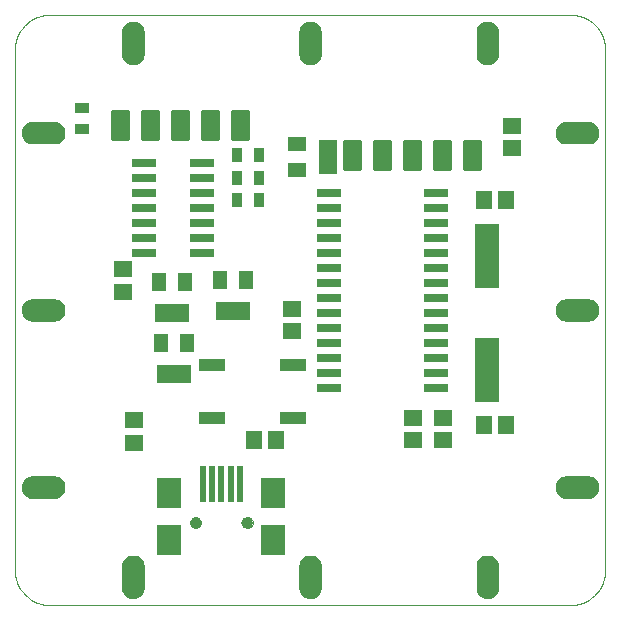
<source format=gbs>
G75*
G70*
%OFA0B0*%
%FSLAX24Y24*%
%IPPOS*%
%LPD*%
%AMOC8*
5,1,8,0,0,1.08239X$1,22.5*
%
%ADD10C,0.0001*%
%ADD11C,0.0000*%
%ADD12C,0.0043*%
%ADD13R,0.0820X0.0260*%
%ADD14R,0.0827X0.0985*%
%ADD15R,0.0237X0.1221*%
%ADD16C,0.0394*%
%ADD17R,0.0355X0.0512*%
%ADD18R,0.0512X0.0355*%
%ADD19R,0.0591X0.1142*%
%ADD20R,0.0591X0.0512*%
%ADD21R,0.1142X0.0591*%
%ADD22R,0.0512X0.0591*%
%ADD23R,0.0800X0.2140*%
%ADD24R,0.0552X0.0631*%
%ADD25R,0.0631X0.0552*%
%ADD26C,0.0158*%
%ADD27R,0.0906X0.0434*%
D10*
X000504Y001685D02*
X000504Y019008D01*
X000506Y019074D01*
X000511Y019140D01*
X000521Y019206D01*
X000534Y019271D01*
X000550Y019335D01*
X000570Y019398D01*
X000594Y019460D01*
X000621Y019520D01*
X000651Y019579D01*
X000685Y019636D01*
X000722Y019691D01*
X000762Y019744D01*
X000804Y019795D01*
X000850Y019843D01*
X000898Y019889D01*
X000949Y019931D01*
X001002Y019971D01*
X001057Y020008D01*
X001114Y020042D01*
X001173Y020072D01*
X001233Y020099D01*
X001295Y020123D01*
X001358Y020143D01*
X001422Y020159D01*
X001487Y020172D01*
X001553Y020182D01*
X001619Y020187D01*
X001685Y020189D01*
X019008Y020189D01*
X019074Y020187D01*
X019140Y020182D01*
X019206Y020172D01*
X019271Y020159D01*
X019335Y020143D01*
X019398Y020123D01*
X019460Y020099D01*
X019520Y020072D01*
X019579Y020042D01*
X019636Y020008D01*
X019691Y019971D01*
X019744Y019931D01*
X019795Y019889D01*
X019843Y019843D01*
X019889Y019795D01*
X019931Y019744D01*
X019971Y019691D01*
X020008Y019636D01*
X020042Y019579D01*
X020072Y019520D01*
X020099Y019460D01*
X020123Y019398D01*
X020143Y019335D01*
X020159Y019271D01*
X020172Y019206D01*
X020182Y019140D01*
X020187Y019074D01*
X020189Y019008D01*
X020189Y001685D01*
X020187Y001619D01*
X020182Y001553D01*
X020172Y001487D01*
X020159Y001422D01*
X020143Y001358D01*
X020123Y001295D01*
X020099Y001233D01*
X020072Y001173D01*
X020042Y001114D01*
X020008Y001057D01*
X019971Y001002D01*
X019931Y000949D01*
X019889Y000898D01*
X019843Y000850D01*
X019795Y000804D01*
X019744Y000762D01*
X019691Y000722D01*
X019636Y000685D01*
X019579Y000651D01*
X019520Y000621D01*
X019460Y000594D01*
X019398Y000570D01*
X019335Y000550D01*
X019271Y000534D01*
X019206Y000521D01*
X019140Y000511D01*
X019074Y000506D01*
X019008Y000504D01*
X001685Y000504D01*
X001619Y000506D01*
X001553Y000511D01*
X001487Y000521D01*
X001422Y000534D01*
X001358Y000550D01*
X001295Y000570D01*
X001233Y000594D01*
X001173Y000621D01*
X001114Y000651D01*
X001057Y000685D01*
X001002Y000722D01*
X000949Y000762D01*
X000898Y000804D01*
X000850Y000850D01*
X000804Y000898D01*
X000762Y000949D01*
X000722Y001002D01*
X000685Y001057D01*
X000651Y001114D01*
X000621Y001173D01*
X000594Y001233D01*
X000570Y001295D01*
X000550Y001358D01*
X000534Y001422D01*
X000521Y001487D01*
X000511Y001553D01*
X000506Y001619D01*
X000504Y001685D01*
X001025Y004094D02*
X001873Y004094D01*
X001876Y004094D02*
X001022Y004094D01*
X001019Y004095D02*
X001879Y004095D01*
X001882Y004096D02*
X001016Y004096D01*
X001013Y004097D02*
X001885Y004097D01*
X001888Y004098D02*
X001009Y004098D01*
X001006Y004099D02*
X001891Y004099D01*
X001894Y004100D02*
X001003Y004100D01*
X001000Y004101D02*
X001898Y004101D01*
X001901Y004102D02*
X000997Y004102D01*
X000994Y004103D02*
X001904Y004103D01*
X001907Y004104D02*
X000991Y004104D01*
X000988Y004105D02*
X001910Y004105D01*
X001913Y004106D02*
X000984Y004106D01*
X000981Y004107D02*
X001916Y004107D01*
X001919Y004108D02*
X000978Y004108D01*
X000975Y004109D02*
X001923Y004109D01*
X001926Y004110D02*
X000972Y004110D01*
X000969Y004111D02*
X001929Y004111D01*
X001932Y004111D02*
X000966Y004111D01*
X000963Y004112D02*
X001935Y004112D01*
X001938Y004113D02*
X000960Y004113D01*
X000958Y004114D02*
X001940Y004114D01*
X001942Y004115D02*
X000956Y004115D01*
X000954Y004116D02*
X001944Y004116D01*
X001945Y004117D02*
X000952Y004117D01*
X000950Y004118D02*
X001947Y004118D01*
X001949Y004119D02*
X000949Y004119D01*
X000947Y004120D02*
X001951Y004120D01*
X001953Y004121D02*
X000945Y004121D01*
X000943Y004122D02*
X001954Y004122D01*
X001956Y004123D02*
X000942Y004123D01*
X000940Y004124D02*
X001958Y004124D01*
X001960Y004125D02*
X000938Y004125D01*
X000936Y004126D02*
X001961Y004126D01*
X001963Y004127D02*
X000935Y004127D01*
X000933Y004128D02*
X001965Y004128D01*
X001967Y004129D02*
X000931Y004129D01*
X000929Y004129D02*
X001968Y004129D01*
X001970Y004130D02*
X000927Y004130D01*
X000926Y004131D02*
X001972Y004131D01*
X001974Y004132D02*
X000924Y004132D01*
X000922Y004133D02*
X001976Y004133D01*
X001977Y004134D02*
X000920Y004134D01*
X000919Y004135D02*
X001979Y004135D01*
X001981Y004136D02*
X000917Y004136D01*
X000915Y004137D02*
X001983Y004137D01*
X001984Y004138D02*
X000913Y004138D01*
X000912Y004139D02*
X001986Y004139D01*
X001988Y004140D02*
X000910Y004140D01*
X000908Y004141D02*
X001990Y004141D01*
X001991Y004142D02*
X000906Y004142D01*
X000904Y004143D02*
X001993Y004143D01*
X001995Y004144D02*
X000903Y004144D01*
X000901Y004145D02*
X001997Y004145D01*
X001998Y004146D02*
X000899Y004146D01*
X000898Y004146D02*
X002000Y004146D01*
X002001Y004147D02*
X000896Y004147D01*
X000895Y004148D02*
X002002Y004148D01*
X002004Y004149D02*
X000894Y004149D01*
X000893Y004150D02*
X002005Y004150D01*
X002006Y004151D02*
X000892Y004151D01*
X000891Y004152D02*
X002007Y004152D01*
X002008Y004153D02*
X000889Y004153D01*
X000888Y004154D02*
X002009Y004154D01*
X002011Y004155D02*
X000887Y004155D01*
X000886Y004156D02*
X002012Y004156D01*
X002013Y004157D02*
X000885Y004157D01*
X000884Y004158D02*
X002014Y004158D01*
X002015Y004159D02*
X000883Y004159D01*
X000881Y004160D02*
X002016Y004160D01*
X002017Y004161D02*
X000880Y004161D01*
X000879Y004162D02*
X002019Y004162D01*
X002020Y004163D02*
X000878Y004163D01*
X000877Y004163D02*
X002021Y004163D01*
X002022Y004164D02*
X000876Y004164D01*
X000874Y004165D02*
X002023Y004165D01*
X002024Y004166D02*
X000873Y004166D01*
X000872Y004167D02*
X002026Y004167D01*
X002027Y004168D02*
X000871Y004168D01*
X000870Y004169D02*
X002028Y004169D01*
X002029Y004170D02*
X000869Y004170D01*
X000868Y004171D02*
X002030Y004171D01*
X002031Y004172D02*
X000866Y004172D01*
X000865Y004173D02*
X002032Y004173D01*
X002034Y004174D02*
X000864Y004174D01*
X000863Y004175D02*
X002035Y004175D01*
X002036Y004176D02*
X000862Y004176D01*
X000861Y004177D02*
X002037Y004177D01*
X002038Y004178D02*
X000859Y004178D01*
X000858Y004179D02*
X002039Y004179D01*
X002040Y004180D02*
X000857Y004180D01*
X000856Y004180D02*
X002042Y004180D01*
X002043Y004181D02*
X000855Y004181D01*
X000854Y004182D02*
X002044Y004182D01*
X002045Y004183D02*
X000853Y004183D01*
X000851Y004184D02*
X002046Y004184D01*
X002047Y004185D02*
X000850Y004185D01*
X000849Y004186D02*
X002049Y004186D01*
X002050Y004187D02*
X000848Y004187D01*
X000847Y004188D02*
X002051Y004188D01*
X002052Y004189D02*
X000846Y004189D01*
X000845Y004190D02*
X002053Y004190D01*
X002054Y004191D02*
X000844Y004191D01*
X000843Y004192D02*
X002055Y004192D01*
X002056Y004193D02*
X000842Y004193D01*
X000841Y004194D02*
X002056Y004194D01*
X002057Y004195D02*
X000840Y004195D01*
X000840Y004196D02*
X002058Y004196D01*
X002059Y004197D02*
X000839Y004197D01*
X000838Y004197D02*
X002060Y004197D01*
X002060Y004198D02*
X000837Y004198D01*
X000837Y004199D02*
X002061Y004199D01*
X002062Y004200D02*
X000836Y004200D01*
X000835Y004201D02*
X002063Y004201D01*
X002063Y004202D02*
X000834Y004202D01*
X000834Y004203D02*
X002064Y004203D01*
X002065Y004204D02*
X000833Y004204D01*
X000832Y004205D02*
X002066Y004205D01*
X002066Y004206D02*
X000831Y004206D01*
X000830Y004207D02*
X002067Y004207D01*
X002068Y004208D02*
X000830Y004208D01*
X000829Y004209D02*
X002069Y004209D01*
X002070Y004210D02*
X000828Y004210D01*
X000827Y004211D02*
X002070Y004211D01*
X002071Y004212D02*
X000826Y004212D01*
X000826Y004213D02*
X002072Y004213D01*
X002073Y004214D02*
X000825Y004214D01*
X000824Y004214D02*
X002074Y004214D01*
X002074Y004215D02*
X000823Y004215D01*
X000823Y004216D02*
X002075Y004216D01*
X002076Y004217D02*
X000822Y004217D01*
X000821Y004218D02*
X002077Y004218D01*
X002077Y004219D02*
X000820Y004219D01*
X000820Y004220D02*
X002078Y004220D01*
X002079Y004221D02*
X000819Y004221D01*
X000818Y004222D02*
X002080Y004222D01*
X002080Y004223D02*
X000817Y004223D01*
X000816Y004224D02*
X002081Y004224D01*
X002082Y004225D02*
X000816Y004225D01*
X000815Y004226D02*
X002083Y004226D01*
X002084Y004227D02*
X000814Y004227D01*
X000813Y004228D02*
X002084Y004228D01*
X002085Y004229D02*
X000813Y004229D01*
X000812Y004230D02*
X002086Y004230D01*
X002087Y004231D02*
X000811Y004231D01*
X000810Y004231D02*
X002087Y004231D01*
X002088Y004232D02*
X000809Y004232D01*
X000809Y004233D02*
X002089Y004233D01*
X002090Y004234D02*
X000808Y004234D01*
X000807Y004235D02*
X002091Y004235D01*
X002091Y004236D02*
X000806Y004236D01*
X000806Y004237D02*
X002092Y004237D01*
X002093Y004238D02*
X000805Y004238D01*
X000804Y004239D02*
X002094Y004239D01*
X002094Y004240D02*
X000803Y004240D01*
X000802Y004241D02*
X002095Y004241D01*
X002096Y004242D02*
X000802Y004242D01*
X000801Y004243D02*
X002097Y004243D01*
X002098Y004244D02*
X000800Y004244D01*
X000800Y004245D02*
X002098Y004245D01*
X002099Y004246D02*
X000799Y004246D01*
X000799Y004247D02*
X002099Y004247D01*
X002100Y004248D02*
X000798Y004248D01*
X000798Y004249D02*
X002100Y004249D01*
X002101Y004249D02*
X000797Y004249D01*
X000797Y004250D02*
X002101Y004250D01*
X002102Y004251D02*
X000796Y004251D01*
X000796Y004252D02*
X002102Y004252D01*
X002103Y004253D02*
X000795Y004253D01*
X000795Y004254D02*
X002103Y004254D01*
X002104Y004255D02*
X000794Y004255D01*
X000794Y004256D02*
X002104Y004256D01*
X002105Y004257D02*
X000793Y004257D01*
X000792Y004258D02*
X002105Y004258D01*
X002106Y004259D02*
X000792Y004259D01*
X000791Y004260D02*
X002106Y004260D01*
X002107Y004261D02*
X000791Y004261D01*
X000790Y004262D02*
X002107Y004262D01*
X002108Y004263D02*
X000790Y004263D01*
X000789Y004264D02*
X002108Y004264D01*
X002109Y004265D02*
X000789Y004265D01*
X000788Y004266D02*
X002109Y004266D01*
X002110Y004266D02*
X000788Y004266D01*
X000787Y004267D02*
X002110Y004267D01*
X002111Y004268D02*
X000787Y004268D01*
X000786Y004269D02*
X002111Y004269D01*
X002112Y004270D02*
X000786Y004270D01*
X000785Y004271D02*
X002112Y004271D01*
X002113Y004272D02*
X000785Y004272D01*
X000784Y004273D02*
X002113Y004273D01*
X002114Y004274D02*
X000784Y004274D01*
X000783Y004275D02*
X002114Y004275D01*
X002115Y004276D02*
X000783Y004276D01*
X000782Y004277D02*
X002115Y004277D01*
X002116Y004278D02*
X000782Y004278D01*
X000781Y004279D02*
X002116Y004279D01*
X002117Y004280D02*
X000781Y004280D01*
X000780Y004281D02*
X002117Y004281D01*
X002118Y004282D02*
X000780Y004282D01*
X000779Y004283D02*
X002118Y004283D01*
X002119Y004283D02*
X000779Y004283D01*
X000778Y004284D02*
X002119Y004284D01*
X002120Y004285D02*
X000778Y004285D01*
X000777Y004286D02*
X002120Y004286D01*
X002121Y004287D02*
X000777Y004287D01*
X000776Y004288D02*
X002121Y004288D01*
X002122Y004289D02*
X000776Y004289D01*
X000775Y004290D02*
X002122Y004290D01*
X002123Y004291D02*
X000775Y004291D01*
X000774Y004292D02*
X002123Y004292D01*
X002124Y004293D02*
X000774Y004293D01*
X000773Y004294D02*
X002124Y004294D01*
X002125Y004295D02*
X000773Y004295D01*
X000772Y004296D02*
X002125Y004296D01*
X002126Y004297D02*
X000772Y004297D01*
X000771Y004298D02*
X002126Y004298D01*
X002127Y004299D02*
X000771Y004299D01*
X000770Y004300D02*
X002127Y004300D01*
X002128Y004300D02*
X000770Y004300D01*
X000769Y004301D02*
X002128Y004301D01*
X002129Y004302D02*
X000769Y004302D01*
X000768Y004303D02*
X002129Y004303D01*
X002130Y004304D02*
X000768Y004304D01*
X000767Y004305D02*
X002130Y004305D01*
X002131Y004306D02*
X000767Y004306D01*
X000767Y004307D02*
X002131Y004307D01*
X002131Y004308D02*
X000766Y004308D01*
X000766Y004309D02*
X002132Y004309D01*
X002132Y004310D02*
X000766Y004310D01*
X000765Y004311D02*
X002132Y004311D01*
X002132Y004312D02*
X000765Y004312D01*
X000765Y004313D02*
X002133Y004313D01*
X002133Y004314D02*
X000765Y004314D01*
X000764Y004315D02*
X002133Y004315D01*
X002134Y004316D02*
X000764Y004316D01*
X000764Y004317D02*
X002134Y004317D01*
X000763Y004317D01*
X000763Y004318D02*
X002134Y004318D01*
X002135Y004319D02*
X000763Y004319D01*
X000763Y004320D02*
X002135Y004320D01*
X002135Y004321D02*
X000762Y004321D01*
X000762Y004322D02*
X002136Y004322D01*
X002136Y004323D02*
X000762Y004323D01*
X000761Y004324D02*
X002136Y004324D01*
X002136Y004325D02*
X000761Y004325D01*
X000761Y004326D02*
X002137Y004326D01*
X002137Y004327D02*
X000761Y004327D01*
X000760Y004328D02*
X002137Y004328D01*
X002138Y004329D02*
X000760Y004329D01*
X000760Y004330D02*
X002138Y004330D01*
X002138Y004331D02*
X000759Y004331D01*
X000759Y004332D02*
X002139Y004332D01*
X002139Y004333D02*
X000759Y004333D01*
X000759Y004334D02*
X002139Y004334D01*
X000758Y004334D01*
X000758Y004335D02*
X002140Y004335D01*
X002140Y004336D02*
X000758Y004336D01*
X000757Y004337D02*
X002140Y004337D01*
X002141Y004338D02*
X000757Y004338D01*
X000757Y004339D02*
X002141Y004339D01*
X002141Y004340D02*
X000757Y004340D01*
X000756Y004341D02*
X002141Y004341D01*
X002142Y004342D02*
X000756Y004342D01*
X000756Y004343D02*
X002142Y004343D01*
X002142Y004344D02*
X000755Y004344D01*
X000755Y004345D02*
X002143Y004345D01*
X002143Y004346D02*
X000755Y004346D01*
X000755Y004347D02*
X002143Y004347D01*
X002143Y004348D02*
X000754Y004348D01*
X000754Y004349D02*
X002144Y004349D01*
X002144Y004350D02*
X000754Y004350D01*
X000753Y004351D02*
X002144Y004351D01*
X002145Y004351D02*
X000753Y004351D01*
X000753Y004352D02*
X002145Y004352D01*
X002145Y004353D02*
X000753Y004353D01*
X000752Y004354D02*
X002145Y004354D01*
X002146Y004355D02*
X000752Y004355D01*
X000752Y004356D02*
X002146Y004356D01*
X002146Y004357D02*
X000751Y004357D01*
X000751Y004358D02*
X002147Y004358D01*
X002147Y004359D02*
X000751Y004359D01*
X000751Y004360D02*
X002147Y004360D01*
X002147Y004361D02*
X000750Y004361D01*
X000750Y004362D02*
X002148Y004362D01*
X002148Y004363D02*
X000750Y004363D01*
X000749Y004364D02*
X002148Y004364D01*
X002149Y004365D02*
X000749Y004365D01*
X000749Y004366D02*
X002149Y004366D01*
X002149Y004367D02*
X000749Y004367D01*
X000748Y004368D02*
X002149Y004368D01*
X002150Y004369D02*
X000748Y004369D01*
X002150Y004369D01*
X002150Y004370D02*
X000747Y004370D01*
X000747Y004371D02*
X002151Y004371D01*
X002151Y004372D02*
X000747Y004372D01*
X000747Y004373D02*
X002151Y004373D01*
X002151Y004374D02*
X000747Y004374D01*
X000747Y004375D02*
X002151Y004375D01*
X002151Y004376D02*
X000747Y004376D01*
X000746Y004377D02*
X002151Y004377D01*
X002151Y004378D02*
X000746Y004378D01*
X000746Y004379D02*
X002151Y004379D01*
X002151Y004380D02*
X000746Y004380D01*
X000746Y004381D02*
X002152Y004381D01*
X002152Y004382D02*
X000746Y004382D01*
X000746Y004383D02*
X002152Y004383D01*
X002152Y004384D02*
X000746Y004384D01*
X000746Y004385D02*
X002152Y004385D01*
X002152Y004386D02*
X000746Y004386D01*
X002152Y004386D01*
X002152Y004387D02*
X000745Y004387D01*
X000745Y004388D02*
X002152Y004388D01*
X002152Y004389D02*
X000745Y004389D01*
X000745Y004390D02*
X002153Y004390D01*
X002153Y004391D02*
X000745Y004391D01*
X000745Y004392D02*
X002153Y004392D01*
X002153Y004393D02*
X000745Y004393D01*
X000745Y004394D02*
X002153Y004394D01*
X002153Y004395D02*
X000745Y004395D01*
X000745Y004396D02*
X002153Y004396D01*
X002153Y004397D02*
X000745Y004397D01*
X000744Y004398D02*
X002153Y004398D01*
X002153Y004399D02*
X000744Y004399D01*
X000744Y004400D02*
X002153Y004400D01*
X002154Y004401D02*
X000744Y004401D01*
X000744Y004402D02*
X002154Y004402D01*
X002154Y004403D02*
X000744Y004403D01*
X002154Y004403D01*
X002154Y004404D02*
X000744Y004404D01*
X000744Y004405D02*
X002154Y004405D01*
X002154Y004406D02*
X000744Y004406D01*
X000744Y004407D02*
X002154Y004407D01*
X002154Y004408D02*
X000743Y004408D01*
X000743Y004409D02*
X002154Y004409D01*
X002154Y004410D02*
X000743Y004410D01*
X000743Y004411D02*
X002155Y004411D01*
X002155Y004412D02*
X000743Y004412D01*
X000743Y004413D02*
X002155Y004413D01*
X002155Y004414D02*
X000743Y004414D01*
X000743Y004415D02*
X002155Y004415D01*
X002155Y004416D02*
X000743Y004416D01*
X000743Y004417D02*
X002155Y004417D01*
X002155Y004418D02*
X000742Y004418D01*
X000742Y004419D02*
X002155Y004419D01*
X002155Y004420D02*
X000742Y004420D01*
X002155Y004420D01*
X002156Y004421D02*
X000742Y004421D01*
X000742Y004422D02*
X002156Y004422D01*
X002156Y004423D02*
X000742Y004423D01*
X000742Y004424D02*
X002156Y004424D01*
X002156Y004425D02*
X000742Y004425D01*
X000742Y004426D02*
X002156Y004426D01*
X002156Y004427D02*
X000742Y004427D01*
X000741Y004428D02*
X002156Y004428D01*
X002156Y004429D02*
X000741Y004429D01*
X000741Y004430D02*
X002156Y004430D01*
X002156Y004431D02*
X000741Y004431D01*
X000741Y004432D02*
X002157Y004432D01*
X002157Y004433D02*
X000741Y004433D01*
X000741Y004434D02*
X002157Y004434D01*
X002157Y004435D02*
X000741Y004435D01*
X000741Y004436D02*
X002157Y004436D01*
X002157Y004437D02*
X000741Y004437D01*
X002157Y004437D01*
X002157Y004438D02*
X000740Y004438D01*
X000740Y004439D02*
X002157Y004439D01*
X002157Y004440D02*
X000740Y004440D01*
X000740Y004441D02*
X002157Y004441D01*
X002157Y004442D02*
X000740Y004442D01*
X000740Y004443D02*
X002157Y004443D01*
X002157Y004444D02*
X000740Y004444D01*
X000741Y004445D02*
X002157Y004445D01*
X002157Y004446D02*
X000741Y004446D01*
X000741Y004447D02*
X002157Y004447D01*
X002157Y004448D02*
X000741Y004448D01*
X000741Y004449D02*
X002157Y004449D01*
X002157Y004450D02*
X000741Y004450D01*
X000741Y004451D02*
X002156Y004451D01*
X002156Y004452D02*
X000741Y004452D01*
X000741Y004453D02*
X002156Y004453D01*
X002156Y004454D02*
X000741Y004454D01*
X002156Y004454D01*
X002156Y004455D02*
X000742Y004455D01*
X000742Y004456D02*
X002156Y004456D01*
X002156Y004457D02*
X000742Y004457D01*
X000742Y004458D02*
X002156Y004458D01*
X002156Y004459D02*
X000742Y004459D01*
X000742Y004460D02*
X002156Y004460D01*
X002155Y004461D02*
X000742Y004461D01*
X000742Y004462D02*
X002155Y004462D01*
X002155Y004463D02*
X000742Y004463D01*
X000742Y004464D02*
X002155Y004464D01*
X002155Y004465D02*
X000742Y004465D01*
X000743Y004466D02*
X002155Y004466D01*
X002155Y004467D02*
X000743Y004467D01*
X000743Y004468D02*
X002155Y004468D01*
X002155Y004469D02*
X000743Y004469D01*
X000743Y004470D02*
X002155Y004470D01*
X002155Y004471D02*
X000743Y004471D01*
X002154Y004471D01*
X002154Y004472D02*
X000743Y004472D01*
X000743Y004473D02*
X002154Y004473D01*
X002154Y004474D02*
X000743Y004474D01*
X000744Y004475D02*
X002154Y004475D01*
X002154Y004476D02*
X000744Y004476D01*
X000744Y004477D02*
X002154Y004477D01*
X002154Y004478D02*
X000744Y004478D01*
X000744Y004479D02*
X002154Y004479D01*
X002154Y004480D02*
X000744Y004480D01*
X000744Y004481D02*
X002154Y004481D01*
X002153Y004482D02*
X000744Y004482D01*
X000744Y004483D02*
X002153Y004483D01*
X002153Y004484D02*
X000744Y004484D01*
X000744Y004485D02*
X002153Y004485D01*
X002153Y004486D02*
X000745Y004486D01*
X000745Y004487D02*
X002153Y004487D01*
X002153Y004488D02*
X000745Y004488D01*
X000745Y004489D02*
X002153Y004489D01*
X000745Y004489D01*
X000745Y004490D02*
X002153Y004490D01*
X002152Y004491D02*
X000745Y004491D01*
X000745Y004492D02*
X002152Y004492D01*
X002152Y004493D02*
X000745Y004493D01*
X000745Y004494D02*
X002152Y004494D01*
X002152Y004495D02*
X000745Y004495D01*
X000746Y004496D02*
X002152Y004496D01*
X002152Y004497D02*
X000746Y004497D01*
X000746Y004498D02*
X002152Y004498D01*
X002152Y004499D02*
X000746Y004499D01*
X000746Y004500D02*
X002152Y004500D01*
X002152Y004501D02*
X000746Y004501D01*
X000746Y004502D02*
X002151Y004502D01*
X002151Y004503D02*
X000746Y004503D01*
X000746Y004504D02*
X002151Y004504D01*
X002151Y004505D02*
X000746Y004505D01*
X000746Y004506D02*
X002151Y004506D01*
X000747Y004506D01*
X000747Y004507D02*
X002151Y004507D01*
X002151Y004508D02*
X000747Y004508D01*
X000747Y004509D02*
X002151Y004509D01*
X002151Y004510D02*
X000747Y004510D01*
X000747Y004511D02*
X002150Y004511D01*
X002150Y004512D02*
X000748Y004512D01*
X000748Y004513D02*
X002150Y004513D01*
X002149Y004514D02*
X000748Y004514D01*
X000748Y004515D02*
X002149Y004515D01*
X002149Y004516D02*
X000749Y004516D01*
X000749Y004517D02*
X002149Y004517D01*
X002148Y004518D02*
X000749Y004518D01*
X000750Y004519D02*
X002148Y004519D01*
X002148Y004520D02*
X000750Y004520D01*
X000750Y004521D02*
X002147Y004521D01*
X002147Y004522D02*
X000750Y004522D01*
X000751Y004523D02*
X002147Y004523D01*
X000751Y004523D01*
X000751Y004524D02*
X002146Y004524D01*
X002146Y004525D02*
X000752Y004525D01*
X000752Y004526D02*
X002146Y004526D01*
X002145Y004527D02*
X000752Y004527D01*
X000752Y004528D02*
X002145Y004528D01*
X002145Y004529D02*
X000753Y004529D01*
X000753Y004530D02*
X002145Y004530D01*
X002144Y004531D02*
X000753Y004531D01*
X000754Y004532D02*
X002144Y004532D01*
X002144Y004533D02*
X000754Y004533D01*
X000754Y004534D02*
X002143Y004534D01*
X002143Y004535D02*
X000754Y004535D01*
X000755Y004536D02*
X002143Y004536D01*
X002143Y004537D02*
X000755Y004537D01*
X000755Y004538D02*
X002142Y004538D01*
X002142Y004539D02*
X000756Y004539D01*
X000756Y004540D02*
X002142Y004540D01*
X002141Y004540D02*
X000756Y004540D01*
X000756Y004541D02*
X002141Y004541D01*
X002141Y004542D02*
X000757Y004542D01*
X000757Y004543D02*
X002141Y004543D01*
X002140Y004544D02*
X000757Y004544D01*
X000758Y004545D02*
X002140Y004545D01*
X002140Y004546D02*
X000758Y004546D01*
X000758Y004547D02*
X002139Y004547D01*
X002139Y004548D02*
X000758Y004548D01*
X000759Y004549D02*
X002139Y004549D01*
X002139Y004550D02*
X000759Y004550D01*
X000759Y004551D02*
X002138Y004551D01*
X002138Y004552D02*
X000760Y004552D01*
X000760Y004553D02*
X002138Y004553D01*
X002137Y004554D02*
X000760Y004554D01*
X000760Y004555D02*
X002137Y004555D01*
X002137Y004556D02*
X000761Y004556D01*
X000761Y004557D02*
X002137Y004557D01*
X002136Y004557D02*
X000761Y004557D01*
X000762Y004558D02*
X002136Y004558D01*
X002136Y004559D02*
X000762Y004559D01*
X000762Y004560D02*
X002135Y004560D01*
X002135Y004561D02*
X000762Y004561D01*
X000763Y004562D02*
X002135Y004562D01*
X002135Y004563D02*
X000763Y004563D01*
X000763Y004564D02*
X002134Y004564D01*
X002134Y004565D02*
X000764Y004565D01*
X000764Y004566D02*
X002134Y004566D01*
X002133Y004567D02*
X000764Y004567D01*
X000764Y004568D02*
X002133Y004568D01*
X002133Y004569D02*
X000765Y004569D01*
X000765Y004570D02*
X002133Y004570D01*
X002132Y004571D02*
X000765Y004571D01*
X000766Y004572D02*
X002132Y004572D01*
X002132Y004573D02*
X000766Y004573D01*
X000766Y004574D02*
X002131Y004574D01*
X000766Y004574D01*
X000767Y004575D02*
X002131Y004575D01*
X002131Y004576D02*
X000767Y004576D01*
X000768Y004577D02*
X002130Y004577D01*
X002130Y004578D02*
X000768Y004578D01*
X000769Y004579D02*
X002129Y004579D01*
X002129Y004580D02*
X000769Y004580D01*
X000770Y004581D02*
X002128Y004581D01*
X002128Y004582D02*
X000770Y004582D01*
X000771Y004583D02*
X002127Y004583D01*
X002127Y004584D02*
X000771Y004584D01*
X000772Y004585D02*
X002126Y004585D01*
X002126Y004586D02*
X000772Y004586D01*
X000773Y004587D02*
X002125Y004587D01*
X002125Y004588D02*
X000773Y004588D01*
X000774Y004589D02*
X002124Y004589D01*
X002124Y004590D02*
X000774Y004590D01*
X000775Y004591D02*
X002123Y004591D01*
X002122Y004591D02*
X000775Y004591D01*
X000776Y004592D02*
X002122Y004592D01*
X002121Y004593D02*
X000776Y004593D01*
X000777Y004594D02*
X002121Y004594D01*
X002120Y004595D02*
X000777Y004595D01*
X000778Y004596D02*
X002120Y004596D01*
X002119Y004597D02*
X000778Y004597D01*
X000779Y004598D02*
X002119Y004598D01*
X002118Y004599D02*
X000779Y004599D01*
X000780Y004600D02*
X002118Y004600D01*
X002117Y004601D02*
X000780Y004601D01*
X000781Y004602D02*
X002117Y004602D01*
X002116Y004603D02*
X000781Y004603D01*
X000782Y004604D02*
X002116Y004604D01*
X002115Y004605D02*
X000782Y004605D01*
X000783Y004606D02*
X002115Y004606D01*
X002114Y004607D02*
X000783Y004607D01*
X000784Y004608D02*
X002114Y004608D01*
X002113Y004609D02*
X000784Y004609D01*
X000785Y004609D02*
X002113Y004609D01*
X002112Y004610D02*
X000785Y004610D01*
X000786Y004611D02*
X002112Y004611D01*
X002111Y004612D02*
X000786Y004612D01*
X000787Y004613D02*
X002111Y004613D01*
X002110Y004614D02*
X000787Y004614D01*
X000788Y004615D02*
X002110Y004615D01*
X002109Y004616D02*
X000788Y004616D01*
X000789Y004617D02*
X002109Y004617D01*
X002108Y004618D02*
X000789Y004618D01*
X000790Y004619D02*
X002108Y004619D01*
X002107Y004620D02*
X000790Y004620D01*
X000791Y004621D02*
X002107Y004621D01*
X002106Y004622D02*
X000791Y004622D01*
X000792Y004623D02*
X002106Y004623D01*
X002105Y004624D02*
X000792Y004624D01*
X000793Y004625D02*
X002105Y004625D01*
X002104Y004626D02*
X000793Y004626D01*
X000794Y004626D02*
X002104Y004626D01*
X002103Y004627D02*
X000794Y004627D01*
X000795Y004628D02*
X002103Y004628D01*
X002102Y004629D02*
X000795Y004629D01*
X000796Y004630D02*
X002102Y004630D01*
X002101Y004631D02*
X000796Y004631D01*
X000797Y004632D02*
X002101Y004632D01*
X002100Y004633D02*
X000797Y004633D01*
X000798Y004634D02*
X002100Y004634D01*
X002099Y004635D02*
X000798Y004635D01*
X000799Y004636D02*
X002099Y004636D01*
X002098Y004637D02*
X000799Y004637D01*
X000800Y004638D02*
X002098Y004638D01*
X002097Y004639D02*
X000801Y004639D01*
X000801Y004640D02*
X002096Y004640D01*
X002095Y004641D02*
X000802Y004641D01*
X000803Y004642D02*
X002095Y004642D01*
X002094Y004643D02*
X000804Y004643D01*
X000805Y004643D02*
X002093Y004643D01*
X002092Y004644D02*
X000805Y004644D01*
X000806Y004645D02*
X002092Y004645D01*
X002091Y004646D02*
X000807Y004646D01*
X000808Y004647D02*
X002090Y004647D01*
X002089Y004648D02*
X000808Y004648D01*
X000809Y004649D02*
X002088Y004649D01*
X002088Y004650D02*
X000810Y004650D01*
X000811Y004651D02*
X002087Y004651D01*
X002086Y004652D02*
X000811Y004652D01*
X000812Y004653D02*
X002085Y004653D01*
X002085Y004654D02*
X000813Y004654D01*
X000814Y004655D02*
X002084Y004655D01*
X002083Y004656D02*
X000815Y004656D01*
X000815Y004657D02*
X002082Y004657D01*
X002081Y004658D02*
X000816Y004658D01*
X000817Y004659D02*
X002081Y004659D01*
X002080Y004660D02*
X000818Y004660D01*
X002079Y004660D01*
X002078Y004661D02*
X000819Y004661D01*
X000820Y004662D02*
X002078Y004662D01*
X002077Y004663D02*
X000821Y004663D01*
X000822Y004664D02*
X002076Y004664D01*
X002075Y004665D02*
X000822Y004665D01*
X000823Y004666D02*
X002074Y004666D01*
X002074Y004667D02*
X000824Y004667D01*
X000825Y004668D02*
X002073Y004668D01*
X002072Y004669D02*
X000825Y004669D01*
X000826Y004670D02*
X002071Y004670D01*
X002071Y004671D02*
X000827Y004671D01*
X000828Y004672D02*
X002070Y004672D01*
X002069Y004673D02*
X000829Y004673D01*
X000829Y004674D02*
X002068Y004674D01*
X002068Y004675D02*
X000830Y004675D01*
X000831Y004676D02*
X002067Y004676D01*
X002066Y004677D02*
X000832Y004677D01*
X002065Y004677D01*
X002064Y004678D02*
X000833Y004678D01*
X000834Y004679D02*
X002064Y004679D01*
X002063Y004680D02*
X000835Y004680D01*
X000836Y004681D02*
X002062Y004681D01*
X002061Y004682D02*
X000836Y004682D01*
X000837Y004683D02*
X002061Y004683D01*
X002060Y004684D02*
X000838Y004684D01*
X000839Y004685D02*
X002059Y004685D01*
X002058Y004686D02*
X000839Y004686D01*
X000840Y004687D02*
X002057Y004687D01*
X002057Y004688D02*
X000841Y004688D01*
X000842Y004689D02*
X002056Y004689D01*
X002055Y004690D02*
X000842Y004690D01*
X000843Y004691D02*
X002054Y004691D01*
X002054Y004692D02*
X000844Y004692D01*
X000845Y004693D02*
X002052Y004693D01*
X002051Y004694D02*
X000846Y004694D01*
X000848Y004694D02*
X002050Y004694D01*
X002049Y004695D02*
X000849Y004695D01*
X000850Y004696D02*
X002048Y004696D01*
X002047Y004697D02*
X000851Y004697D01*
X000852Y004698D02*
X002045Y004698D01*
X002044Y004699D02*
X000853Y004699D01*
X000854Y004700D02*
X002043Y004700D01*
X002042Y004701D02*
X000856Y004701D01*
X000857Y004702D02*
X002041Y004702D01*
X002040Y004703D02*
X000858Y004703D01*
X000859Y004704D02*
X002039Y004704D01*
X002037Y004705D02*
X000860Y004705D01*
X000861Y004706D02*
X002036Y004706D01*
X002035Y004707D02*
X000863Y004707D01*
X000864Y004708D02*
X002034Y004708D01*
X002033Y004709D02*
X000865Y004709D01*
X000866Y004710D02*
X002032Y004710D01*
X002030Y004711D02*
X000867Y004711D01*
X000868Y004711D02*
X002029Y004711D01*
X002028Y004712D02*
X000869Y004712D01*
X000871Y004713D02*
X002027Y004713D01*
X002026Y004714D02*
X000872Y004714D01*
X000873Y004715D02*
X002025Y004715D01*
X002024Y004716D02*
X000874Y004716D01*
X000875Y004717D02*
X002022Y004717D01*
X002021Y004718D02*
X000876Y004718D01*
X000878Y004719D02*
X002020Y004719D01*
X002019Y004720D02*
X000879Y004720D01*
X000880Y004721D02*
X002018Y004721D01*
X002017Y004722D02*
X000881Y004722D01*
X000882Y004723D02*
X002015Y004723D01*
X002014Y004724D02*
X000883Y004724D01*
X000884Y004725D02*
X002013Y004725D01*
X002012Y004726D02*
X000886Y004726D01*
X000887Y004727D02*
X002011Y004727D01*
X002010Y004728D02*
X000888Y004728D01*
X000889Y004729D02*
X002009Y004729D01*
X002007Y004729D02*
X000890Y004729D01*
X000891Y004730D02*
X002006Y004730D01*
X002005Y004731D02*
X000892Y004731D01*
X000894Y004732D02*
X002004Y004732D01*
X002003Y004733D02*
X000895Y004733D01*
X000896Y004734D02*
X002002Y004734D01*
X002001Y004735D02*
X000897Y004735D01*
X000899Y004736D02*
X001999Y004736D01*
X001997Y004737D02*
X000900Y004737D01*
X000902Y004738D02*
X001995Y004738D01*
X001994Y004739D02*
X000904Y004739D01*
X000906Y004740D02*
X001992Y004740D01*
X001990Y004741D02*
X000907Y004741D01*
X000909Y004742D02*
X001988Y004742D01*
X001987Y004743D02*
X000911Y004743D01*
X000913Y004744D02*
X001985Y004744D01*
X001983Y004745D02*
X000914Y004745D01*
X000916Y004746D02*
X001981Y004746D01*
X001980Y004746D02*
X000918Y004746D01*
X000920Y004747D02*
X001978Y004747D01*
X001976Y004748D02*
X000922Y004748D01*
X000923Y004749D02*
X001974Y004749D01*
X001973Y004750D02*
X000925Y004750D01*
X000927Y004751D02*
X001971Y004751D01*
X001969Y004752D02*
X000929Y004752D01*
X000930Y004753D02*
X001967Y004753D01*
X001965Y004754D02*
X000932Y004754D01*
X000934Y004755D02*
X001964Y004755D01*
X001962Y004756D02*
X000936Y004756D01*
X000937Y004757D02*
X001960Y004757D01*
X001958Y004758D02*
X000939Y004758D01*
X000941Y004759D02*
X001957Y004759D01*
X001955Y004760D02*
X000943Y004760D01*
X000945Y004761D02*
X001953Y004761D01*
X001951Y004762D02*
X000946Y004762D01*
X000948Y004763D02*
X001950Y004763D01*
X001948Y004763D02*
X000950Y004763D01*
X000952Y004764D02*
X001946Y004764D01*
X001944Y004765D02*
X000953Y004765D01*
X000955Y004766D02*
X001942Y004766D01*
X001941Y004767D02*
X000957Y004767D01*
X000959Y004768D02*
X001939Y004768D01*
X001936Y004769D02*
X000962Y004769D01*
X000965Y004770D02*
X001933Y004770D01*
X001930Y004771D02*
X000968Y004771D01*
X000971Y004772D02*
X001927Y004772D01*
X001924Y004773D02*
X000974Y004773D01*
X000977Y004774D02*
X001920Y004774D01*
X001917Y004775D02*
X000980Y004775D01*
X000983Y004776D02*
X001914Y004776D01*
X001911Y004777D02*
X000987Y004777D01*
X000990Y004778D02*
X001908Y004778D01*
X001905Y004779D02*
X000993Y004779D01*
X000996Y004780D02*
X001902Y004780D01*
X001899Y004780D02*
X000999Y004780D01*
X001002Y004781D02*
X001896Y004781D01*
X001892Y004782D02*
X001005Y004782D01*
X001008Y004783D02*
X001889Y004783D01*
X001886Y004784D02*
X001011Y004784D01*
X001015Y004785D02*
X001883Y004785D01*
X001880Y004786D02*
X001018Y004786D01*
X001021Y004787D02*
X001877Y004787D01*
X001874Y004788D02*
X001024Y004788D01*
X001031Y004789D02*
X001867Y004789D01*
X001857Y004790D02*
X001040Y004790D01*
X001050Y004791D02*
X001848Y004791D01*
X001838Y004792D02*
X001059Y004792D01*
X001069Y004793D02*
X001829Y004793D01*
X001819Y004794D02*
X001078Y004794D01*
X001088Y004795D02*
X001810Y004795D01*
X001864Y004093D02*
X001034Y004093D01*
X001043Y004092D02*
X001854Y004092D01*
X001845Y004091D02*
X001053Y004091D01*
X001063Y004090D02*
X001835Y004090D01*
X001826Y004089D02*
X001072Y004089D01*
X001082Y004088D02*
X001816Y004088D01*
X001806Y004087D02*
X001091Y004087D01*
X004138Y001984D02*
X004744Y001984D01*
X004744Y001985D02*
X004138Y001985D01*
X004139Y001986D02*
X004743Y001986D01*
X004139Y001986D01*
X004140Y001987D02*
X004742Y001987D01*
X004742Y001988D02*
X004140Y001988D01*
X004141Y001989D02*
X004741Y001989D01*
X004741Y001990D02*
X004141Y001990D01*
X004142Y001991D02*
X004740Y001991D01*
X004740Y001992D02*
X004142Y001992D01*
X004143Y001993D02*
X004739Y001993D01*
X004739Y001994D02*
X004143Y001994D01*
X004144Y001995D02*
X004738Y001995D01*
X004738Y001996D02*
X004144Y001996D01*
X004145Y001997D02*
X004737Y001997D01*
X004737Y001998D02*
X004145Y001998D01*
X004146Y001999D02*
X004736Y001999D01*
X004736Y002000D02*
X004146Y002000D01*
X004147Y002001D02*
X004735Y002001D01*
X004734Y002002D02*
X004148Y002002D01*
X004148Y002003D02*
X004733Y002003D01*
X004149Y002003D01*
X004150Y002004D02*
X004732Y002004D01*
X004731Y002005D02*
X004151Y002005D01*
X004151Y002006D02*
X004730Y002006D01*
X004730Y002007D02*
X004152Y002007D01*
X004153Y002008D02*
X004729Y002008D01*
X004728Y002009D02*
X004154Y002009D01*
X004155Y002010D02*
X004727Y002010D01*
X004726Y002011D02*
X004155Y002011D01*
X004156Y002012D02*
X004726Y002012D01*
X004725Y002013D02*
X004157Y002013D01*
X004158Y002014D02*
X004724Y002014D01*
X004723Y002015D02*
X004158Y002015D01*
X004159Y002016D02*
X004723Y002016D01*
X004722Y002017D02*
X004160Y002017D01*
X004161Y002018D02*
X004721Y002018D01*
X004720Y002019D02*
X004162Y002019D01*
X004162Y002020D02*
X004720Y002020D01*
X004719Y002020D02*
X004163Y002020D01*
X004164Y002021D02*
X004718Y002021D01*
X004717Y002022D02*
X004165Y002022D01*
X004165Y002023D02*
X004716Y002023D01*
X004716Y002024D02*
X004166Y002024D01*
X004167Y002025D02*
X004715Y002025D01*
X004714Y002026D02*
X004168Y002026D01*
X004169Y002027D02*
X004713Y002027D01*
X004713Y002028D02*
X004169Y002028D01*
X004170Y002029D02*
X004712Y002029D01*
X004711Y002030D02*
X004171Y002030D01*
X004172Y002031D02*
X004710Y002031D01*
X004709Y002032D02*
X004172Y002032D01*
X004173Y002033D02*
X004709Y002033D01*
X004708Y002034D02*
X004174Y002034D01*
X004175Y002035D02*
X004707Y002035D01*
X004706Y002036D02*
X004176Y002036D01*
X004176Y002037D02*
X004706Y002037D01*
X004705Y002037D02*
X004177Y002037D01*
X004178Y002038D02*
X004704Y002038D01*
X004703Y002039D02*
X004179Y002039D01*
X004179Y002040D02*
X004702Y002040D01*
X004702Y002041D02*
X004180Y002041D01*
X004181Y002042D02*
X004701Y002042D01*
X004700Y002043D02*
X004182Y002043D01*
X004182Y002044D02*
X004699Y002044D01*
X004699Y002045D02*
X004183Y002045D01*
X004184Y002046D02*
X004698Y002046D01*
X004697Y002047D02*
X004185Y002047D01*
X004186Y002048D02*
X004696Y002048D01*
X004695Y002049D02*
X004186Y002049D01*
X004187Y002050D02*
X004695Y002050D01*
X004694Y002051D02*
X004188Y002051D01*
X004189Y002052D02*
X004693Y002052D01*
X004692Y002053D02*
X004189Y002053D01*
X004190Y002054D02*
X004692Y002054D01*
X004691Y002054D02*
X004191Y002054D01*
X004192Y002055D02*
X004689Y002055D01*
X004688Y002056D02*
X004194Y002056D01*
X004195Y002057D02*
X004687Y002057D01*
X004686Y002058D02*
X004196Y002058D01*
X004197Y002059D02*
X004685Y002059D01*
X004684Y002060D02*
X004198Y002060D01*
X004199Y002061D02*
X004682Y002061D01*
X004681Y002062D02*
X004201Y002062D01*
X004202Y002063D02*
X004680Y002063D01*
X004679Y002064D02*
X004203Y002064D01*
X004204Y002065D02*
X004678Y002065D01*
X004677Y002066D02*
X004205Y002066D01*
X004206Y002067D02*
X004676Y002067D01*
X004674Y002068D02*
X004207Y002068D01*
X004209Y002069D02*
X004673Y002069D01*
X004672Y002070D02*
X004210Y002070D01*
X004211Y002071D02*
X004671Y002071D01*
X004670Y002071D02*
X004212Y002071D01*
X004213Y002072D02*
X004669Y002072D01*
X004667Y002073D02*
X004214Y002073D01*
X004216Y002074D02*
X004666Y002074D01*
X004665Y002075D02*
X004217Y002075D01*
X004218Y002076D02*
X004664Y002076D01*
X004663Y002077D02*
X004219Y002077D01*
X004220Y002078D02*
X004662Y002078D01*
X004661Y002079D02*
X004221Y002079D01*
X004222Y002080D02*
X004659Y002080D01*
X004658Y002081D02*
X004224Y002081D01*
X004225Y002082D02*
X004657Y002082D01*
X004656Y002083D02*
X004226Y002083D01*
X004227Y002084D02*
X004655Y002084D01*
X004654Y002085D02*
X004228Y002085D01*
X004229Y002086D02*
X004653Y002086D01*
X004651Y002087D02*
X004231Y002087D01*
X004232Y002088D02*
X004650Y002088D01*
X004649Y002089D02*
X004233Y002089D01*
X004234Y002089D02*
X004648Y002089D01*
X004647Y002090D02*
X004235Y002090D01*
X004236Y002091D02*
X004646Y002091D01*
X004644Y002092D02*
X004237Y002092D01*
X004239Y002093D02*
X004643Y002093D01*
X004642Y002094D02*
X004240Y002094D01*
X004241Y002095D02*
X004641Y002095D01*
X004640Y002096D02*
X004242Y002096D01*
X004243Y002097D02*
X004639Y002097D01*
X004637Y002098D02*
X004244Y002098D01*
X004246Y002099D02*
X004636Y002099D01*
X004634Y002100D02*
X004248Y002100D01*
X004250Y002101D02*
X004632Y002101D01*
X004630Y002102D02*
X004251Y002102D01*
X004253Y002103D02*
X004629Y002103D01*
X004627Y002104D02*
X004255Y002104D01*
X004257Y002105D02*
X004625Y002105D01*
X004623Y002106D02*
X004259Y002106D01*
X004260Y002106D02*
X004621Y002106D01*
X004620Y002107D02*
X004262Y002107D01*
X004264Y002108D02*
X004618Y002108D01*
X004616Y002109D02*
X004266Y002109D01*
X004267Y002110D02*
X004614Y002110D01*
X004613Y002111D02*
X004269Y002111D01*
X004271Y002112D02*
X004611Y002112D01*
X004609Y002113D02*
X004273Y002113D01*
X004274Y002114D02*
X004607Y002114D01*
X004606Y002115D02*
X004276Y002115D01*
X004278Y002116D02*
X004604Y002116D01*
X004602Y002117D02*
X004280Y002117D01*
X004282Y002118D02*
X004600Y002118D01*
X004599Y002119D02*
X004283Y002119D01*
X004285Y002120D02*
X004597Y002120D01*
X004595Y002121D02*
X004287Y002121D01*
X004289Y002122D02*
X004593Y002122D01*
X004591Y002123D02*
X004290Y002123D01*
X004292Y002123D02*
X004590Y002123D01*
X004588Y002124D02*
X004294Y002124D01*
X004296Y002125D02*
X004586Y002125D01*
X004584Y002126D02*
X004297Y002126D01*
X004299Y002127D02*
X004583Y002127D01*
X004581Y002128D02*
X004301Y002128D01*
X004303Y002129D02*
X004579Y002129D01*
X004577Y002130D02*
X004305Y002130D01*
X004307Y002131D02*
X004575Y002131D01*
X004572Y002132D02*
X004310Y002132D01*
X004313Y002133D02*
X004569Y002133D01*
X004565Y002134D02*
X004316Y002134D01*
X004319Y002135D02*
X004562Y002135D01*
X004559Y002136D02*
X004323Y002136D01*
X004326Y002137D02*
X004556Y002137D01*
X004553Y002138D02*
X004329Y002138D01*
X004332Y002139D02*
X004550Y002139D01*
X004547Y002140D02*
X004335Y002140D01*
X004338Y002140D02*
X004544Y002140D01*
X004541Y002141D02*
X004341Y002141D01*
X004344Y002142D02*
X004537Y002142D01*
X004534Y002143D02*
X004348Y002143D01*
X004351Y002144D02*
X004531Y002144D01*
X004528Y002145D02*
X004354Y002145D01*
X004357Y002146D02*
X004525Y002146D01*
X004522Y002147D02*
X004360Y002147D01*
X004363Y002148D02*
X004519Y002148D01*
X004516Y002149D02*
X004366Y002149D01*
X004369Y002150D02*
X004513Y002150D01*
X004508Y002151D02*
X004374Y002151D01*
X004383Y002152D02*
X004498Y002152D01*
X004489Y002153D02*
X004393Y002153D01*
X004403Y002154D02*
X004479Y002154D01*
X004470Y002155D02*
X004412Y002155D01*
X004422Y002156D02*
X004460Y002156D01*
X004451Y002157D02*
X004431Y002157D01*
X004137Y001983D02*
X004745Y001983D01*
X004745Y001982D02*
X004137Y001982D01*
X004136Y001981D02*
X004746Y001981D01*
X004746Y001980D02*
X004136Y001980D01*
X004135Y001979D02*
X004747Y001979D01*
X004747Y001978D02*
X004135Y001978D01*
X004134Y001977D02*
X004748Y001977D01*
X004748Y001976D02*
X004134Y001976D01*
X004133Y001975D02*
X004749Y001975D01*
X004749Y001974D02*
X004133Y001974D01*
X004132Y001973D02*
X004750Y001973D01*
X004750Y001972D02*
X004131Y001972D01*
X004131Y001971D02*
X004751Y001971D01*
X004751Y001970D02*
X004130Y001970D01*
X004130Y001969D02*
X004752Y001969D01*
X004129Y001969D01*
X004129Y001968D02*
X004753Y001968D01*
X004753Y001967D02*
X004128Y001967D01*
X004128Y001966D02*
X004754Y001966D01*
X004754Y001965D02*
X004127Y001965D01*
X004127Y001964D02*
X004755Y001964D01*
X004755Y001963D02*
X004126Y001963D01*
X004126Y001962D02*
X004756Y001962D01*
X004756Y001961D02*
X004125Y001961D01*
X004125Y001960D02*
X004757Y001960D01*
X004757Y001959D02*
X004124Y001959D01*
X004124Y001958D02*
X004758Y001958D01*
X004758Y001957D02*
X004123Y001957D01*
X004123Y001956D02*
X004759Y001956D01*
X004759Y001955D02*
X004122Y001955D01*
X004122Y001954D02*
X004760Y001954D01*
X004760Y001953D02*
X004121Y001953D01*
X004121Y001952D02*
X004761Y001952D01*
X004761Y001951D02*
X004120Y001951D01*
X004762Y001951D01*
X004762Y001950D02*
X004119Y001950D01*
X004119Y001949D02*
X004763Y001949D01*
X004764Y001948D02*
X004118Y001948D01*
X004118Y001947D02*
X004764Y001947D01*
X004764Y001946D02*
X004117Y001946D01*
X004117Y001945D02*
X004765Y001945D01*
X004766Y001944D02*
X004116Y001944D01*
X004116Y001943D02*
X004766Y001943D01*
X004767Y001942D02*
X004115Y001942D01*
X004115Y001941D02*
X004767Y001941D01*
X004768Y001940D02*
X004114Y001940D01*
X004114Y001939D02*
X004768Y001939D01*
X004768Y001938D02*
X004113Y001938D01*
X004113Y001937D02*
X004769Y001937D01*
X004769Y001936D02*
X004113Y001936D01*
X004113Y001935D02*
X004769Y001935D01*
X004770Y001934D02*
X004112Y001934D01*
X004770Y001934D01*
X004770Y001933D02*
X004112Y001933D01*
X004111Y001932D02*
X004770Y001932D01*
X004771Y001931D02*
X004111Y001931D01*
X004111Y001930D02*
X004771Y001930D01*
X004771Y001929D02*
X004111Y001929D01*
X004110Y001928D02*
X004772Y001928D01*
X004772Y001927D02*
X004110Y001927D01*
X004110Y001926D02*
X004772Y001926D01*
X004772Y001925D02*
X004109Y001925D01*
X004109Y001924D02*
X004773Y001924D01*
X004773Y001923D02*
X004109Y001923D01*
X004109Y001922D02*
X004773Y001922D01*
X004774Y001921D02*
X004108Y001921D01*
X004108Y001920D02*
X004774Y001920D01*
X004774Y001919D02*
X004108Y001919D01*
X004107Y001918D02*
X004774Y001918D01*
X004775Y001917D02*
X004107Y001917D01*
X004775Y001917D01*
X004775Y001916D02*
X004107Y001916D01*
X004106Y001915D02*
X004776Y001915D01*
X004776Y001914D02*
X004106Y001914D01*
X004106Y001913D02*
X004776Y001913D01*
X004776Y001912D02*
X004105Y001912D01*
X004105Y001911D02*
X004777Y001911D01*
X004777Y001910D02*
X004105Y001910D01*
X004105Y001909D02*
X004777Y001909D01*
X004778Y001908D02*
X004104Y001908D01*
X004104Y001907D02*
X004778Y001907D01*
X004778Y001906D02*
X004104Y001906D01*
X004103Y001905D02*
X004778Y001905D01*
X004779Y001904D02*
X004103Y001904D01*
X004103Y001903D02*
X004779Y001903D01*
X004779Y001902D02*
X004103Y001902D01*
X004102Y001901D02*
X004780Y001901D01*
X004780Y001900D02*
X004102Y001900D01*
X004780Y001900D01*
X004780Y001899D02*
X004101Y001899D01*
X004101Y001898D02*
X004781Y001898D01*
X004781Y001897D02*
X004101Y001897D01*
X004101Y001896D02*
X004781Y001896D01*
X004782Y001895D02*
X004100Y001895D01*
X004100Y001894D02*
X004782Y001894D01*
X004782Y001893D02*
X004100Y001893D01*
X004099Y001892D02*
X004782Y001892D01*
X004783Y001891D02*
X004099Y001891D01*
X004099Y001890D02*
X004783Y001890D01*
X004783Y001889D02*
X004099Y001889D01*
X004098Y001888D02*
X004784Y001888D01*
X004784Y001887D02*
X004098Y001887D01*
X004098Y001886D02*
X004784Y001886D01*
X004784Y001885D02*
X004097Y001885D01*
X004097Y001884D02*
X004785Y001884D01*
X004785Y001883D02*
X004097Y001883D01*
X004096Y001883D02*
X004785Y001883D01*
X004786Y001882D02*
X004096Y001882D01*
X004096Y001881D02*
X004786Y001881D01*
X004786Y001880D02*
X004096Y001880D01*
X004095Y001879D02*
X004786Y001879D01*
X004787Y001878D02*
X004095Y001878D01*
X004095Y001877D02*
X004787Y001877D01*
X004787Y001876D02*
X004094Y001876D01*
X004094Y001875D02*
X004788Y001875D01*
X004788Y001874D02*
X004094Y001874D01*
X004094Y001873D02*
X004788Y001873D01*
X004788Y001872D02*
X004093Y001872D01*
X004093Y001871D02*
X004789Y001871D01*
X004789Y001870D02*
X004093Y001870D01*
X004093Y001869D02*
X004789Y001869D01*
X004789Y001868D02*
X004093Y001868D01*
X004093Y001867D02*
X004789Y001867D01*
X004789Y001866D02*
X004093Y001866D01*
X004789Y001866D01*
X004789Y001865D02*
X004093Y001865D01*
X004093Y001864D02*
X004789Y001864D01*
X004789Y001863D02*
X004092Y001863D01*
X004092Y001862D02*
X004789Y001862D01*
X004790Y001861D02*
X004092Y001861D01*
X004092Y001860D02*
X004790Y001860D01*
X004790Y001859D02*
X004092Y001859D01*
X004092Y001858D02*
X004790Y001858D01*
X004790Y001857D02*
X004092Y001857D01*
X004092Y001856D02*
X004790Y001856D01*
X004790Y001855D02*
X004092Y001855D01*
X004092Y001854D02*
X004790Y001854D01*
X004790Y001853D02*
X004092Y001853D01*
X004091Y001852D02*
X004790Y001852D01*
X004791Y001851D02*
X004091Y001851D01*
X004091Y001850D02*
X004791Y001850D01*
X004791Y001849D02*
X004091Y001849D01*
X004791Y001849D01*
X004791Y001848D02*
X004091Y001848D01*
X004091Y001847D02*
X004791Y001847D01*
X004791Y001846D02*
X004091Y001846D01*
X004091Y001845D02*
X004791Y001845D01*
X004791Y001844D02*
X004091Y001844D01*
X004091Y001843D02*
X004791Y001843D01*
X004791Y001842D02*
X004090Y001842D01*
X004090Y001841D02*
X004792Y001841D01*
X004792Y001840D02*
X004090Y001840D01*
X004090Y001839D02*
X004792Y001839D01*
X004792Y001838D02*
X004090Y001838D01*
X004090Y001837D02*
X004792Y001837D01*
X004792Y001836D02*
X004090Y001836D01*
X004090Y001835D02*
X004792Y001835D01*
X004792Y001834D02*
X004090Y001834D01*
X004090Y001833D02*
X004792Y001833D01*
X004792Y001832D02*
X004089Y001832D01*
X004089Y001831D02*
X004792Y001831D01*
X004793Y001831D02*
X004089Y001831D01*
X004089Y001830D02*
X004793Y001830D01*
X004793Y001829D02*
X004089Y001829D01*
X004089Y001828D02*
X004793Y001828D01*
X004793Y001827D02*
X004089Y001827D01*
X004089Y001826D02*
X004793Y001826D01*
X004793Y001825D02*
X004089Y001825D01*
X004089Y001824D02*
X004793Y001824D01*
X004793Y001823D02*
X004089Y001823D01*
X004088Y001822D02*
X004793Y001822D01*
X004794Y001821D02*
X004088Y001821D01*
X004088Y001820D02*
X004794Y001820D01*
X004794Y001819D02*
X004088Y001819D01*
X004088Y001818D02*
X004794Y001818D01*
X004794Y001817D02*
X004088Y001817D01*
X004088Y001816D02*
X004794Y001816D01*
X004794Y001815D02*
X004088Y001815D01*
X004088Y001814D02*
X004794Y001814D01*
X004088Y001814D01*
X004088Y001813D02*
X004794Y001813D01*
X004794Y001812D02*
X004087Y001812D01*
X004087Y001811D02*
X004795Y001811D01*
X004795Y001810D02*
X004087Y001810D01*
X004087Y001809D02*
X004795Y001809D01*
X004795Y001808D02*
X004087Y001808D01*
X004087Y001807D02*
X004795Y001807D01*
X004795Y001806D02*
X004087Y001806D01*
X004087Y001805D02*
X004795Y001805D01*
X004795Y001804D02*
X004087Y001804D01*
X004087Y001803D02*
X004795Y001803D01*
X004795Y001802D02*
X004087Y001802D01*
X004087Y001801D02*
X004795Y001801D01*
X004795Y001800D02*
X004087Y001800D01*
X004087Y001799D02*
X004795Y001799D01*
X004795Y001798D02*
X004087Y001798D01*
X004087Y001797D02*
X004795Y001797D01*
X004087Y001797D01*
X004087Y001796D02*
X004795Y001796D01*
X004795Y001795D02*
X004087Y001795D01*
X004087Y001794D02*
X004795Y001794D01*
X004795Y001793D02*
X004087Y001793D01*
X004087Y001792D02*
X004795Y001792D01*
X004795Y001791D02*
X004087Y001791D01*
X004087Y001790D02*
X004795Y001790D01*
X004795Y001789D02*
X004087Y001789D01*
X004087Y001788D02*
X004795Y001788D01*
X004795Y001787D02*
X004087Y001787D01*
X004087Y001786D02*
X004795Y001786D01*
X004795Y001785D02*
X004087Y001785D01*
X004087Y001784D02*
X004795Y001784D01*
X004795Y001783D02*
X004087Y001783D01*
X004087Y001782D02*
X004795Y001782D01*
X004795Y001781D02*
X004087Y001781D01*
X004087Y001780D02*
X004795Y001780D01*
X004087Y001780D01*
X004087Y001779D02*
X004795Y001779D01*
X004795Y001778D02*
X004087Y001778D01*
X004087Y001777D02*
X004795Y001777D01*
X004795Y001776D02*
X004087Y001776D01*
X004087Y001775D02*
X004795Y001775D01*
X004795Y001774D02*
X004087Y001774D01*
X004087Y001773D02*
X004795Y001773D01*
X004795Y001772D02*
X004087Y001772D01*
X004087Y001771D02*
X004795Y001771D01*
X004795Y001770D02*
X004087Y001770D01*
X004087Y001769D02*
X004795Y001769D01*
X004795Y001768D02*
X004087Y001768D01*
X004087Y001767D02*
X004795Y001767D01*
X004795Y001766D02*
X004087Y001766D01*
X004087Y001765D02*
X004795Y001765D01*
X004795Y001764D02*
X004087Y001764D01*
X004087Y001763D02*
X004795Y001763D01*
X004087Y001763D01*
X004087Y001762D02*
X004795Y001762D01*
X004795Y001761D02*
X004087Y001761D01*
X004087Y001760D02*
X004795Y001760D01*
X004795Y001759D02*
X004087Y001759D01*
X004087Y001758D02*
X004795Y001758D01*
X004795Y001757D02*
X004087Y001757D01*
X004087Y001756D02*
X004795Y001756D01*
X004795Y001755D02*
X004087Y001755D01*
X004087Y001754D02*
X004795Y001754D01*
X004795Y001753D02*
X004087Y001753D01*
X004087Y001752D02*
X004795Y001752D01*
X004795Y001751D02*
X004087Y001751D01*
X004087Y001750D02*
X004795Y001750D01*
X004795Y001749D02*
X004087Y001749D01*
X004087Y001748D02*
X004795Y001748D01*
X004795Y001747D02*
X004087Y001747D01*
X004087Y001746D02*
X004795Y001746D01*
X004087Y001746D01*
X004087Y001745D02*
X004795Y001745D01*
X004795Y001744D02*
X004087Y001744D01*
X004087Y001743D02*
X004795Y001743D01*
X004795Y001742D02*
X004087Y001742D01*
X004087Y001741D02*
X004795Y001741D01*
X004795Y001740D02*
X004087Y001740D01*
X004087Y001739D02*
X004795Y001739D01*
X004795Y001738D02*
X004087Y001738D01*
X004087Y001737D02*
X004795Y001737D01*
X004795Y001736D02*
X004087Y001736D01*
X004087Y001735D02*
X004795Y001735D01*
X004795Y001734D02*
X004087Y001734D01*
X004087Y001733D02*
X004795Y001733D01*
X004795Y001732D02*
X004087Y001732D01*
X004087Y001731D02*
X004795Y001731D01*
X004795Y001730D02*
X004087Y001730D01*
X004087Y001729D02*
X004795Y001729D01*
X004087Y001729D01*
X004087Y001728D02*
X004795Y001728D01*
X004795Y001727D02*
X004087Y001727D01*
X004087Y001726D02*
X004795Y001726D01*
X004795Y001725D02*
X004087Y001725D01*
X004087Y001724D02*
X004795Y001724D01*
X004795Y001723D02*
X004087Y001723D01*
X004087Y001722D02*
X004795Y001722D01*
X004795Y001721D02*
X004087Y001721D01*
X004087Y001720D02*
X004795Y001720D01*
X004795Y001719D02*
X004087Y001719D01*
X004087Y001718D02*
X004795Y001718D01*
X004795Y001717D02*
X004087Y001717D01*
X004087Y001716D02*
X004795Y001716D01*
X004795Y001715D02*
X004087Y001715D01*
X004087Y001714D02*
X004795Y001714D01*
X004795Y001713D02*
X004087Y001713D01*
X004087Y001712D02*
X004795Y001712D01*
X004795Y001711D02*
X004087Y001711D01*
X004795Y001711D01*
X004795Y001710D02*
X004087Y001710D01*
X004087Y001709D02*
X004795Y001709D01*
X004795Y001708D02*
X004087Y001708D01*
X004087Y001707D02*
X004795Y001707D01*
X004795Y001706D02*
X004087Y001706D01*
X004087Y001705D02*
X004795Y001705D01*
X004795Y001704D02*
X004087Y001704D01*
X004087Y001703D02*
X004795Y001703D01*
X004795Y001702D02*
X004087Y001702D01*
X004087Y001701D02*
X004795Y001701D01*
X004795Y001700D02*
X004087Y001700D01*
X004087Y001699D02*
X004795Y001699D01*
X004795Y001698D02*
X004087Y001698D01*
X004087Y001697D02*
X004795Y001697D01*
X004795Y001696D02*
X004087Y001696D01*
X004087Y001695D02*
X004795Y001695D01*
X004795Y001694D02*
X004087Y001694D01*
X004795Y001694D01*
X004795Y001693D02*
X004087Y001693D01*
X004087Y001692D02*
X004795Y001692D01*
X004795Y001691D02*
X004087Y001691D01*
X004087Y001690D02*
X004795Y001690D01*
X004795Y001689D02*
X004087Y001689D01*
X004087Y001688D02*
X004795Y001688D01*
X004795Y001687D02*
X004087Y001687D01*
X004087Y001686D02*
X004795Y001686D01*
X004795Y001685D02*
X004087Y001685D01*
X004087Y001684D02*
X004795Y001684D01*
X004795Y001683D02*
X004087Y001683D01*
X004087Y001682D02*
X004795Y001682D01*
X004795Y001681D02*
X004087Y001681D01*
X004087Y001680D02*
X004795Y001680D01*
X004795Y001679D02*
X004087Y001679D01*
X004087Y001678D02*
X004795Y001678D01*
X004795Y001677D02*
X004087Y001677D01*
X004795Y001677D01*
X004795Y001676D02*
X004087Y001676D01*
X004087Y001675D02*
X004795Y001675D01*
X004795Y001674D02*
X004087Y001674D01*
X004087Y001673D02*
X004795Y001673D01*
X004795Y001672D02*
X004087Y001672D01*
X004087Y001671D02*
X004795Y001671D01*
X004795Y001670D02*
X004087Y001670D01*
X004087Y001669D02*
X004795Y001669D01*
X004795Y001668D02*
X004087Y001668D01*
X004087Y001667D02*
X004795Y001667D01*
X004795Y001666D02*
X004087Y001666D01*
X004087Y001665D02*
X004795Y001665D01*
X004795Y001664D02*
X004087Y001664D01*
X004087Y001663D02*
X004795Y001663D01*
X004795Y001662D02*
X004087Y001662D01*
X004087Y001661D02*
X004795Y001661D01*
X004795Y001660D02*
X004087Y001660D01*
X004795Y001660D01*
X004795Y001659D02*
X004087Y001659D01*
X004087Y001658D02*
X004795Y001658D01*
X004795Y001657D02*
X004087Y001657D01*
X004087Y001656D02*
X004795Y001656D01*
X004795Y001655D02*
X004087Y001655D01*
X004087Y001654D02*
X004795Y001654D01*
X004795Y001653D02*
X004087Y001653D01*
X004087Y001652D02*
X004795Y001652D01*
X004795Y001651D02*
X004087Y001651D01*
X004087Y001650D02*
X004795Y001650D01*
X004795Y001649D02*
X004087Y001649D01*
X004087Y001648D02*
X004795Y001648D01*
X004795Y001647D02*
X004087Y001647D01*
X004087Y001646D02*
X004795Y001646D01*
X004795Y001645D02*
X004087Y001645D01*
X004087Y001644D02*
X004795Y001644D01*
X004795Y001643D02*
X004087Y001643D01*
X004795Y001643D01*
X004795Y001642D02*
X004087Y001642D01*
X004087Y001641D02*
X004795Y001641D01*
X004795Y001640D02*
X004087Y001640D01*
X004087Y001639D02*
X004795Y001639D01*
X004795Y001638D02*
X004087Y001638D01*
X004087Y001637D02*
X004795Y001637D01*
X004795Y001636D02*
X004087Y001636D01*
X004087Y001635D02*
X004795Y001635D01*
X004795Y001634D02*
X004087Y001634D01*
X004087Y001633D02*
X004795Y001633D01*
X004795Y001632D02*
X004087Y001632D01*
X004087Y001631D02*
X004795Y001631D01*
X004795Y001630D02*
X004087Y001630D01*
X004087Y001629D02*
X004795Y001629D01*
X004795Y001628D02*
X004087Y001628D01*
X004087Y001627D02*
X004795Y001627D01*
X004795Y001626D02*
X004087Y001626D01*
X004795Y001626D01*
X004795Y001625D02*
X004087Y001625D01*
X004087Y001624D02*
X004795Y001624D01*
X004795Y001623D02*
X004087Y001623D01*
X004087Y001622D02*
X004795Y001622D01*
X004795Y001621D02*
X004087Y001621D01*
X004087Y001620D02*
X004795Y001620D01*
X004795Y001619D02*
X004087Y001619D01*
X004087Y001618D02*
X004795Y001618D01*
X004795Y001617D02*
X004087Y001617D01*
X004087Y001616D02*
X004795Y001616D01*
X004795Y001615D02*
X004087Y001615D01*
X004087Y001614D02*
X004795Y001614D01*
X004795Y001613D02*
X004087Y001613D01*
X004087Y001612D02*
X004795Y001612D01*
X004795Y001611D02*
X004087Y001611D01*
X004087Y001610D02*
X004795Y001610D01*
X004795Y001609D02*
X004087Y001609D01*
X004795Y001609D01*
X004795Y001608D02*
X004087Y001608D01*
X004087Y001607D02*
X004795Y001607D01*
X004795Y001606D02*
X004087Y001606D01*
X004087Y001605D02*
X004795Y001605D01*
X004795Y001604D02*
X004087Y001604D01*
X004087Y001603D02*
X004795Y001603D01*
X004795Y001602D02*
X004087Y001602D01*
X004087Y001601D02*
X004795Y001601D01*
X004795Y001600D02*
X004087Y001600D01*
X004087Y001599D02*
X004795Y001599D01*
X004795Y001598D02*
X004087Y001598D01*
X004087Y001597D02*
X004795Y001597D01*
X004795Y001596D02*
X004087Y001596D01*
X004087Y001595D02*
X004795Y001595D01*
X004795Y001594D02*
X004087Y001594D01*
X004087Y001593D02*
X004795Y001593D01*
X004795Y001592D02*
X004087Y001592D01*
X004087Y001591D02*
X004795Y001591D01*
X004087Y001591D01*
X004087Y001590D02*
X004795Y001590D01*
X004795Y001589D02*
X004087Y001589D01*
X004087Y001588D02*
X004795Y001588D01*
X004795Y001587D02*
X004087Y001587D01*
X004087Y001586D02*
X004795Y001586D01*
X004795Y001585D02*
X004087Y001585D01*
X004087Y001584D02*
X004795Y001584D01*
X004795Y001583D02*
X004087Y001583D01*
X004087Y001582D02*
X004795Y001582D01*
X004795Y001581D02*
X004087Y001581D01*
X004087Y001580D02*
X004795Y001580D01*
X004795Y001579D02*
X004087Y001579D01*
X004087Y001578D02*
X004795Y001578D01*
X004795Y001577D02*
X004087Y001577D01*
X004087Y001576D02*
X004795Y001576D01*
X004795Y001575D02*
X004087Y001575D01*
X004087Y001574D02*
X004795Y001574D01*
X004087Y001574D01*
X004087Y001573D02*
X004795Y001573D01*
X004795Y001572D02*
X004087Y001572D01*
X004087Y001571D02*
X004795Y001571D01*
X004795Y001570D02*
X004087Y001570D01*
X004087Y001569D02*
X004795Y001569D01*
X004795Y001568D02*
X004087Y001568D01*
X004087Y001567D02*
X004795Y001567D01*
X004795Y001566D02*
X004087Y001566D01*
X004087Y001565D02*
X004795Y001565D01*
X004795Y001564D02*
X004087Y001564D01*
X004087Y001563D02*
X004795Y001563D01*
X004795Y001562D02*
X004087Y001562D01*
X004087Y001561D02*
X004795Y001561D01*
X004795Y001560D02*
X004087Y001560D01*
X004087Y001559D02*
X004795Y001559D01*
X004795Y001558D02*
X004087Y001558D01*
X004087Y001557D02*
X004795Y001557D01*
X004087Y001557D01*
X004087Y001556D02*
X004795Y001556D01*
X004795Y001555D02*
X004087Y001555D01*
X004087Y001554D02*
X004795Y001554D01*
X004795Y001553D02*
X004087Y001553D01*
X004087Y001552D02*
X004795Y001552D01*
X004795Y001551D02*
X004087Y001551D01*
X004087Y001550D02*
X004795Y001550D01*
X004795Y001549D02*
X004087Y001549D01*
X004087Y001548D02*
X004795Y001548D01*
X004795Y001547D02*
X004087Y001547D01*
X004087Y001546D02*
X004795Y001546D01*
X004795Y001545D02*
X004087Y001545D01*
X004087Y001544D02*
X004795Y001544D01*
X004795Y001543D02*
X004087Y001543D01*
X004087Y001542D02*
X004795Y001542D01*
X004795Y001541D02*
X004087Y001541D01*
X004087Y001540D02*
X004795Y001540D01*
X004087Y001540D01*
X004087Y001539D02*
X004795Y001539D01*
X004795Y001538D02*
X004087Y001538D01*
X004087Y001537D02*
X004795Y001537D01*
X004795Y001536D02*
X004087Y001536D01*
X004087Y001535D02*
X004795Y001535D01*
X004795Y001534D02*
X004087Y001534D01*
X004087Y001533D02*
X004795Y001533D01*
X004795Y001532D02*
X004087Y001532D01*
X004087Y001531D02*
X004795Y001531D01*
X004795Y001530D02*
X004087Y001530D01*
X004087Y001529D02*
X004795Y001529D01*
X004795Y001528D02*
X004087Y001528D01*
X004087Y001527D02*
X004795Y001527D01*
X004795Y001526D02*
X004087Y001526D01*
X004087Y001525D02*
X004795Y001525D01*
X004795Y001524D02*
X004087Y001524D01*
X004087Y001523D02*
X004795Y001523D01*
X004087Y001523D01*
X004087Y001522D02*
X004795Y001522D01*
X004795Y001521D02*
X004087Y001521D01*
X004087Y001520D02*
X004795Y001520D01*
X004795Y001519D02*
X004087Y001519D01*
X004087Y001518D02*
X004795Y001518D01*
X004795Y001517D02*
X004087Y001517D01*
X004087Y001516D02*
X004795Y001516D01*
X004795Y001515D02*
X004087Y001515D01*
X004087Y001514D02*
X004795Y001514D01*
X004795Y001513D02*
X004087Y001513D01*
X004087Y001512D02*
X004795Y001512D01*
X004795Y001511D02*
X004087Y001511D01*
X004087Y001510D02*
X004795Y001510D01*
X004795Y001509D02*
X004087Y001509D01*
X004087Y001508D02*
X004795Y001508D01*
X004795Y001507D02*
X004087Y001507D01*
X004087Y001506D02*
X004795Y001506D01*
X004087Y001506D01*
X004087Y001505D02*
X004795Y001505D01*
X004795Y001504D02*
X004087Y001504D01*
X004087Y001503D02*
X004795Y001503D01*
X004795Y001502D02*
X004087Y001502D01*
X004087Y001501D02*
X004795Y001501D01*
X004795Y001500D02*
X004087Y001500D01*
X004087Y001499D02*
X004795Y001499D01*
X004795Y001498D02*
X004087Y001498D01*
X004087Y001497D02*
X004795Y001497D01*
X004795Y001496D02*
X004087Y001496D01*
X004087Y001495D02*
X004795Y001495D01*
X004795Y001494D02*
X004087Y001494D01*
X004087Y001493D02*
X004795Y001493D01*
X004795Y001492D02*
X004087Y001492D01*
X004087Y001491D02*
X004795Y001491D01*
X004795Y001490D02*
X004087Y001490D01*
X004087Y001489D02*
X004795Y001489D01*
X004087Y001489D01*
X004087Y001488D02*
X004795Y001488D01*
X004795Y001487D02*
X004087Y001487D01*
X004087Y001486D02*
X004795Y001486D01*
X004795Y001485D02*
X004087Y001485D01*
X004087Y001484D02*
X004795Y001484D01*
X004795Y001483D02*
X004087Y001483D01*
X004087Y001482D02*
X004795Y001482D01*
X004795Y001481D02*
X004087Y001481D01*
X004087Y001480D02*
X004795Y001480D01*
X004795Y001479D02*
X004087Y001479D01*
X004087Y001478D02*
X004795Y001478D01*
X004795Y001477D02*
X004087Y001477D01*
X004087Y001476D02*
X004795Y001476D01*
X004795Y001475D02*
X004087Y001475D01*
X004087Y001474D02*
X004795Y001474D01*
X004795Y001473D02*
X004087Y001473D01*
X004087Y001472D02*
X004795Y001472D01*
X004795Y001471D02*
X004087Y001471D01*
X004795Y001471D01*
X004795Y001470D02*
X004087Y001470D01*
X004087Y001469D02*
X004795Y001469D01*
X004795Y001468D02*
X004087Y001468D01*
X004087Y001467D02*
X004795Y001467D01*
X004795Y001466D02*
X004087Y001466D01*
X004087Y001465D02*
X004795Y001465D01*
X004795Y001464D02*
X004087Y001464D01*
X004087Y001463D02*
X004795Y001463D01*
X004795Y001462D02*
X004087Y001462D01*
X004087Y001461D02*
X004795Y001461D01*
X004795Y001460D02*
X004087Y001460D01*
X004087Y001459D02*
X004795Y001459D01*
X004795Y001458D02*
X004087Y001458D01*
X004087Y001457D02*
X004795Y001457D01*
X004795Y001456D02*
X004087Y001456D01*
X004087Y001455D02*
X004795Y001455D01*
X004795Y001454D02*
X004087Y001454D01*
X004795Y001454D01*
X004795Y001453D02*
X004087Y001453D01*
X004087Y001452D02*
X004795Y001452D01*
X004795Y001451D02*
X004087Y001451D01*
X004087Y001450D02*
X004795Y001450D01*
X004795Y001449D02*
X004087Y001449D01*
X004087Y001448D02*
X004795Y001448D01*
X004795Y001447D02*
X004087Y001447D01*
X004087Y001446D02*
X004795Y001446D01*
X004795Y001445D02*
X004087Y001445D01*
X004087Y001444D02*
X004795Y001444D01*
X004795Y001443D02*
X004087Y001443D01*
X004087Y001442D02*
X004795Y001442D01*
X004795Y001441D02*
X004087Y001441D01*
X004087Y001440D02*
X004795Y001440D01*
X004795Y001439D02*
X004087Y001439D01*
X004087Y001438D02*
X004795Y001438D01*
X004795Y001437D02*
X004087Y001437D01*
X004795Y001437D01*
X004795Y001436D02*
X004087Y001436D01*
X004087Y001435D02*
X004795Y001435D01*
X004795Y001434D02*
X004087Y001434D01*
X004087Y001433D02*
X004795Y001433D01*
X004795Y001432D02*
X004087Y001432D01*
X004087Y001431D02*
X004795Y001431D01*
X004795Y001430D02*
X004087Y001430D01*
X004087Y001429D02*
X004795Y001429D01*
X004795Y001428D02*
X004087Y001428D01*
X004087Y001427D02*
X004795Y001427D01*
X004795Y001426D02*
X004087Y001426D01*
X004087Y001425D02*
X004795Y001425D01*
X004795Y001424D02*
X004087Y001424D01*
X004087Y001423D02*
X004795Y001423D01*
X004795Y001422D02*
X004087Y001422D01*
X004087Y001421D02*
X004795Y001421D01*
X004795Y001420D02*
X004087Y001420D01*
X004795Y001420D01*
X004795Y001419D02*
X004087Y001419D01*
X004087Y001418D02*
X004795Y001418D01*
X004795Y001417D02*
X004087Y001417D01*
X004087Y001416D02*
X004795Y001416D01*
X004795Y001415D02*
X004087Y001415D01*
X004087Y001414D02*
X004795Y001414D01*
X004795Y001413D02*
X004087Y001413D01*
X004087Y001412D02*
X004795Y001412D01*
X004795Y001411D02*
X004087Y001411D01*
X004087Y001410D02*
X004795Y001410D01*
X004795Y001409D02*
X004087Y001409D01*
X004087Y001408D02*
X004795Y001408D01*
X004795Y001407D02*
X004087Y001407D01*
X004087Y001406D02*
X004795Y001406D01*
X004795Y001405D02*
X004087Y001405D01*
X004087Y001404D02*
X004795Y001404D01*
X004795Y001403D02*
X004087Y001403D01*
X004795Y001403D01*
X004795Y001402D02*
X004087Y001402D01*
X004087Y001401D02*
X004795Y001401D01*
X004795Y001400D02*
X004087Y001400D01*
X004087Y001399D02*
X004795Y001399D01*
X004795Y001398D02*
X004087Y001398D01*
X004087Y001397D02*
X004795Y001397D01*
X004795Y001396D02*
X004087Y001396D01*
X004087Y001395D02*
X004795Y001395D01*
X004795Y001394D02*
X004087Y001394D01*
X004087Y001393D02*
X004795Y001393D01*
X004795Y001392D02*
X004087Y001392D01*
X004087Y001391D02*
X004795Y001391D01*
X004795Y001390D02*
X004087Y001390D01*
X004087Y001389D02*
X004795Y001389D01*
X004795Y001388D02*
X004087Y001388D01*
X004087Y001387D02*
X004795Y001387D01*
X004795Y001386D02*
X004087Y001386D01*
X004795Y001386D01*
X004795Y001385D02*
X004087Y001385D01*
X004087Y001384D02*
X004795Y001384D01*
X004795Y001383D02*
X004087Y001383D01*
X004087Y001382D02*
X004795Y001382D01*
X004795Y001381D02*
X004087Y001381D01*
X004087Y001380D02*
X004795Y001380D01*
X004795Y001379D02*
X004087Y001379D01*
X004087Y001378D02*
X004795Y001378D01*
X004795Y001377D02*
X004087Y001377D01*
X004087Y001376D02*
X004795Y001376D01*
X004795Y001375D02*
X004087Y001375D01*
X004087Y001374D02*
X004795Y001374D01*
X004795Y001373D02*
X004087Y001373D01*
X004087Y001372D02*
X004795Y001372D01*
X004795Y001371D02*
X004087Y001371D01*
X004087Y001370D02*
X004795Y001370D01*
X004795Y001369D02*
X004087Y001369D01*
X004795Y001369D01*
X004795Y001368D02*
X004087Y001368D01*
X004087Y001367D02*
X004795Y001367D01*
X004795Y001366D02*
X004087Y001366D01*
X004087Y001365D02*
X004795Y001365D01*
X004795Y001364D02*
X004087Y001364D01*
X004087Y001363D02*
X004795Y001363D01*
X004795Y001362D02*
X004087Y001362D01*
X004087Y001361D02*
X004795Y001361D01*
X004795Y001360D02*
X004087Y001360D01*
X004087Y001359D02*
X004795Y001359D01*
X004795Y001358D02*
X004087Y001358D01*
X004087Y001357D02*
X004795Y001357D01*
X004795Y001356D02*
X004087Y001356D01*
X004087Y001355D02*
X004795Y001355D01*
X004795Y001354D02*
X004087Y001354D01*
X004087Y001353D02*
X004795Y001353D01*
X004795Y001352D02*
X004087Y001352D01*
X004087Y001351D02*
X004795Y001351D01*
X004087Y001351D01*
X004087Y001350D02*
X004795Y001350D01*
X004795Y001349D02*
X004087Y001349D01*
X004087Y001348D02*
X004795Y001348D01*
X004795Y001347D02*
X004087Y001347D01*
X004087Y001346D02*
X004795Y001346D01*
X004795Y001345D02*
X004087Y001345D01*
X004087Y001344D02*
X004795Y001344D01*
X004795Y001343D02*
X004087Y001343D01*
X004087Y001342D02*
X004795Y001342D01*
X004795Y001341D02*
X004087Y001341D01*
X004087Y001340D02*
X004795Y001340D01*
X004795Y001339D02*
X004087Y001339D01*
X004087Y001338D02*
X004795Y001338D01*
X004795Y001337D02*
X004087Y001337D01*
X004087Y001336D02*
X004795Y001336D01*
X004795Y001335D02*
X004087Y001335D01*
X004087Y001334D02*
X004795Y001334D01*
X004087Y001334D01*
X004087Y001333D02*
X004795Y001333D01*
X004795Y001332D02*
X004087Y001332D01*
X004087Y001331D02*
X004795Y001331D01*
X004795Y001330D02*
X004087Y001330D01*
X004087Y001329D02*
X004795Y001329D01*
X004795Y001328D02*
X004087Y001328D01*
X004087Y001327D02*
X004795Y001327D01*
X004795Y001326D02*
X004087Y001326D01*
X004087Y001325D02*
X004795Y001325D01*
X004795Y001324D02*
X004087Y001324D01*
X004087Y001323D02*
X004795Y001323D01*
X004795Y001322D02*
X004087Y001322D01*
X004087Y001321D02*
X004795Y001321D01*
X004795Y001320D02*
X004087Y001320D01*
X004087Y001319D02*
X004795Y001319D01*
X004795Y001318D02*
X004087Y001318D01*
X004087Y001317D02*
X004795Y001317D01*
X004087Y001317D01*
X004087Y001316D02*
X004795Y001316D01*
X004795Y001315D02*
X004087Y001315D01*
X004087Y001314D02*
X004795Y001314D01*
X004795Y001313D02*
X004087Y001313D01*
X004087Y001312D02*
X004795Y001312D01*
X004795Y001311D02*
X004087Y001311D01*
X004087Y001310D02*
X004795Y001310D01*
X004795Y001309D02*
X004087Y001309D01*
X004087Y001308D02*
X004795Y001308D01*
X004795Y001307D02*
X004087Y001307D01*
X004087Y001306D02*
X004795Y001306D01*
X004795Y001305D02*
X004087Y001305D01*
X004087Y001304D02*
X004795Y001304D01*
X004795Y001303D02*
X004087Y001303D01*
X004087Y001302D02*
X004795Y001302D01*
X004795Y001301D02*
X004087Y001301D01*
X004087Y001300D02*
X004795Y001300D01*
X004087Y001300D01*
X004087Y001299D02*
X004795Y001299D01*
X004795Y001298D02*
X004087Y001298D01*
X004087Y001297D02*
X004795Y001297D01*
X004795Y001296D02*
X004087Y001296D01*
X004087Y001295D02*
X004795Y001295D01*
X004795Y001294D02*
X004087Y001294D01*
X004087Y001293D02*
X004795Y001293D01*
X004795Y001292D02*
X004087Y001292D01*
X004087Y001291D02*
X004795Y001291D01*
X004795Y001290D02*
X004087Y001290D01*
X004087Y001289D02*
X004795Y001289D01*
X004795Y001288D02*
X004087Y001288D01*
X004087Y001287D02*
X004795Y001287D01*
X004795Y001286D02*
X004087Y001286D01*
X004087Y001285D02*
X004795Y001285D01*
X004795Y001284D02*
X004087Y001284D01*
X004087Y001283D02*
X004795Y001283D01*
X004087Y001283D01*
X004087Y001282D02*
X004795Y001282D01*
X004795Y001281D02*
X004087Y001281D01*
X004087Y001280D02*
X004795Y001280D01*
X004795Y001279D02*
X004087Y001279D01*
X004087Y001278D02*
X004795Y001278D01*
X004795Y001277D02*
X004087Y001277D01*
X004087Y001276D02*
X004795Y001276D01*
X004795Y001275D02*
X004087Y001275D01*
X004087Y001274D02*
X004795Y001274D01*
X004795Y001273D02*
X004087Y001273D01*
X004087Y001272D02*
X004795Y001272D01*
X004795Y001271D02*
X004087Y001271D01*
X004087Y001270D02*
X004795Y001270D01*
X004795Y001269D02*
X004087Y001269D01*
X004087Y001268D02*
X004795Y001268D01*
X004795Y001267D02*
X004087Y001267D01*
X004087Y001266D02*
X004795Y001266D01*
X004087Y001266D01*
X004087Y001265D02*
X004795Y001265D01*
X004795Y001264D02*
X004087Y001264D01*
X004087Y001263D02*
X004795Y001263D01*
X004795Y001262D02*
X004087Y001262D01*
X004087Y001261D02*
X004795Y001261D01*
X004795Y001260D02*
X004087Y001260D01*
X004087Y001259D02*
X004795Y001259D01*
X004795Y001258D02*
X004087Y001258D01*
X004087Y001257D02*
X004795Y001257D01*
X004795Y001256D02*
X004087Y001256D01*
X004087Y001255D02*
X004795Y001255D01*
X004795Y001254D02*
X004087Y001254D01*
X004087Y001253D02*
X004795Y001253D01*
X004795Y001252D02*
X004087Y001252D01*
X004087Y001251D02*
X004795Y001251D01*
X004795Y001250D02*
X004087Y001250D01*
X004087Y001249D02*
X004795Y001249D01*
X004087Y001249D01*
X004087Y001248D02*
X004795Y001248D01*
X004795Y001247D02*
X004087Y001247D01*
X004087Y001246D02*
X004795Y001246D01*
X004795Y001245D02*
X004087Y001245D01*
X004087Y001244D02*
X004795Y001244D01*
X004795Y001243D02*
X004087Y001243D01*
X004087Y001242D02*
X004795Y001242D01*
X004795Y001241D02*
X004087Y001241D01*
X004087Y001240D02*
X004795Y001240D01*
X004795Y001239D02*
X004087Y001239D01*
X004087Y001238D02*
X004795Y001238D01*
X004795Y001237D02*
X004087Y001237D01*
X004087Y001236D02*
X004795Y001236D01*
X004795Y001235D02*
X004087Y001235D01*
X004087Y001234D02*
X004795Y001234D01*
X004795Y001233D02*
X004087Y001233D01*
X004087Y001232D02*
X004795Y001232D01*
X004795Y001231D02*
X004087Y001231D01*
X004795Y001231D01*
X004795Y001230D02*
X004087Y001230D01*
X004087Y001229D02*
X004795Y001229D01*
X004795Y001228D02*
X004087Y001228D01*
X004087Y001227D02*
X004795Y001227D01*
X004795Y001226D02*
X004087Y001226D01*
X004087Y001225D02*
X004795Y001225D01*
X004795Y001224D02*
X004087Y001224D01*
X004087Y001223D02*
X004795Y001223D01*
X004795Y001222D02*
X004087Y001222D01*
X004087Y001221D02*
X004795Y001221D01*
X004795Y001220D02*
X004087Y001220D01*
X004087Y001219D02*
X004795Y001219D01*
X004795Y001218D02*
X004087Y001218D01*
X004087Y001217D02*
X004795Y001217D01*
X004795Y001216D02*
X004087Y001216D01*
X004087Y001215D02*
X004795Y001215D01*
X004795Y001214D02*
X004087Y001214D01*
X004795Y001214D01*
X004795Y001213D02*
X004087Y001213D01*
X004087Y001212D02*
X004795Y001212D01*
X004795Y001211D02*
X004087Y001211D01*
X004087Y001210D02*
X004795Y001210D01*
X004795Y001209D02*
X004087Y001209D01*
X004087Y001208D02*
X004795Y001208D01*
X004795Y001207D02*
X004087Y001207D01*
X004087Y001206D02*
X004795Y001206D01*
X004795Y001205D02*
X004087Y001205D01*
X004087Y001204D02*
X004795Y001204D01*
X004795Y001203D02*
X004087Y001203D01*
X004087Y001202D02*
X004795Y001202D01*
X004795Y001201D02*
X004087Y001201D01*
X004087Y001200D02*
X004795Y001200D01*
X004795Y001199D02*
X004087Y001199D01*
X004087Y001198D02*
X004795Y001198D01*
X004795Y001197D02*
X004087Y001197D01*
X004795Y001197D01*
X004795Y001196D02*
X004087Y001196D01*
X004087Y001195D02*
X004795Y001195D01*
X004795Y001194D02*
X004087Y001194D01*
X004087Y001193D02*
X004795Y001193D01*
X004795Y001192D02*
X004087Y001192D01*
X004087Y001191D02*
X004795Y001191D01*
X004795Y001190D02*
X004087Y001190D01*
X004087Y001189D02*
X004795Y001189D01*
X004795Y001188D02*
X004087Y001188D01*
X004087Y001187D02*
X004795Y001187D01*
X004795Y001186D02*
X004087Y001186D01*
X004087Y001185D02*
X004795Y001185D01*
X004795Y001184D02*
X004087Y001184D01*
X004087Y001183D02*
X004795Y001183D01*
X004795Y001182D02*
X004087Y001182D01*
X004087Y001181D02*
X004795Y001181D01*
X004795Y001180D02*
X004087Y001180D01*
X004795Y001180D01*
X004795Y001179D02*
X004087Y001179D01*
X004087Y001178D02*
X004795Y001178D01*
X004795Y001177D02*
X004087Y001177D01*
X004087Y001176D02*
X004795Y001176D01*
X004795Y001175D02*
X004087Y001175D01*
X004087Y001174D02*
X004795Y001174D01*
X004795Y001173D02*
X004087Y001173D01*
X004087Y001172D02*
X004795Y001172D01*
X004795Y001171D02*
X004087Y001171D01*
X004087Y001170D02*
X004795Y001170D01*
X004795Y001169D02*
X004087Y001169D01*
X004087Y001168D02*
X004795Y001168D01*
X004795Y001167D02*
X004087Y001167D01*
X004087Y001166D02*
X004795Y001166D01*
X004795Y001165D02*
X004087Y001165D01*
X004087Y001164D02*
X004795Y001164D01*
X004795Y001163D02*
X004087Y001163D01*
X004795Y001163D01*
X004795Y001162D02*
X004087Y001162D01*
X004087Y001161D02*
X004795Y001161D01*
X004795Y001160D02*
X004087Y001160D01*
X004087Y001159D02*
X004795Y001159D01*
X004795Y001158D02*
X004087Y001158D01*
X004087Y001157D02*
X004795Y001157D01*
X004795Y001156D02*
X004087Y001156D01*
X004087Y001155D02*
X004795Y001155D01*
X004795Y001154D02*
X004087Y001154D01*
X004087Y001153D02*
X004795Y001153D01*
X004795Y001152D02*
X004087Y001152D01*
X004087Y001151D02*
X004795Y001151D01*
X004795Y001150D02*
X004087Y001150D01*
X004087Y001149D02*
X004795Y001149D01*
X004795Y001148D02*
X004087Y001148D01*
X004087Y001147D02*
X004795Y001147D01*
X004795Y001146D02*
X004087Y001146D01*
X004795Y001146D01*
X004795Y001145D02*
X004087Y001145D01*
X004087Y001144D02*
X004795Y001144D01*
X004795Y001143D02*
X004087Y001143D01*
X004087Y001142D02*
X004795Y001142D01*
X004795Y001141D02*
X004087Y001141D01*
X004087Y001140D02*
X004795Y001140D01*
X004795Y001139D02*
X004087Y001139D01*
X004087Y001138D02*
X004795Y001138D01*
X004795Y001137D02*
X004087Y001137D01*
X004087Y001136D02*
X004795Y001136D01*
X004795Y001135D02*
X004087Y001135D01*
X004087Y001134D02*
X004795Y001134D01*
X004795Y001133D02*
X004087Y001133D01*
X004087Y001132D02*
X004795Y001132D01*
X004795Y001131D02*
X004087Y001131D01*
X004087Y001130D02*
X004795Y001130D01*
X004795Y001129D02*
X004087Y001129D01*
X004795Y001129D01*
X004795Y001128D02*
X004087Y001128D01*
X004087Y001127D02*
X004795Y001127D01*
X004795Y001126D02*
X004087Y001126D01*
X004087Y001125D02*
X004795Y001125D01*
X004795Y001124D02*
X004087Y001124D01*
X004087Y001123D02*
X004795Y001123D01*
X004795Y001122D02*
X004087Y001122D01*
X004087Y001121D02*
X004795Y001121D01*
X004795Y001120D02*
X004087Y001120D01*
X004087Y001119D02*
X004795Y001119D01*
X004795Y001118D02*
X004087Y001118D01*
X004087Y001117D02*
X004795Y001117D01*
X004795Y001116D02*
X004087Y001116D01*
X004087Y001115D02*
X004795Y001115D01*
X004795Y001114D02*
X004087Y001114D01*
X004087Y001113D02*
X004795Y001113D01*
X004795Y001112D02*
X004087Y001112D01*
X004087Y001111D02*
X004795Y001111D01*
X004087Y001111D01*
X004087Y001110D02*
X004795Y001110D01*
X004795Y001109D02*
X004087Y001109D01*
X004087Y001108D02*
X004795Y001108D01*
X004795Y001107D02*
X004087Y001107D01*
X004087Y001106D02*
X004795Y001106D01*
X004795Y001105D02*
X004087Y001105D01*
X004087Y001104D02*
X004795Y001104D01*
X004795Y001103D02*
X004087Y001103D01*
X004087Y001102D02*
X004795Y001102D01*
X004795Y001101D02*
X004087Y001101D01*
X004087Y001100D02*
X004795Y001100D01*
X004795Y001099D02*
X004087Y001099D01*
X004087Y001098D02*
X004795Y001098D01*
X004795Y001097D02*
X004087Y001097D01*
X004087Y001096D02*
X004795Y001096D01*
X004795Y001095D02*
X004087Y001095D01*
X004087Y001094D02*
X004795Y001094D01*
X004087Y001094D01*
X004087Y001093D02*
X004795Y001093D01*
X004795Y001092D02*
X004087Y001092D01*
X004087Y001091D02*
X004795Y001091D01*
X004795Y001090D02*
X004087Y001090D01*
X004087Y001089D02*
X004795Y001089D01*
X004795Y001088D02*
X004087Y001088D01*
X004087Y001087D02*
X004795Y001087D01*
X004794Y001086D02*
X004087Y001086D01*
X004088Y001085D02*
X004794Y001085D01*
X004794Y001084D02*
X004088Y001084D01*
X004088Y001083D02*
X004794Y001083D01*
X004794Y001082D02*
X004088Y001082D01*
X004088Y001081D02*
X004794Y001081D01*
X004794Y001080D02*
X004088Y001080D01*
X004088Y001079D02*
X004794Y001079D01*
X004794Y001078D02*
X004088Y001078D01*
X004088Y001077D02*
X004794Y001077D01*
X004088Y001077D01*
X004089Y001076D02*
X004793Y001076D01*
X004793Y001075D02*
X004089Y001075D01*
X004089Y001074D02*
X004793Y001074D01*
X004793Y001073D02*
X004089Y001073D01*
X004089Y001072D02*
X004793Y001072D01*
X004793Y001071D02*
X004089Y001071D01*
X004089Y001070D02*
X004793Y001070D01*
X004793Y001069D02*
X004089Y001069D01*
X004089Y001068D02*
X004793Y001068D01*
X004793Y001067D02*
X004089Y001067D01*
X004089Y001066D02*
X004793Y001066D01*
X004792Y001065D02*
X004090Y001065D01*
X004090Y001064D02*
X004792Y001064D01*
X004792Y001063D02*
X004090Y001063D01*
X004090Y001062D02*
X004792Y001062D01*
X004792Y001061D02*
X004090Y001061D01*
X004090Y001060D02*
X004792Y001060D01*
X004090Y001060D01*
X004090Y001059D02*
X004792Y001059D01*
X004792Y001058D02*
X004090Y001058D01*
X004090Y001057D02*
X004792Y001057D01*
X004791Y001056D02*
X004090Y001056D01*
X004091Y001055D02*
X004791Y001055D01*
X004791Y001054D02*
X004091Y001054D01*
X004091Y001053D02*
X004791Y001053D01*
X004791Y001052D02*
X004091Y001052D01*
X004091Y001051D02*
X004791Y001051D01*
X004791Y001050D02*
X004091Y001050D01*
X004091Y001049D02*
X004791Y001049D01*
X004791Y001048D02*
X004091Y001048D01*
X004091Y001047D02*
X004791Y001047D01*
X004791Y001046D02*
X004091Y001046D01*
X004091Y001045D02*
X004790Y001045D01*
X004790Y001044D02*
X004092Y001044D01*
X004092Y001043D02*
X004790Y001043D01*
X004092Y001043D01*
X004092Y001042D02*
X004790Y001042D01*
X004790Y001041D02*
X004092Y001041D01*
X004092Y001040D02*
X004790Y001040D01*
X004790Y001039D02*
X004092Y001039D01*
X004092Y001038D02*
X004790Y001038D01*
X004790Y001037D02*
X004092Y001037D01*
X004092Y001036D02*
X004790Y001036D01*
X004789Y001035D02*
X004092Y001035D01*
X004093Y001034D02*
X004789Y001034D01*
X004789Y001033D02*
X004093Y001033D01*
X004093Y001032D02*
X004789Y001032D01*
X004789Y001031D02*
X004093Y001031D01*
X004093Y001030D02*
X004789Y001030D01*
X004789Y001029D02*
X004093Y001029D01*
X004093Y001028D02*
X004789Y001028D01*
X004789Y001027D02*
X004093Y001027D01*
X004093Y001026D02*
X004789Y001026D01*
X004093Y001026D01*
X004094Y001025D02*
X004788Y001025D01*
X004788Y001024D02*
X004094Y001024D01*
X004094Y001023D02*
X004788Y001023D01*
X004787Y001022D02*
X004095Y001022D01*
X004095Y001021D02*
X004787Y001021D01*
X004787Y001020D02*
X004095Y001020D01*
X004095Y001019D02*
X004787Y001019D01*
X004786Y001018D02*
X004096Y001018D01*
X004096Y001017D02*
X004786Y001017D01*
X004786Y001016D02*
X004096Y001016D01*
X004097Y001015D02*
X004785Y001015D01*
X004785Y001014D02*
X004097Y001014D01*
X004097Y001013D02*
X004785Y001013D01*
X004785Y001012D02*
X004097Y001012D01*
X004098Y001011D02*
X004784Y001011D01*
X004784Y001010D02*
X004098Y001010D01*
X004098Y001009D02*
X004784Y001009D01*
X004783Y001009D02*
X004099Y001009D01*
X004099Y001008D02*
X004783Y001008D01*
X004783Y001007D02*
X004099Y001007D01*
X004099Y001006D02*
X004783Y001006D01*
X004782Y001005D02*
X004100Y001005D01*
X004100Y001004D02*
X004782Y001004D01*
X004782Y001003D02*
X004100Y001003D01*
X004101Y001002D02*
X004781Y001002D01*
X004781Y001001D02*
X004101Y001001D01*
X004101Y001000D02*
X004781Y001000D01*
X004781Y000999D02*
X004101Y000999D01*
X004102Y000998D02*
X004780Y000998D01*
X004780Y000997D02*
X004102Y000997D01*
X004102Y000996D02*
X004780Y000996D01*
X004779Y000995D02*
X004103Y000995D01*
X004103Y000994D02*
X004779Y000994D01*
X004779Y000993D02*
X004103Y000993D01*
X004103Y000992D02*
X004779Y000992D01*
X004778Y000991D02*
X004104Y000991D01*
X004778Y000991D01*
X004778Y000990D02*
X004104Y000990D01*
X004105Y000989D02*
X004777Y000989D01*
X004777Y000988D02*
X004105Y000988D01*
X004105Y000987D02*
X004777Y000987D01*
X004776Y000986D02*
X004105Y000986D01*
X004106Y000985D02*
X004776Y000985D01*
X004776Y000984D02*
X004106Y000984D01*
X004106Y000983D02*
X004776Y000983D01*
X004775Y000982D02*
X004107Y000982D01*
X004107Y000981D02*
X004775Y000981D01*
X004775Y000980D02*
X004107Y000980D01*
X004107Y000979D02*
X004774Y000979D01*
X004774Y000978D02*
X004108Y000978D01*
X004108Y000977D02*
X004774Y000977D01*
X004774Y000976D02*
X004108Y000976D01*
X004109Y000975D02*
X004773Y000975D01*
X004773Y000974D02*
X004109Y000974D01*
X004773Y000974D01*
X004772Y000973D02*
X004109Y000973D01*
X004110Y000972D02*
X004772Y000972D01*
X004772Y000971D02*
X004110Y000971D01*
X004110Y000970D02*
X004772Y000970D01*
X004771Y000969D02*
X004111Y000969D01*
X004111Y000968D02*
X004771Y000968D01*
X004771Y000967D02*
X004111Y000967D01*
X004111Y000966D02*
X004770Y000966D01*
X004770Y000965D02*
X004112Y000965D01*
X004112Y000964D02*
X004770Y000964D01*
X004770Y000963D02*
X004112Y000963D01*
X004113Y000962D02*
X004769Y000962D01*
X004769Y000961D02*
X004113Y000961D01*
X004113Y000960D02*
X004769Y000960D01*
X004768Y000959D02*
X004113Y000959D01*
X004114Y000958D02*
X004768Y000958D01*
X004768Y000957D02*
X004114Y000957D01*
X004115Y000957D02*
X004767Y000957D01*
X004767Y000956D02*
X004115Y000956D01*
X004116Y000955D02*
X004766Y000955D01*
X004766Y000954D02*
X004116Y000954D01*
X004117Y000953D02*
X004765Y000953D01*
X004765Y000952D02*
X004117Y000952D01*
X004118Y000951D02*
X004764Y000951D01*
X004764Y000950D02*
X004118Y000950D01*
X004119Y000949D02*
X004763Y000949D01*
X004763Y000948D02*
X004119Y000948D01*
X004120Y000947D02*
X004762Y000947D01*
X004761Y000946D02*
X004120Y000946D01*
X004121Y000945D02*
X004761Y000945D01*
X004761Y000944D02*
X004121Y000944D01*
X004122Y000943D02*
X004760Y000943D01*
X004759Y000942D02*
X004122Y000942D01*
X004123Y000941D02*
X004759Y000941D01*
X004758Y000940D02*
X004123Y000940D01*
X004124Y000940D02*
X004758Y000940D01*
X004757Y000939D02*
X004124Y000939D01*
X004125Y000938D02*
X004757Y000938D01*
X004756Y000937D02*
X004125Y000937D01*
X004126Y000936D02*
X004756Y000936D01*
X004755Y000935D02*
X004126Y000935D01*
X004127Y000934D02*
X004755Y000934D01*
X004754Y000933D02*
X004127Y000933D01*
X004128Y000932D02*
X004754Y000932D01*
X004753Y000931D02*
X004129Y000931D01*
X004129Y000930D02*
X004753Y000930D01*
X004752Y000929D02*
X004130Y000929D01*
X004130Y000928D02*
X004752Y000928D01*
X004751Y000927D02*
X004131Y000927D01*
X004131Y000926D02*
X004751Y000926D01*
X004750Y000925D02*
X004132Y000925D01*
X004132Y000924D02*
X004750Y000924D01*
X004749Y000923D02*
X004133Y000923D01*
X004749Y000923D01*
X004748Y000922D02*
X004134Y000922D01*
X004134Y000921D02*
X004748Y000921D01*
X004747Y000920D02*
X004135Y000920D01*
X004135Y000919D02*
X004747Y000919D01*
X004746Y000918D02*
X004136Y000918D01*
X004136Y000917D02*
X004746Y000917D01*
X004745Y000916D02*
X004137Y000916D01*
X004137Y000915D02*
X004745Y000915D01*
X004744Y000914D02*
X004138Y000914D01*
X004138Y000913D02*
X004744Y000913D01*
X004743Y000912D02*
X004139Y000912D01*
X004139Y000911D02*
X004743Y000911D01*
X004742Y000910D02*
X004140Y000910D01*
X004140Y000909D02*
X004742Y000909D01*
X004741Y000908D02*
X004141Y000908D01*
X004141Y000907D02*
X004741Y000907D01*
X004740Y000906D02*
X004142Y000906D01*
X004740Y000906D01*
X004739Y000905D02*
X004143Y000905D01*
X004143Y000904D02*
X004739Y000904D01*
X004738Y000903D02*
X004144Y000903D01*
X004144Y000902D02*
X004738Y000902D01*
X004737Y000901D02*
X004145Y000901D01*
X004145Y000900D02*
X004737Y000900D01*
X004736Y000899D02*
X004146Y000899D01*
X004146Y000898D02*
X004736Y000898D01*
X004735Y000897D02*
X004147Y000897D01*
X004148Y000896D02*
X004734Y000896D01*
X004734Y000895D02*
X004148Y000895D01*
X004149Y000894D02*
X004733Y000894D01*
X004732Y000893D02*
X004150Y000893D01*
X004151Y000892D02*
X004731Y000892D01*
X004730Y000891D02*
X004152Y000891D01*
X004152Y000890D02*
X004730Y000890D01*
X004729Y000889D02*
X004153Y000889D01*
X004154Y000889D02*
X004728Y000889D01*
X004727Y000888D02*
X004155Y000888D01*
X004155Y000887D02*
X004727Y000887D01*
X004726Y000886D02*
X004156Y000886D01*
X004157Y000885D02*
X004725Y000885D01*
X004724Y000884D02*
X004158Y000884D01*
X004159Y000883D02*
X004723Y000883D01*
X004723Y000882D02*
X004159Y000882D01*
X004160Y000881D02*
X004722Y000881D01*
X004721Y000880D02*
X004161Y000880D01*
X004162Y000879D02*
X004720Y000879D01*
X004720Y000878D02*
X004162Y000878D01*
X004163Y000877D02*
X004719Y000877D01*
X004718Y000876D02*
X004164Y000876D01*
X004165Y000875D02*
X004717Y000875D01*
X004716Y000874D02*
X004165Y000874D01*
X004166Y000873D02*
X004716Y000873D01*
X004715Y000872D02*
X004167Y000872D01*
X004168Y000871D02*
X004714Y000871D01*
X004713Y000871D02*
X004169Y000871D01*
X004169Y000870D02*
X004713Y000870D01*
X004712Y000869D02*
X004170Y000869D01*
X004171Y000868D02*
X004711Y000868D01*
X004710Y000867D02*
X004172Y000867D01*
X004172Y000866D02*
X004709Y000866D01*
X004709Y000865D02*
X004173Y000865D01*
X004174Y000864D02*
X004708Y000864D01*
X004707Y000863D02*
X004175Y000863D01*
X004176Y000862D02*
X004706Y000862D01*
X004706Y000861D02*
X004176Y000861D01*
X004177Y000860D02*
X004705Y000860D01*
X004704Y000859D02*
X004178Y000859D01*
X004179Y000858D02*
X004703Y000858D01*
X004702Y000857D02*
X004179Y000857D01*
X004180Y000856D02*
X004702Y000856D01*
X004701Y000855D02*
X004181Y000855D01*
X004182Y000854D02*
X004700Y000854D01*
X004699Y000854D02*
X004183Y000854D01*
X004183Y000853D02*
X004699Y000853D01*
X004698Y000852D02*
X004184Y000852D01*
X004185Y000851D02*
X004697Y000851D01*
X004696Y000850D02*
X004186Y000850D01*
X004186Y000849D02*
X004696Y000849D01*
X004695Y000848D02*
X004187Y000848D01*
X004188Y000847D02*
X004694Y000847D01*
X004693Y000846D02*
X004189Y000846D01*
X004190Y000845D02*
X004692Y000845D01*
X004692Y000844D02*
X004190Y000844D01*
X004191Y000843D02*
X004691Y000843D01*
X004689Y000842D02*
X004193Y000842D01*
X004194Y000841D02*
X004688Y000841D01*
X004687Y000840D02*
X004195Y000840D01*
X004196Y000839D02*
X004686Y000839D01*
X004685Y000838D02*
X004197Y000838D01*
X004198Y000837D02*
X004684Y000837D01*
X004682Y000837D02*
X004199Y000837D01*
X004201Y000836D02*
X004681Y000836D01*
X004680Y000835D02*
X004202Y000835D01*
X004203Y000834D02*
X004679Y000834D01*
X004678Y000833D02*
X004204Y000833D01*
X004205Y000832D02*
X004677Y000832D01*
X004676Y000831D02*
X004206Y000831D01*
X004207Y000830D02*
X004674Y000830D01*
X004673Y000829D02*
X004209Y000829D01*
X004210Y000828D02*
X004672Y000828D01*
X004671Y000827D02*
X004211Y000827D01*
X004212Y000826D02*
X004670Y000826D01*
X004669Y000825D02*
X004213Y000825D01*
X004214Y000824D02*
X004668Y000824D01*
X004666Y000823D02*
X004216Y000823D01*
X004217Y000822D02*
X004665Y000822D01*
X004664Y000821D02*
X004218Y000821D01*
X004219Y000820D02*
X004663Y000820D01*
X004662Y000820D02*
X004220Y000820D01*
X004221Y000819D02*
X004661Y000819D01*
X004659Y000818D02*
X004222Y000818D01*
X004224Y000817D02*
X004658Y000817D01*
X004657Y000816D02*
X004225Y000816D01*
X004226Y000815D02*
X004656Y000815D01*
X004655Y000814D02*
X004227Y000814D01*
X004228Y000813D02*
X004654Y000813D01*
X004653Y000812D02*
X004229Y000812D01*
X004231Y000811D02*
X004651Y000811D01*
X004650Y000810D02*
X004232Y000810D01*
X004233Y000809D02*
X004649Y000809D01*
X004648Y000808D02*
X004234Y000808D01*
X004235Y000807D02*
X004647Y000807D01*
X004646Y000806D02*
X004236Y000806D01*
X004237Y000805D02*
X004644Y000805D01*
X004643Y000804D02*
X004239Y000804D01*
X004240Y000803D02*
X004642Y000803D01*
X004641Y000803D02*
X004241Y000803D01*
X004242Y000802D02*
X004640Y000802D01*
X004639Y000801D02*
X004243Y000801D01*
X004244Y000800D02*
X004637Y000800D01*
X004636Y000799D02*
X004246Y000799D01*
X004248Y000798D02*
X004634Y000798D01*
X004632Y000797D02*
X004250Y000797D01*
X004252Y000796D02*
X004630Y000796D01*
X004629Y000795D02*
X004253Y000795D01*
X004255Y000794D02*
X004627Y000794D01*
X004625Y000793D02*
X004257Y000793D01*
X004259Y000792D02*
X004623Y000792D01*
X004622Y000791D02*
X004260Y000791D01*
X004262Y000790D02*
X004620Y000790D01*
X004618Y000789D02*
X004264Y000789D01*
X004266Y000788D02*
X004616Y000788D01*
X004614Y000787D02*
X004267Y000787D01*
X004269Y000786D02*
X004613Y000786D01*
X004611Y000786D02*
X004271Y000786D01*
X004273Y000785D02*
X004609Y000785D01*
X004607Y000784D02*
X004275Y000784D01*
X004276Y000783D02*
X004606Y000783D01*
X004604Y000782D02*
X004278Y000782D01*
X004280Y000781D02*
X004602Y000781D01*
X004600Y000780D02*
X004282Y000780D01*
X004283Y000779D02*
X004599Y000779D01*
X004597Y000778D02*
X004285Y000778D01*
X004287Y000777D02*
X004595Y000777D01*
X004593Y000776D02*
X004289Y000776D01*
X004290Y000775D02*
X004591Y000775D01*
X004590Y000774D02*
X004292Y000774D01*
X004294Y000773D02*
X004588Y000773D01*
X004586Y000772D02*
X004296Y000772D01*
X004297Y000771D02*
X004584Y000771D01*
X004583Y000770D02*
X004299Y000770D01*
X004301Y000769D02*
X004581Y000769D01*
X004579Y000769D02*
X004303Y000769D01*
X004305Y000768D02*
X004577Y000768D01*
X004575Y000767D02*
X004307Y000767D01*
X004310Y000766D02*
X004572Y000766D01*
X004569Y000765D02*
X004313Y000765D01*
X004316Y000764D02*
X004566Y000764D01*
X004562Y000763D02*
X004320Y000763D01*
X004323Y000762D02*
X004559Y000762D01*
X004556Y000761D02*
X004326Y000761D01*
X004329Y000760D02*
X004553Y000760D01*
X004550Y000759D02*
X004332Y000759D01*
X004335Y000758D02*
X004547Y000758D01*
X004544Y000757D02*
X004338Y000757D01*
X004341Y000756D02*
X004541Y000756D01*
X004537Y000755D02*
X004344Y000755D01*
X004348Y000754D02*
X004534Y000754D01*
X004531Y000753D02*
X004351Y000753D01*
X004354Y000752D02*
X004528Y000752D01*
X004525Y000751D02*
X004357Y000751D01*
X004360Y000751D02*
X004522Y000751D01*
X004519Y000750D02*
X004363Y000750D01*
X004366Y000749D02*
X004516Y000749D01*
X004513Y000748D02*
X004369Y000748D01*
X004374Y000747D02*
X004508Y000747D01*
X004499Y000746D02*
X004383Y000746D01*
X004393Y000745D02*
X004489Y000745D01*
X004479Y000744D02*
X004403Y000744D01*
X004412Y000743D02*
X004470Y000743D01*
X004460Y000742D02*
X004422Y000742D01*
X004431Y000741D02*
X004451Y000741D01*
X009992Y001094D02*
X010701Y001094D01*
X009992Y001094D01*
X009992Y001095D02*
X010701Y001095D01*
X010701Y001096D02*
X009992Y001096D01*
X009992Y001097D02*
X010701Y001097D01*
X010701Y001098D02*
X009992Y001098D01*
X009992Y001099D02*
X010701Y001099D01*
X010701Y001100D02*
X009992Y001100D01*
X009992Y001101D02*
X010701Y001101D01*
X010701Y001102D02*
X009992Y001102D01*
X009992Y001103D02*
X010701Y001103D01*
X010701Y001104D02*
X009992Y001104D01*
X009992Y001105D02*
X010701Y001105D01*
X010701Y001106D02*
X009992Y001106D01*
X009992Y001107D02*
X010701Y001107D01*
X010701Y001108D02*
X009992Y001108D01*
X009992Y001109D02*
X010701Y001109D01*
X010701Y001110D02*
X009992Y001110D01*
X009992Y001111D02*
X010701Y001111D01*
X009992Y001111D01*
X009992Y001112D02*
X010701Y001112D01*
X010701Y001113D02*
X009992Y001113D01*
X009992Y001114D02*
X010701Y001114D01*
X010701Y001115D02*
X009992Y001115D01*
X009992Y001116D02*
X010701Y001116D01*
X010701Y001117D02*
X009992Y001117D01*
X009992Y001118D02*
X010701Y001118D01*
X010701Y001119D02*
X009992Y001119D01*
X009992Y001120D02*
X010701Y001120D01*
X010701Y001121D02*
X009992Y001121D01*
X009992Y001122D02*
X010701Y001122D01*
X010701Y001123D02*
X009992Y001123D01*
X009992Y001124D02*
X010701Y001124D01*
X010701Y001125D02*
X009992Y001125D01*
X009992Y001126D02*
X010701Y001126D01*
X010701Y001127D02*
X009992Y001127D01*
X009992Y001128D02*
X010701Y001128D01*
X010701Y001129D02*
X009992Y001129D01*
X010701Y001129D01*
X010701Y001130D02*
X009992Y001130D01*
X009992Y001131D02*
X010701Y001131D01*
X010701Y001132D02*
X009992Y001132D01*
X009992Y001133D02*
X010701Y001133D01*
X010701Y001134D02*
X009992Y001134D01*
X009992Y001135D02*
X010701Y001135D01*
X010701Y001136D02*
X009992Y001136D01*
X009992Y001137D02*
X010701Y001137D01*
X010701Y001138D02*
X009992Y001138D01*
X009992Y001139D02*
X010701Y001139D01*
X010701Y001140D02*
X009992Y001140D01*
X009992Y001141D02*
X010701Y001141D01*
X010701Y001142D02*
X009992Y001142D01*
X009992Y001143D02*
X010701Y001143D01*
X010701Y001144D02*
X009992Y001144D01*
X009992Y001145D02*
X010701Y001145D01*
X010701Y001146D02*
X009992Y001146D01*
X010701Y001146D01*
X010701Y001147D02*
X009992Y001147D01*
X009992Y001148D02*
X010701Y001148D01*
X010701Y001149D02*
X009992Y001149D01*
X009992Y001150D02*
X010701Y001150D01*
X010701Y001151D02*
X009992Y001151D01*
X009992Y001152D02*
X010701Y001152D01*
X010701Y001153D02*
X009992Y001153D01*
X009992Y001154D02*
X010701Y001154D01*
X010701Y001155D02*
X009992Y001155D01*
X009992Y001156D02*
X010701Y001156D01*
X010701Y001157D02*
X009992Y001157D01*
X009992Y001158D02*
X010701Y001158D01*
X010701Y001159D02*
X009992Y001159D01*
X009992Y001160D02*
X010701Y001160D01*
X010701Y001161D02*
X009992Y001161D01*
X009992Y001162D02*
X010701Y001162D01*
X010701Y001163D02*
X009992Y001163D01*
X010701Y001163D01*
X010701Y001164D02*
X009992Y001164D01*
X009992Y001165D02*
X010701Y001165D01*
X010701Y001166D02*
X009992Y001166D01*
X009992Y001167D02*
X010701Y001167D01*
X010701Y001168D02*
X009992Y001168D01*
X009992Y001169D02*
X010701Y001169D01*
X010701Y001170D02*
X009992Y001170D01*
X009992Y001171D02*
X010701Y001171D01*
X010701Y001172D02*
X009992Y001172D01*
X009992Y001173D02*
X010701Y001173D01*
X010701Y001174D02*
X009992Y001174D01*
X009992Y001175D02*
X010701Y001175D01*
X010701Y001176D02*
X009992Y001176D01*
X009992Y001177D02*
X010701Y001177D01*
X010701Y001178D02*
X009992Y001178D01*
X009992Y001179D02*
X010701Y001179D01*
X010701Y001180D02*
X009992Y001180D01*
X010701Y001180D01*
X010701Y001181D02*
X009992Y001181D01*
X009992Y001182D02*
X010701Y001182D01*
X010701Y001183D02*
X009992Y001183D01*
X009992Y001184D02*
X010701Y001184D01*
X010701Y001185D02*
X009992Y001185D01*
X009992Y001186D02*
X010701Y001186D01*
X010701Y001187D02*
X009992Y001187D01*
X009992Y001188D02*
X010701Y001188D01*
X010701Y001189D02*
X009992Y001189D01*
X009992Y001190D02*
X010701Y001190D01*
X010701Y001191D02*
X009992Y001191D01*
X009992Y001192D02*
X010701Y001192D01*
X010701Y001193D02*
X009992Y001193D01*
X009992Y001194D02*
X010701Y001194D01*
X010701Y001195D02*
X009992Y001195D01*
X009992Y001196D02*
X010701Y001196D01*
X010701Y001197D02*
X009992Y001197D01*
X010701Y001197D01*
X010701Y001198D02*
X009992Y001198D01*
X009992Y001199D02*
X010701Y001199D01*
X010701Y001200D02*
X009992Y001200D01*
X009992Y001201D02*
X010701Y001201D01*
X010701Y001202D02*
X009992Y001202D01*
X009992Y001203D02*
X010701Y001203D01*
X010701Y001204D02*
X009992Y001204D01*
X009992Y001205D02*
X010701Y001205D01*
X010701Y001206D02*
X009992Y001206D01*
X009992Y001207D02*
X010701Y001207D01*
X010701Y001208D02*
X009992Y001208D01*
X009992Y001209D02*
X010701Y001209D01*
X010701Y001210D02*
X009992Y001210D01*
X009992Y001211D02*
X010701Y001211D01*
X010701Y001212D02*
X009992Y001212D01*
X009992Y001213D02*
X010701Y001213D01*
X010701Y001214D02*
X009992Y001214D01*
X010701Y001214D01*
X010701Y001215D02*
X009992Y001215D01*
X009992Y001216D02*
X010701Y001216D01*
X010701Y001217D02*
X009992Y001217D01*
X009992Y001218D02*
X010701Y001218D01*
X010701Y001219D02*
X009992Y001219D01*
X009992Y001220D02*
X010701Y001220D01*
X010701Y001221D02*
X009992Y001221D01*
X009992Y001222D02*
X010701Y001222D01*
X010701Y001223D02*
X009992Y001223D01*
X009992Y001224D02*
X010701Y001224D01*
X010701Y001225D02*
X009992Y001225D01*
X009992Y001226D02*
X010701Y001226D01*
X010701Y001227D02*
X009992Y001227D01*
X009992Y001228D02*
X010701Y001228D01*
X010701Y001229D02*
X009992Y001229D01*
X009992Y001230D02*
X010701Y001230D01*
X010701Y001231D02*
X009992Y001231D01*
X010701Y001231D01*
X010701Y001232D02*
X009992Y001232D01*
X009992Y001233D02*
X010701Y001233D01*
X010701Y001234D02*
X009992Y001234D01*
X009992Y001235D02*
X010701Y001235D01*
X010701Y001236D02*
X009992Y001236D01*
X009992Y001237D02*
X010701Y001237D01*
X010701Y001238D02*
X009992Y001238D01*
X009992Y001239D02*
X010701Y001239D01*
X010701Y001240D02*
X009992Y001240D01*
X009992Y001241D02*
X010701Y001241D01*
X010701Y001242D02*
X009992Y001242D01*
X009992Y001243D02*
X010701Y001243D01*
X010701Y001244D02*
X009992Y001244D01*
X009992Y001245D02*
X010701Y001245D01*
X010701Y001246D02*
X009992Y001246D01*
X009992Y001247D02*
X010701Y001247D01*
X010701Y001248D02*
X009992Y001248D01*
X009992Y001249D02*
X010701Y001249D01*
X009992Y001249D01*
X009992Y001250D02*
X010701Y001250D01*
X010701Y001251D02*
X009992Y001251D01*
X009992Y001252D02*
X010701Y001252D01*
X010701Y001253D02*
X009992Y001253D01*
X009992Y001254D02*
X010701Y001254D01*
X010701Y001255D02*
X009992Y001255D01*
X009992Y001256D02*
X010701Y001256D01*
X010701Y001257D02*
X009992Y001257D01*
X009992Y001258D02*
X010701Y001258D01*
X010701Y001259D02*
X009992Y001259D01*
X009992Y001260D02*
X010701Y001260D01*
X010701Y001261D02*
X009992Y001261D01*
X009992Y001262D02*
X010701Y001262D01*
X010701Y001263D02*
X009992Y001263D01*
X009992Y001264D02*
X010701Y001264D01*
X010701Y001265D02*
X009992Y001265D01*
X009992Y001266D02*
X010701Y001266D01*
X009992Y001266D01*
X009992Y001267D02*
X010701Y001267D01*
X010701Y001268D02*
X009992Y001268D01*
X009992Y001269D02*
X010701Y001269D01*
X010701Y001270D02*
X009992Y001270D01*
X009992Y001271D02*
X010701Y001271D01*
X010701Y001272D02*
X009992Y001272D01*
X009992Y001273D02*
X010701Y001273D01*
X010701Y001274D02*
X009992Y001274D01*
X009992Y001275D02*
X010701Y001275D01*
X010701Y001276D02*
X009992Y001276D01*
X009992Y001277D02*
X010701Y001277D01*
X010701Y001278D02*
X009992Y001278D01*
X009992Y001279D02*
X010701Y001279D01*
X010701Y001280D02*
X009992Y001280D01*
X009992Y001281D02*
X010701Y001281D01*
X010701Y001282D02*
X009992Y001282D01*
X009992Y001283D02*
X010701Y001283D01*
X009992Y001283D01*
X009992Y001284D02*
X010701Y001284D01*
X010701Y001285D02*
X009992Y001285D01*
X009992Y001286D02*
X010701Y001286D01*
X010701Y001287D02*
X009992Y001287D01*
X009992Y001288D02*
X010701Y001288D01*
X010701Y001289D02*
X009992Y001289D01*
X009992Y001290D02*
X010701Y001290D01*
X010701Y001291D02*
X009992Y001291D01*
X009992Y001292D02*
X010701Y001292D01*
X010701Y001293D02*
X009992Y001293D01*
X009992Y001294D02*
X010701Y001294D01*
X010701Y001295D02*
X009992Y001295D01*
X009992Y001296D02*
X010701Y001296D01*
X010701Y001297D02*
X009992Y001297D01*
X009992Y001298D02*
X010701Y001298D01*
X010701Y001299D02*
X009992Y001299D01*
X009992Y001300D02*
X010701Y001300D01*
X009992Y001300D01*
X009992Y001301D02*
X010701Y001301D01*
X010701Y001302D02*
X009992Y001302D01*
X009992Y001303D02*
X010701Y001303D01*
X010701Y001304D02*
X009992Y001304D01*
X009992Y001305D02*
X010701Y001305D01*
X010701Y001306D02*
X009992Y001306D01*
X009992Y001307D02*
X010701Y001307D01*
X010701Y001308D02*
X009992Y001308D01*
X009992Y001309D02*
X010701Y001309D01*
X010701Y001310D02*
X009992Y001310D01*
X009992Y001311D02*
X010701Y001311D01*
X010701Y001312D02*
X009992Y001312D01*
X009992Y001313D02*
X010701Y001313D01*
X010701Y001314D02*
X009992Y001314D01*
X009992Y001315D02*
X010701Y001315D01*
X010701Y001316D02*
X009992Y001316D01*
X009992Y001317D02*
X010701Y001317D01*
X009992Y001317D01*
X009992Y001318D02*
X010701Y001318D01*
X010701Y001319D02*
X009992Y001319D01*
X009992Y001320D02*
X010701Y001320D01*
X010701Y001321D02*
X009992Y001321D01*
X009992Y001322D02*
X010701Y001322D01*
X010701Y001323D02*
X009992Y001323D01*
X009992Y001324D02*
X010701Y001324D01*
X010701Y001325D02*
X009992Y001325D01*
X009992Y001326D02*
X010701Y001326D01*
X010701Y001327D02*
X009992Y001327D01*
X009992Y001328D02*
X010701Y001328D01*
X010701Y001329D02*
X009992Y001329D01*
X009992Y001330D02*
X010701Y001330D01*
X010701Y001331D02*
X009992Y001331D01*
X009992Y001332D02*
X010701Y001332D01*
X010701Y001333D02*
X009992Y001333D01*
X009992Y001334D02*
X010701Y001334D01*
X009992Y001334D01*
X009992Y001335D02*
X010701Y001335D01*
X010701Y001336D02*
X009992Y001336D01*
X009992Y001337D02*
X010701Y001337D01*
X010701Y001338D02*
X009992Y001338D01*
X009992Y001339D02*
X010701Y001339D01*
X010701Y001340D02*
X009992Y001340D01*
X009992Y001341D02*
X010701Y001341D01*
X010701Y001342D02*
X009992Y001342D01*
X009992Y001343D02*
X010701Y001343D01*
X010701Y001344D02*
X009992Y001344D01*
X009992Y001345D02*
X010701Y001345D01*
X010701Y001346D02*
X009992Y001346D01*
X009992Y001347D02*
X010701Y001347D01*
X010701Y001348D02*
X009992Y001348D01*
X009992Y001349D02*
X010701Y001349D01*
X010701Y001350D02*
X009992Y001350D01*
X009992Y001351D02*
X010701Y001351D01*
X009992Y001351D01*
X009992Y001352D02*
X010701Y001352D01*
X010701Y001353D02*
X009992Y001353D01*
X009992Y001354D02*
X010701Y001354D01*
X010701Y001355D02*
X009992Y001355D01*
X009992Y001356D02*
X010701Y001356D01*
X010701Y001357D02*
X009992Y001357D01*
X009992Y001358D02*
X010701Y001358D01*
X010701Y001359D02*
X009992Y001359D01*
X009992Y001360D02*
X010701Y001360D01*
X010701Y001361D02*
X009992Y001361D01*
X009992Y001362D02*
X010701Y001362D01*
X010701Y001363D02*
X009992Y001363D01*
X009992Y001364D02*
X010701Y001364D01*
X010701Y001365D02*
X009992Y001365D01*
X009992Y001366D02*
X010701Y001366D01*
X010701Y001367D02*
X009992Y001367D01*
X009992Y001368D02*
X010701Y001368D01*
X010701Y001369D02*
X009992Y001369D01*
X010701Y001369D01*
X010701Y001370D02*
X009992Y001370D01*
X009992Y001371D02*
X010701Y001371D01*
X010701Y001372D02*
X009992Y001372D01*
X009992Y001373D02*
X010701Y001373D01*
X010701Y001374D02*
X009992Y001374D01*
X009992Y001375D02*
X010701Y001375D01*
X010701Y001376D02*
X009992Y001376D01*
X009992Y001377D02*
X010701Y001377D01*
X010701Y001378D02*
X009992Y001378D01*
X009992Y001379D02*
X010701Y001379D01*
X010701Y001380D02*
X009992Y001380D01*
X009992Y001381D02*
X010701Y001381D01*
X010701Y001382D02*
X009992Y001382D01*
X009992Y001383D02*
X010701Y001383D01*
X010701Y001384D02*
X009992Y001384D01*
X009992Y001385D02*
X010701Y001385D01*
X010701Y001386D02*
X009992Y001386D01*
X010701Y001386D01*
X010701Y001387D02*
X009992Y001387D01*
X009992Y001388D02*
X010701Y001388D01*
X010701Y001389D02*
X009992Y001389D01*
X009992Y001390D02*
X010701Y001390D01*
X010701Y001391D02*
X009992Y001391D01*
X009992Y001392D02*
X010701Y001392D01*
X010701Y001393D02*
X009992Y001393D01*
X009992Y001394D02*
X010701Y001394D01*
X010701Y001395D02*
X009992Y001395D01*
X009992Y001396D02*
X010701Y001396D01*
X010701Y001397D02*
X009992Y001397D01*
X009992Y001398D02*
X010701Y001398D01*
X010701Y001399D02*
X009992Y001399D01*
X009992Y001400D02*
X010701Y001400D01*
X010701Y001401D02*
X009992Y001401D01*
X009992Y001402D02*
X010701Y001402D01*
X010701Y001403D02*
X009992Y001403D01*
X010701Y001403D01*
X010701Y001404D02*
X009992Y001404D01*
X009992Y001405D02*
X010701Y001405D01*
X010701Y001406D02*
X009992Y001406D01*
X009992Y001407D02*
X010701Y001407D01*
X010701Y001408D02*
X009992Y001408D01*
X009992Y001409D02*
X010701Y001409D01*
X010701Y001410D02*
X009992Y001410D01*
X009992Y001411D02*
X010701Y001411D01*
X010701Y001412D02*
X009992Y001412D01*
X009992Y001413D02*
X010701Y001413D01*
X010701Y001414D02*
X009992Y001414D01*
X009992Y001415D02*
X010701Y001415D01*
X010701Y001416D02*
X009992Y001416D01*
X009992Y001417D02*
X010701Y001417D01*
X010701Y001418D02*
X009992Y001418D01*
X009992Y001419D02*
X010701Y001419D01*
X010701Y001420D02*
X009992Y001420D01*
X010701Y001420D01*
X010701Y001421D02*
X009992Y001421D01*
X009992Y001422D02*
X010701Y001422D01*
X010701Y001423D02*
X009992Y001423D01*
X009992Y001424D02*
X010701Y001424D01*
X010701Y001425D02*
X009992Y001425D01*
X009992Y001426D02*
X010701Y001426D01*
X010701Y001427D02*
X009992Y001427D01*
X009992Y001428D02*
X010701Y001428D01*
X010701Y001429D02*
X009992Y001429D01*
X009992Y001430D02*
X010701Y001430D01*
X010701Y001431D02*
X009992Y001431D01*
X009992Y001432D02*
X010701Y001432D01*
X010701Y001433D02*
X009992Y001433D01*
X009992Y001434D02*
X010701Y001434D01*
X010701Y001435D02*
X009992Y001435D01*
X009992Y001436D02*
X010701Y001436D01*
X010701Y001437D02*
X009992Y001437D01*
X010701Y001437D01*
X010701Y001438D02*
X009992Y001438D01*
X009992Y001439D02*
X010701Y001439D01*
X010701Y001440D02*
X009992Y001440D01*
X009992Y001441D02*
X010701Y001441D01*
X010701Y001442D02*
X009992Y001442D01*
X009992Y001443D02*
X010701Y001443D01*
X010701Y001444D02*
X009992Y001444D01*
X009992Y001445D02*
X010701Y001445D01*
X010701Y001446D02*
X009992Y001446D01*
X009992Y001447D02*
X010701Y001447D01*
X010701Y001448D02*
X009992Y001448D01*
X009992Y001449D02*
X010701Y001449D01*
X010701Y001450D02*
X009992Y001450D01*
X009992Y001451D02*
X010701Y001451D01*
X010701Y001452D02*
X009992Y001452D01*
X009992Y001453D02*
X010701Y001453D01*
X010701Y001454D02*
X009992Y001454D01*
X010701Y001454D01*
X010701Y001455D02*
X009992Y001455D01*
X009992Y001456D02*
X010701Y001456D01*
X010701Y001457D02*
X009992Y001457D01*
X009992Y001458D02*
X010701Y001458D01*
X010701Y001459D02*
X009992Y001459D01*
X009992Y001460D02*
X010701Y001460D01*
X010701Y001461D02*
X009992Y001461D01*
X009992Y001462D02*
X010701Y001462D01*
X010701Y001463D02*
X009992Y001463D01*
X009992Y001464D02*
X010701Y001464D01*
X010701Y001465D02*
X009992Y001465D01*
X009992Y001466D02*
X010701Y001466D01*
X010701Y001467D02*
X009992Y001467D01*
X009992Y001468D02*
X010701Y001468D01*
X010701Y001469D02*
X009992Y001469D01*
X009992Y001470D02*
X010701Y001470D01*
X010701Y001471D02*
X009992Y001471D01*
X010701Y001471D01*
X010701Y001472D02*
X009992Y001472D01*
X009992Y001473D02*
X010701Y001473D01*
X010701Y001474D02*
X009992Y001474D01*
X009992Y001475D02*
X010701Y001475D01*
X010701Y001476D02*
X009992Y001476D01*
X009992Y001477D02*
X010701Y001477D01*
X010701Y001478D02*
X009992Y001478D01*
X009992Y001479D02*
X010701Y001479D01*
X010701Y001480D02*
X009992Y001480D01*
X009992Y001481D02*
X010701Y001481D01*
X010701Y001482D02*
X009992Y001482D01*
X009992Y001483D02*
X010701Y001483D01*
X010701Y001484D02*
X009992Y001484D01*
X009992Y001485D02*
X010701Y001485D01*
X010701Y001486D02*
X009992Y001486D01*
X009992Y001487D02*
X010701Y001487D01*
X010701Y001488D02*
X009992Y001488D01*
X009992Y001489D02*
X010701Y001489D01*
X009992Y001489D01*
X009992Y001490D02*
X010701Y001490D01*
X010701Y001491D02*
X009992Y001491D01*
X009992Y001492D02*
X010701Y001492D01*
X010701Y001493D02*
X009992Y001493D01*
X009992Y001494D02*
X010701Y001494D01*
X010701Y001495D02*
X009992Y001495D01*
X009992Y001496D02*
X010701Y001496D01*
X010701Y001497D02*
X009992Y001497D01*
X009992Y001498D02*
X010701Y001498D01*
X010701Y001499D02*
X009992Y001499D01*
X009992Y001500D02*
X010701Y001500D01*
X010701Y001501D02*
X009992Y001501D01*
X009992Y001502D02*
X010701Y001502D01*
X010701Y001503D02*
X009992Y001503D01*
X009992Y001504D02*
X010701Y001504D01*
X010701Y001505D02*
X009992Y001505D01*
X009992Y001506D02*
X010701Y001506D01*
X009992Y001506D01*
X009992Y001507D02*
X010701Y001507D01*
X010701Y001508D02*
X009992Y001508D01*
X009992Y001509D02*
X010701Y001509D01*
X010701Y001510D02*
X009992Y001510D01*
X009992Y001511D02*
X010701Y001511D01*
X010701Y001512D02*
X009992Y001512D01*
X009992Y001513D02*
X010701Y001513D01*
X010701Y001514D02*
X009992Y001514D01*
X009992Y001515D02*
X010701Y001515D01*
X010701Y001516D02*
X009992Y001516D01*
X009992Y001517D02*
X010701Y001517D01*
X010701Y001518D02*
X009992Y001518D01*
X009992Y001519D02*
X010701Y001519D01*
X010701Y001520D02*
X009992Y001520D01*
X009992Y001521D02*
X010701Y001521D01*
X010701Y001522D02*
X009992Y001522D01*
X009992Y001523D02*
X010701Y001523D01*
X009992Y001523D01*
X009992Y001524D02*
X010701Y001524D01*
X010701Y001525D02*
X009992Y001525D01*
X009992Y001526D02*
X010701Y001526D01*
X010701Y001527D02*
X009992Y001527D01*
X009992Y001528D02*
X010701Y001528D01*
X010701Y001529D02*
X009992Y001529D01*
X009992Y001530D02*
X010701Y001530D01*
X010701Y001531D02*
X009992Y001531D01*
X009992Y001532D02*
X010701Y001532D01*
X010701Y001533D02*
X009992Y001533D01*
X009992Y001534D02*
X010701Y001534D01*
X010701Y001535D02*
X009992Y001535D01*
X009992Y001536D02*
X010701Y001536D01*
X010701Y001537D02*
X009992Y001537D01*
X009992Y001538D02*
X010701Y001538D01*
X010701Y001539D02*
X009992Y001539D01*
X009992Y001540D02*
X010701Y001540D01*
X009992Y001540D01*
X009992Y001541D02*
X010701Y001541D01*
X010701Y001542D02*
X009992Y001542D01*
X009992Y001543D02*
X010701Y001543D01*
X010701Y001544D02*
X009992Y001544D01*
X009992Y001545D02*
X010701Y001545D01*
X010701Y001546D02*
X009992Y001546D01*
X009992Y001547D02*
X010701Y001547D01*
X010701Y001548D02*
X009992Y001548D01*
X009992Y001549D02*
X010701Y001549D01*
X010701Y001550D02*
X009992Y001550D01*
X009992Y001551D02*
X010701Y001551D01*
X010701Y001552D02*
X009992Y001552D01*
X009992Y001553D02*
X010701Y001553D01*
X010701Y001554D02*
X009992Y001554D01*
X009992Y001555D02*
X010701Y001555D01*
X010701Y001556D02*
X009992Y001556D01*
X009992Y001557D02*
X010701Y001557D01*
X009992Y001557D01*
X009992Y001558D02*
X010701Y001558D01*
X010701Y001559D02*
X009992Y001559D01*
X009992Y001560D02*
X010701Y001560D01*
X010701Y001561D02*
X009992Y001561D01*
X009992Y001562D02*
X010701Y001562D01*
X010701Y001563D02*
X009992Y001563D01*
X009992Y001564D02*
X010701Y001564D01*
X010701Y001565D02*
X009992Y001565D01*
X009992Y001566D02*
X010701Y001566D01*
X010701Y001567D02*
X009992Y001567D01*
X009992Y001568D02*
X010701Y001568D01*
X010701Y001569D02*
X009992Y001569D01*
X009992Y001570D02*
X010701Y001570D01*
X010701Y001571D02*
X009992Y001571D01*
X009992Y001572D02*
X010701Y001572D01*
X010701Y001573D02*
X009992Y001573D01*
X009992Y001574D02*
X010701Y001574D01*
X009992Y001574D01*
X009992Y001575D02*
X010701Y001575D01*
X010701Y001576D02*
X009992Y001576D01*
X009992Y001577D02*
X010701Y001577D01*
X010701Y001578D02*
X009992Y001578D01*
X009992Y001579D02*
X010701Y001579D01*
X010701Y001580D02*
X009992Y001580D01*
X009992Y001581D02*
X010701Y001581D01*
X010701Y001582D02*
X009992Y001582D01*
X009992Y001583D02*
X010701Y001583D01*
X010701Y001584D02*
X009992Y001584D01*
X009992Y001585D02*
X010701Y001585D01*
X010701Y001586D02*
X009992Y001586D01*
X009992Y001587D02*
X010701Y001587D01*
X010701Y001588D02*
X009992Y001588D01*
X009992Y001589D02*
X010701Y001589D01*
X010701Y001590D02*
X009992Y001590D01*
X009992Y001591D02*
X010701Y001591D01*
X009992Y001591D01*
X009992Y001592D02*
X010701Y001592D01*
X010701Y001593D02*
X009992Y001593D01*
X009992Y001594D02*
X010701Y001594D01*
X010701Y001595D02*
X009992Y001595D01*
X009992Y001596D02*
X010701Y001596D01*
X010701Y001597D02*
X009992Y001597D01*
X009992Y001598D02*
X010701Y001598D01*
X010701Y001599D02*
X009992Y001599D01*
X009992Y001600D02*
X010701Y001600D01*
X010701Y001601D02*
X009992Y001601D01*
X009992Y001602D02*
X010701Y001602D01*
X010701Y001603D02*
X009992Y001603D01*
X009992Y001604D02*
X010701Y001604D01*
X010701Y001605D02*
X009992Y001605D01*
X009992Y001606D02*
X010701Y001606D01*
X010701Y001607D02*
X009992Y001607D01*
X009992Y001608D02*
X010701Y001608D01*
X010701Y001609D02*
X009992Y001609D01*
X010701Y001609D01*
X010701Y001610D02*
X009992Y001610D01*
X009992Y001611D02*
X010701Y001611D01*
X010701Y001612D02*
X009992Y001612D01*
X009992Y001613D02*
X010701Y001613D01*
X010701Y001614D02*
X009992Y001614D01*
X009992Y001615D02*
X010701Y001615D01*
X010701Y001616D02*
X009992Y001616D01*
X009992Y001617D02*
X010701Y001617D01*
X010701Y001618D02*
X009992Y001618D01*
X009992Y001619D02*
X010701Y001619D01*
X010701Y001620D02*
X009992Y001620D01*
X009992Y001621D02*
X010701Y001621D01*
X010701Y001622D02*
X009992Y001622D01*
X009992Y001623D02*
X010701Y001623D01*
X010701Y001624D02*
X009992Y001624D01*
X009992Y001625D02*
X010701Y001625D01*
X010701Y001626D02*
X009992Y001626D01*
X010701Y001626D01*
X010701Y001627D02*
X009992Y001627D01*
X009992Y001628D02*
X010701Y001628D01*
X010701Y001629D02*
X009992Y001629D01*
X009992Y001630D02*
X010701Y001630D01*
X010701Y001631D02*
X009992Y001631D01*
X009992Y001632D02*
X010701Y001632D01*
X010701Y001633D02*
X009992Y001633D01*
X009992Y001634D02*
X010701Y001634D01*
X010701Y001635D02*
X009992Y001635D01*
X009992Y001636D02*
X010701Y001636D01*
X010701Y001637D02*
X009992Y001637D01*
X009992Y001638D02*
X010701Y001638D01*
X010701Y001639D02*
X009992Y001639D01*
X009992Y001640D02*
X010701Y001640D01*
X010701Y001641D02*
X009992Y001641D01*
X009992Y001642D02*
X010701Y001642D01*
X010701Y001643D02*
X009992Y001643D01*
X010701Y001643D01*
X010701Y001644D02*
X009992Y001644D01*
X009992Y001645D02*
X010701Y001645D01*
X010701Y001646D02*
X009992Y001646D01*
X009992Y001647D02*
X010701Y001647D01*
X010701Y001648D02*
X009992Y001648D01*
X009992Y001649D02*
X010701Y001649D01*
X010701Y001650D02*
X009992Y001650D01*
X009992Y001651D02*
X010701Y001651D01*
X010701Y001652D02*
X009992Y001652D01*
X009992Y001653D02*
X010701Y001653D01*
X010701Y001654D02*
X009992Y001654D01*
X009992Y001655D02*
X010701Y001655D01*
X010701Y001656D02*
X009992Y001656D01*
X009992Y001657D02*
X010701Y001657D01*
X010701Y001658D02*
X009992Y001658D01*
X009992Y001659D02*
X010701Y001659D01*
X010701Y001660D02*
X009992Y001660D01*
X010701Y001660D01*
X010701Y001661D02*
X009992Y001661D01*
X009992Y001662D02*
X010701Y001662D01*
X010701Y001663D02*
X009992Y001663D01*
X009992Y001664D02*
X010701Y001664D01*
X010701Y001665D02*
X009992Y001665D01*
X009992Y001666D02*
X010701Y001666D01*
X010701Y001667D02*
X009992Y001667D01*
X009992Y001668D02*
X010701Y001668D01*
X010701Y001669D02*
X009992Y001669D01*
X009992Y001670D02*
X010701Y001670D01*
X010701Y001671D02*
X009992Y001671D01*
X009992Y001672D02*
X010701Y001672D01*
X010701Y001673D02*
X009992Y001673D01*
X009992Y001674D02*
X010701Y001674D01*
X010701Y001675D02*
X009992Y001675D01*
X009992Y001676D02*
X010701Y001676D01*
X010701Y001677D02*
X009992Y001677D01*
X010701Y001677D01*
X010701Y001678D02*
X009992Y001678D01*
X009992Y001679D02*
X010701Y001679D01*
X010701Y001680D02*
X009992Y001680D01*
X009992Y001681D02*
X010701Y001681D01*
X010701Y001682D02*
X009992Y001682D01*
X009992Y001683D02*
X010701Y001683D01*
X010701Y001684D02*
X009992Y001684D01*
X009992Y001685D02*
X010701Y001685D01*
X010701Y001686D02*
X009992Y001686D01*
X009992Y001687D02*
X010701Y001687D01*
X010701Y001688D02*
X009992Y001688D01*
X009992Y001689D02*
X010701Y001689D01*
X010701Y001690D02*
X009992Y001690D01*
X009992Y001691D02*
X010701Y001691D01*
X010701Y001692D02*
X009992Y001692D01*
X009992Y001693D02*
X010701Y001693D01*
X010701Y001694D02*
X009992Y001694D01*
X010701Y001694D01*
X010701Y001695D02*
X009992Y001695D01*
X009992Y001696D02*
X010701Y001696D01*
X010701Y001697D02*
X009992Y001697D01*
X009992Y001698D02*
X010701Y001698D01*
X010701Y001699D02*
X009992Y001699D01*
X009992Y001700D02*
X010701Y001700D01*
X010701Y001701D02*
X009992Y001701D01*
X009992Y001702D02*
X010701Y001702D01*
X010701Y001703D02*
X009992Y001703D01*
X009992Y001704D02*
X010701Y001704D01*
X010701Y001705D02*
X009992Y001705D01*
X009992Y001706D02*
X010701Y001706D01*
X010701Y001707D02*
X009992Y001707D01*
X009992Y001708D02*
X010701Y001708D01*
X010701Y001709D02*
X009992Y001709D01*
X009992Y001710D02*
X010701Y001710D01*
X010701Y001711D02*
X009992Y001711D01*
X010701Y001711D01*
X010701Y001712D02*
X009992Y001712D01*
X009992Y001713D02*
X010701Y001713D01*
X010701Y001714D02*
X009992Y001714D01*
X009992Y001715D02*
X010701Y001715D01*
X010701Y001716D02*
X009992Y001716D01*
X009992Y001717D02*
X010701Y001717D01*
X010701Y001718D02*
X009992Y001718D01*
X009992Y001719D02*
X010701Y001719D01*
X010701Y001720D02*
X009992Y001720D01*
X009992Y001721D02*
X010701Y001721D01*
X010701Y001722D02*
X009992Y001722D01*
X009992Y001723D02*
X010701Y001723D01*
X010701Y001724D02*
X009992Y001724D01*
X009992Y001725D02*
X010701Y001725D01*
X010701Y001726D02*
X009992Y001726D01*
X009992Y001727D02*
X010701Y001727D01*
X010701Y001728D02*
X009992Y001728D01*
X009992Y001729D02*
X010701Y001729D01*
X009992Y001729D01*
X009992Y001730D02*
X010701Y001730D01*
X010701Y001731D02*
X009992Y001731D01*
X009992Y001732D02*
X010701Y001732D01*
X010701Y001733D02*
X009992Y001733D01*
X009992Y001734D02*
X010701Y001734D01*
X010701Y001735D02*
X009992Y001735D01*
X009992Y001736D02*
X010701Y001736D01*
X010701Y001737D02*
X009992Y001737D01*
X009992Y001738D02*
X010701Y001738D01*
X010701Y001739D02*
X009992Y001739D01*
X009992Y001740D02*
X010701Y001740D01*
X010701Y001741D02*
X009992Y001741D01*
X009992Y001742D02*
X010701Y001742D01*
X010701Y001743D02*
X009992Y001743D01*
X009992Y001744D02*
X010701Y001744D01*
X010701Y001745D02*
X009992Y001745D01*
X009992Y001746D02*
X010701Y001746D01*
X009992Y001746D01*
X009992Y001747D02*
X010701Y001747D01*
X010701Y001748D02*
X009992Y001748D01*
X009992Y001749D02*
X010701Y001749D01*
X010701Y001750D02*
X009992Y001750D01*
X009992Y001751D02*
X010701Y001751D01*
X010701Y001752D02*
X009992Y001752D01*
X009992Y001753D02*
X010701Y001753D01*
X010701Y001754D02*
X009992Y001754D01*
X009992Y001755D02*
X010701Y001755D01*
X010701Y001756D02*
X009992Y001756D01*
X009992Y001757D02*
X010701Y001757D01*
X010701Y001758D02*
X009992Y001758D01*
X009992Y001759D02*
X010701Y001759D01*
X010701Y001760D02*
X009992Y001760D01*
X009992Y001761D02*
X010701Y001761D01*
X010701Y001762D02*
X009992Y001762D01*
X009992Y001763D02*
X010701Y001763D01*
X009992Y001763D01*
X009992Y001764D02*
X010701Y001764D01*
X010701Y001765D02*
X009992Y001765D01*
X009992Y001766D02*
X010701Y001766D01*
X010701Y001767D02*
X009992Y001767D01*
X009992Y001768D02*
X010701Y001768D01*
X010701Y001769D02*
X009992Y001769D01*
X009992Y001770D02*
X010701Y001770D01*
X010701Y001771D02*
X009992Y001771D01*
X009992Y001772D02*
X010701Y001772D01*
X010701Y001773D02*
X009992Y001773D01*
X009992Y001774D02*
X010701Y001774D01*
X010701Y001775D02*
X009992Y001775D01*
X009992Y001776D02*
X010701Y001776D01*
X010701Y001777D02*
X009992Y001777D01*
X009992Y001778D02*
X010701Y001778D01*
X010701Y001779D02*
X009992Y001779D01*
X009992Y001780D02*
X010701Y001780D01*
X009992Y001780D01*
X009992Y001781D02*
X010701Y001781D01*
X010701Y001782D02*
X009992Y001782D01*
X009992Y001783D02*
X010701Y001783D01*
X010701Y001784D02*
X009992Y001784D01*
X009992Y001785D02*
X010701Y001785D01*
X010701Y001786D02*
X009992Y001786D01*
X009992Y001787D02*
X010701Y001787D01*
X010701Y001788D02*
X009992Y001788D01*
X009992Y001789D02*
X010701Y001789D01*
X010701Y001790D02*
X009992Y001790D01*
X009992Y001791D02*
X010701Y001791D01*
X010701Y001792D02*
X009992Y001792D01*
X009992Y001793D02*
X010701Y001793D01*
X010701Y001794D02*
X009992Y001794D01*
X009992Y001795D02*
X010701Y001795D01*
X010701Y001796D02*
X009992Y001796D01*
X009992Y001797D02*
X010701Y001797D01*
X009992Y001797D01*
X009992Y001798D02*
X010701Y001798D01*
X010701Y001799D02*
X009992Y001799D01*
X009992Y001800D02*
X010701Y001800D01*
X010701Y001801D02*
X009992Y001801D01*
X009992Y001802D02*
X010701Y001802D01*
X010701Y001803D02*
X009992Y001803D01*
X009992Y001804D02*
X010701Y001804D01*
X010701Y001805D02*
X009992Y001805D01*
X009992Y001806D02*
X010700Y001806D01*
X010700Y001807D02*
X009992Y001807D01*
X009993Y001808D02*
X010700Y001808D01*
X010700Y001809D02*
X009993Y001809D01*
X009993Y001810D02*
X010700Y001810D01*
X010700Y001811D02*
X009993Y001811D01*
X009993Y001812D02*
X010700Y001812D01*
X010700Y001813D02*
X009993Y001813D01*
X009993Y001814D02*
X010700Y001814D01*
X009993Y001814D01*
X009993Y001815D02*
X010700Y001815D01*
X010699Y001816D02*
X009993Y001816D01*
X009994Y001817D02*
X010699Y001817D01*
X010699Y001818D02*
X009994Y001818D01*
X009994Y001819D02*
X010699Y001819D01*
X010699Y001820D02*
X009994Y001820D01*
X009994Y001821D02*
X010699Y001821D01*
X010699Y001822D02*
X009994Y001822D01*
X009994Y001823D02*
X010699Y001823D01*
X010699Y001824D02*
X009994Y001824D01*
X009994Y001825D02*
X010699Y001825D01*
X010699Y001826D02*
X009994Y001826D01*
X009994Y001827D02*
X010698Y001827D01*
X010698Y001828D02*
X009995Y001828D01*
X009995Y001829D02*
X010698Y001829D01*
X010698Y001830D02*
X009995Y001830D01*
X009995Y001831D02*
X010698Y001831D01*
X009995Y001831D01*
X009995Y001832D02*
X010698Y001832D01*
X010698Y001833D02*
X009995Y001833D01*
X009995Y001834D02*
X010698Y001834D01*
X010698Y001835D02*
X009995Y001835D01*
X009995Y001836D02*
X010698Y001836D01*
X010697Y001837D02*
X009995Y001837D01*
X009996Y001838D02*
X010697Y001838D01*
X010697Y001839D02*
X009996Y001839D01*
X009996Y001840D02*
X010697Y001840D01*
X010697Y001841D02*
X009996Y001841D01*
X009996Y001842D02*
X010697Y001842D01*
X010697Y001843D02*
X009996Y001843D01*
X009996Y001844D02*
X010697Y001844D01*
X010697Y001845D02*
X009996Y001845D01*
X009996Y001846D02*
X010697Y001846D01*
X010696Y001847D02*
X009996Y001847D01*
X009996Y001848D02*
X010696Y001848D01*
X010696Y001849D02*
X009997Y001849D01*
X010696Y001849D01*
X010696Y001850D02*
X009997Y001850D01*
X009997Y001851D02*
X010696Y001851D01*
X010696Y001852D02*
X009997Y001852D01*
X009997Y001853D02*
X010696Y001853D01*
X010696Y001854D02*
X009997Y001854D01*
X009997Y001855D02*
X010696Y001855D01*
X010696Y001856D02*
X009997Y001856D01*
X009997Y001857D02*
X010695Y001857D01*
X010695Y001858D02*
X009998Y001858D01*
X009998Y001859D02*
X010695Y001859D01*
X010695Y001860D02*
X009998Y001860D01*
X009998Y001861D02*
X010695Y001861D01*
X010695Y001862D02*
X009998Y001862D01*
X009998Y001863D02*
X010695Y001863D01*
X010695Y001864D02*
X009998Y001864D01*
X009998Y001865D02*
X010695Y001865D01*
X010695Y001866D02*
X009998Y001866D01*
X010695Y001866D01*
X010694Y001867D02*
X009998Y001867D01*
X009999Y001868D02*
X010694Y001868D01*
X010694Y001869D02*
X009999Y001869D01*
X009999Y001870D02*
X010694Y001870D01*
X010694Y001871D02*
X009999Y001871D01*
X009999Y001872D02*
X010694Y001872D01*
X010694Y001873D02*
X009999Y001873D01*
X009999Y001874D02*
X010693Y001874D01*
X010693Y001875D02*
X010000Y001875D01*
X010000Y001876D02*
X010693Y001876D01*
X010693Y001877D02*
X010000Y001877D01*
X010001Y001878D02*
X010692Y001878D01*
X010692Y001879D02*
X010001Y001879D01*
X010001Y001880D02*
X010692Y001880D01*
X010691Y001881D02*
X010001Y001881D01*
X010002Y001882D02*
X010691Y001882D01*
X010691Y001883D02*
X010002Y001883D01*
X010691Y001883D01*
X010690Y001884D02*
X010003Y001884D01*
X010003Y001885D02*
X010690Y001885D01*
X010690Y001886D02*
X010003Y001886D01*
X010003Y001887D02*
X010689Y001887D01*
X010689Y001888D02*
X010004Y001888D01*
X010004Y001889D02*
X010689Y001889D01*
X010689Y001890D02*
X010004Y001890D01*
X010005Y001891D02*
X010688Y001891D01*
X010688Y001892D02*
X010005Y001892D01*
X010005Y001893D02*
X010688Y001893D01*
X010687Y001894D02*
X010005Y001894D01*
X010006Y001895D02*
X010687Y001895D01*
X010687Y001896D02*
X010006Y001896D01*
X010006Y001897D02*
X010687Y001897D01*
X010686Y001898D02*
X010007Y001898D01*
X010007Y001899D02*
X010686Y001899D01*
X010686Y001900D02*
X010007Y001900D01*
X010685Y001900D01*
X010685Y001901D02*
X010008Y001901D01*
X010008Y001902D02*
X010685Y001902D01*
X010685Y001903D02*
X010008Y001903D01*
X010009Y001904D02*
X010684Y001904D01*
X010684Y001905D02*
X010009Y001905D01*
X010009Y001906D02*
X010684Y001906D01*
X010683Y001907D02*
X010009Y001907D01*
X010010Y001908D02*
X010683Y001908D01*
X010683Y001909D02*
X010010Y001909D01*
X010010Y001910D02*
X010683Y001910D01*
X010682Y001911D02*
X010011Y001911D01*
X010011Y001912D02*
X010682Y001912D01*
X010682Y001913D02*
X010011Y001913D01*
X010011Y001914D02*
X010681Y001914D01*
X010681Y001915D02*
X010012Y001915D01*
X010012Y001916D02*
X010681Y001916D01*
X010681Y001917D02*
X010012Y001917D01*
X010013Y001917D02*
X010680Y001917D01*
X010680Y001918D02*
X010013Y001918D01*
X010013Y001919D02*
X010680Y001919D01*
X010679Y001920D02*
X010014Y001920D01*
X010014Y001921D02*
X010679Y001921D01*
X010679Y001922D02*
X010014Y001922D01*
X010014Y001923D02*
X010679Y001923D01*
X010678Y001924D02*
X010015Y001924D01*
X010015Y001925D02*
X010678Y001925D01*
X010678Y001926D02*
X010015Y001926D01*
X010016Y001927D02*
X010677Y001927D01*
X010677Y001928D02*
X010016Y001928D01*
X010016Y001929D02*
X010677Y001929D01*
X010677Y001930D02*
X010016Y001930D01*
X010017Y001931D02*
X010676Y001931D01*
X010676Y001932D02*
X010017Y001932D01*
X010017Y001933D02*
X010676Y001933D01*
X010675Y001934D02*
X010017Y001934D01*
X010018Y001934D02*
X010675Y001934D01*
X010675Y001935D02*
X010018Y001935D01*
X010018Y001936D02*
X010675Y001936D01*
X010674Y001937D02*
X010019Y001937D01*
X010019Y001938D02*
X010674Y001938D01*
X010674Y001939D02*
X010019Y001939D01*
X010020Y001940D02*
X010673Y001940D01*
X010673Y001941D02*
X010020Y001941D01*
X010021Y001942D02*
X010672Y001942D01*
X010672Y001943D02*
X010021Y001943D01*
X010022Y001944D02*
X010671Y001944D01*
X010671Y001945D02*
X010022Y001945D01*
X010023Y001946D02*
X010670Y001946D01*
X010669Y001947D02*
X010023Y001947D01*
X010024Y001948D02*
X010669Y001948D01*
X010669Y001949D02*
X010024Y001949D01*
X010025Y001950D02*
X010668Y001950D01*
X010667Y001951D02*
X010025Y001951D01*
X010026Y001951D02*
X010667Y001951D01*
X010666Y001952D02*
X010026Y001952D01*
X010027Y001953D02*
X010666Y001953D01*
X010665Y001954D02*
X010027Y001954D01*
X010028Y001955D02*
X010665Y001955D01*
X010664Y001956D02*
X010028Y001956D01*
X010029Y001957D02*
X010664Y001957D01*
X010663Y001958D02*
X010029Y001958D01*
X010030Y001959D02*
X010663Y001959D01*
X010662Y001960D02*
X010030Y001960D01*
X010031Y001961D02*
X010662Y001961D01*
X010661Y001962D02*
X010031Y001962D01*
X010032Y001963D02*
X010661Y001963D01*
X010660Y001964D02*
X010032Y001964D01*
X010033Y001965D02*
X010660Y001965D01*
X010659Y001966D02*
X010033Y001966D01*
X010034Y001967D02*
X010659Y001967D01*
X010658Y001968D02*
X010034Y001968D01*
X010035Y001969D02*
X010658Y001969D01*
X010657Y001969D02*
X010036Y001969D01*
X010036Y001970D02*
X010657Y001970D01*
X010656Y001971D02*
X010036Y001971D01*
X010037Y001972D02*
X010656Y001972D01*
X010655Y001973D02*
X010038Y001973D01*
X010038Y001974D02*
X010655Y001974D01*
X010654Y001975D02*
X010039Y001975D01*
X010039Y001976D02*
X010654Y001976D01*
X010653Y001977D02*
X010040Y001977D01*
X010040Y001978D02*
X010653Y001978D01*
X010652Y001979D02*
X010041Y001979D01*
X010041Y001980D02*
X010652Y001980D01*
X010651Y001981D02*
X010042Y001981D01*
X010042Y001982D02*
X010651Y001982D01*
X010650Y001983D02*
X010043Y001983D01*
X010043Y001984D02*
X010650Y001984D01*
X010649Y001985D02*
X010044Y001985D01*
X010044Y001986D02*
X010649Y001986D01*
X010648Y001986D02*
X010045Y001986D01*
X010045Y001987D02*
X010648Y001987D01*
X010647Y001988D02*
X010046Y001988D01*
X010046Y001989D02*
X010647Y001989D01*
X010646Y001990D02*
X010047Y001990D01*
X010047Y001991D02*
X010646Y001991D01*
X010645Y001992D02*
X010048Y001992D01*
X010048Y001993D02*
X010645Y001993D01*
X010644Y001994D02*
X010049Y001994D01*
X010049Y001995D02*
X010644Y001995D01*
X010643Y001996D02*
X010050Y001996D01*
X010050Y001997D02*
X010643Y001997D01*
X010642Y001998D02*
X010051Y001998D01*
X010051Y001999D02*
X010642Y001999D01*
X010641Y002000D02*
X010052Y002000D01*
X010052Y002001D02*
X010641Y002001D01*
X010640Y002002D02*
X010053Y002002D01*
X010054Y002003D02*
X010639Y002003D01*
X010638Y002003D02*
X010055Y002003D01*
X010055Y002004D02*
X010637Y002004D01*
X010637Y002005D02*
X010056Y002005D01*
X010057Y002006D02*
X010636Y002006D01*
X010635Y002007D02*
X010058Y002007D01*
X010059Y002008D02*
X010634Y002008D01*
X010634Y002009D02*
X010059Y002009D01*
X010060Y002010D02*
X010633Y002010D01*
X010632Y002011D02*
X010061Y002011D01*
X010062Y002012D02*
X010631Y002012D01*
X010630Y002013D02*
X010062Y002013D01*
X010063Y002014D02*
X010630Y002014D01*
X010629Y002015D02*
X010064Y002015D01*
X010065Y002016D02*
X010628Y002016D01*
X010627Y002017D02*
X010066Y002017D01*
X010066Y002018D02*
X010627Y002018D01*
X010626Y002019D02*
X010067Y002019D01*
X010068Y002020D02*
X010625Y002020D01*
X010624Y002020D02*
X010069Y002020D01*
X010069Y002021D02*
X010623Y002021D01*
X010623Y002022D02*
X010070Y002022D01*
X010071Y002023D02*
X010622Y002023D01*
X010621Y002024D02*
X010072Y002024D01*
X010073Y002025D02*
X010620Y002025D01*
X010620Y002026D02*
X010073Y002026D01*
X010074Y002027D02*
X010619Y002027D01*
X010618Y002028D02*
X010075Y002028D01*
X010076Y002029D02*
X010617Y002029D01*
X010616Y002030D02*
X010076Y002030D01*
X010077Y002031D02*
X010616Y002031D01*
X010615Y002032D02*
X010078Y002032D01*
X010079Y002033D02*
X010614Y002033D01*
X010613Y002034D02*
X010079Y002034D01*
X010080Y002035D02*
X010613Y002035D01*
X010612Y002036D02*
X010081Y002036D01*
X010082Y002037D02*
X010611Y002037D01*
X010610Y002037D02*
X010083Y002037D01*
X010083Y002038D02*
X010610Y002038D01*
X010609Y002039D02*
X010084Y002039D01*
X010085Y002040D02*
X010608Y002040D01*
X010607Y002041D02*
X010086Y002041D01*
X010086Y002042D02*
X010606Y002042D01*
X010606Y002043D02*
X010087Y002043D01*
X010088Y002044D02*
X010605Y002044D01*
X010604Y002045D02*
X010089Y002045D01*
X010090Y002046D02*
X010603Y002046D01*
X010603Y002047D02*
X010090Y002047D01*
X010091Y002048D02*
X010602Y002048D01*
X010601Y002049D02*
X010092Y002049D01*
X010093Y002050D02*
X010600Y002050D01*
X010599Y002051D02*
X010093Y002051D01*
X010094Y002052D02*
X010599Y002052D01*
X010598Y002053D02*
X010095Y002053D01*
X010096Y002054D02*
X010597Y002054D01*
X010596Y002054D02*
X010097Y002054D01*
X010098Y002055D02*
X010595Y002055D01*
X010594Y002056D02*
X010099Y002056D01*
X010100Y002057D02*
X010593Y002057D01*
X010591Y002058D02*
X010101Y002058D01*
X010103Y002059D02*
X010590Y002059D01*
X010589Y002060D02*
X010104Y002060D01*
X010105Y002061D02*
X010588Y002061D01*
X010587Y002062D02*
X010106Y002062D01*
X010107Y002063D02*
X010586Y002063D01*
X010585Y002064D02*
X010108Y002064D01*
X010110Y002065D02*
X010583Y002065D01*
X010582Y002066D02*
X010111Y002066D01*
X010112Y002067D02*
X010581Y002067D01*
X010580Y002068D02*
X010113Y002068D01*
X010114Y002069D02*
X010579Y002069D01*
X010578Y002070D02*
X010115Y002070D01*
X010116Y002071D02*
X010576Y002071D01*
X010575Y002071D02*
X010118Y002071D01*
X010119Y002072D02*
X010574Y002072D01*
X010573Y002073D02*
X010120Y002073D01*
X010121Y002074D02*
X010572Y002074D01*
X010571Y002075D02*
X010122Y002075D01*
X010123Y002076D02*
X010570Y002076D01*
X010568Y002077D02*
X010124Y002077D01*
X010126Y002078D02*
X010567Y002078D01*
X010566Y002079D02*
X010127Y002079D01*
X010128Y002080D02*
X010565Y002080D01*
X010564Y002081D02*
X010129Y002081D01*
X010130Y002082D02*
X010563Y002082D01*
X010561Y002083D02*
X010131Y002083D01*
X010133Y002084D02*
X010560Y002084D01*
X010559Y002085D02*
X010134Y002085D01*
X010135Y002086D02*
X010558Y002086D01*
X010557Y002087D02*
X010136Y002087D01*
X010137Y002088D02*
X010556Y002088D01*
X010555Y002089D02*
X010138Y002089D01*
X010139Y002089D02*
X010553Y002089D01*
X010552Y002090D02*
X010141Y002090D01*
X010142Y002091D02*
X010551Y002091D01*
X010550Y002092D02*
X010143Y002092D01*
X010144Y002093D02*
X010549Y002093D01*
X010548Y002094D02*
X010145Y002094D01*
X010146Y002095D02*
X010546Y002095D01*
X010545Y002096D02*
X010148Y002096D01*
X010149Y002097D02*
X010544Y002097D01*
X010543Y002098D02*
X010150Y002098D01*
X010152Y002099D02*
X010541Y002099D01*
X010539Y002100D02*
X010154Y002100D01*
X010155Y002101D02*
X010538Y002101D01*
X010536Y002102D02*
X010157Y002102D01*
X010159Y002103D02*
X010534Y002103D01*
X010532Y002104D02*
X010161Y002104D01*
X010162Y002105D02*
X010531Y002105D01*
X010529Y002106D02*
X010164Y002106D01*
X010166Y002106D02*
X010527Y002106D01*
X010525Y002107D02*
X010168Y002107D01*
X010169Y002108D02*
X010523Y002108D01*
X010522Y002109D02*
X010171Y002109D01*
X010173Y002110D02*
X010520Y002110D01*
X010518Y002111D02*
X010175Y002111D01*
X010176Y002112D02*
X010516Y002112D01*
X010515Y002113D02*
X010178Y002113D01*
X010180Y002114D02*
X010513Y002114D01*
X010511Y002115D02*
X010182Y002115D01*
X010184Y002116D02*
X010509Y002116D01*
X010508Y002117D02*
X010185Y002117D01*
X010187Y002118D02*
X010506Y002118D01*
X010504Y002119D02*
X010189Y002119D01*
X010191Y002120D02*
X010502Y002120D01*
X010501Y002121D02*
X010192Y002121D01*
X010194Y002122D02*
X010499Y002122D01*
X010497Y002123D02*
X010196Y002123D01*
X010198Y002123D02*
X010495Y002123D01*
X010493Y002124D02*
X010199Y002124D01*
X010201Y002125D02*
X010492Y002125D01*
X010490Y002126D02*
X010203Y002126D01*
X010205Y002127D02*
X010488Y002127D01*
X010486Y002128D02*
X010206Y002128D01*
X010208Y002129D02*
X010485Y002129D01*
X010483Y002130D02*
X010210Y002130D01*
X010213Y002131D02*
X010480Y002131D01*
X010477Y002132D02*
X010216Y002132D01*
X010219Y002133D02*
X010474Y002133D01*
X010471Y002134D02*
X010222Y002134D01*
X010225Y002135D02*
X010468Y002135D01*
X010465Y002136D02*
X010228Y002136D01*
X010231Y002137D02*
X010462Y002137D01*
X010459Y002138D02*
X010234Y002138D01*
X010237Y002139D02*
X010455Y002139D01*
X010452Y002140D02*
X010241Y002140D01*
X010244Y002140D02*
X010449Y002140D01*
X010446Y002141D02*
X010247Y002141D01*
X010250Y002142D02*
X010443Y002142D01*
X010440Y002143D02*
X010253Y002143D01*
X010256Y002144D02*
X010437Y002144D01*
X010434Y002145D02*
X010259Y002145D01*
X010262Y002146D02*
X010431Y002146D01*
X010427Y002147D02*
X010265Y002147D01*
X010269Y002148D02*
X010424Y002148D01*
X010421Y002149D02*
X010272Y002149D01*
X010275Y002150D02*
X010418Y002150D01*
X010414Y002151D02*
X010279Y002151D01*
X010289Y002152D02*
X010404Y002152D01*
X010394Y002153D02*
X010298Y002153D01*
X010308Y002154D02*
X010385Y002154D01*
X010375Y002155D02*
X010318Y002155D01*
X010327Y002156D02*
X010366Y002156D01*
X010356Y002157D02*
X010337Y002157D01*
X009992Y001093D02*
X010701Y001093D01*
X010701Y001092D02*
X009992Y001092D01*
X009993Y001091D02*
X010700Y001091D01*
X010700Y001090D02*
X009993Y001090D01*
X009993Y001089D02*
X010700Y001089D01*
X010700Y001088D02*
X009993Y001088D01*
X009993Y001087D02*
X010700Y001087D01*
X010700Y001086D02*
X009993Y001086D01*
X009993Y001085D02*
X010700Y001085D01*
X010700Y001084D02*
X009993Y001084D01*
X009993Y001083D02*
X010700Y001083D01*
X010700Y001082D02*
X009993Y001082D01*
X009993Y001081D02*
X010699Y001081D01*
X010699Y001080D02*
X009994Y001080D01*
X009994Y001079D02*
X010699Y001079D01*
X010699Y001078D02*
X009994Y001078D01*
X009994Y001077D02*
X010699Y001077D01*
X009994Y001077D01*
X009994Y001076D02*
X010699Y001076D01*
X010699Y001075D02*
X009994Y001075D01*
X009994Y001074D02*
X010699Y001074D01*
X010699Y001073D02*
X009994Y001073D01*
X009994Y001072D02*
X010699Y001072D01*
X010698Y001071D02*
X009994Y001071D01*
X009995Y001070D02*
X010698Y001070D01*
X010698Y001069D02*
X009995Y001069D01*
X009995Y001068D02*
X010698Y001068D01*
X010698Y001067D02*
X009995Y001067D01*
X009995Y001066D02*
X010698Y001066D01*
X010698Y001065D02*
X009995Y001065D01*
X009995Y001064D02*
X010698Y001064D01*
X010698Y001063D02*
X009995Y001063D01*
X009995Y001062D02*
X010698Y001062D01*
X010698Y001061D02*
X009995Y001061D01*
X009996Y001060D02*
X010697Y001060D01*
X009996Y001060D01*
X009996Y001059D02*
X010697Y001059D01*
X010697Y001058D02*
X009996Y001058D01*
X009996Y001057D02*
X010697Y001057D01*
X010697Y001056D02*
X009996Y001056D01*
X009996Y001055D02*
X010697Y001055D01*
X010697Y001054D02*
X009996Y001054D01*
X009996Y001053D02*
X010697Y001053D01*
X010697Y001052D02*
X009996Y001052D01*
X009996Y001051D02*
X010697Y001051D01*
X010696Y001050D02*
X009997Y001050D01*
X009997Y001049D02*
X010696Y001049D01*
X010696Y001048D02*
X009997Y001048D01*
X009997Y001047D02*
X010696Y001047D01*
X010696Y001046D02*
X009997Y001046D01*
X009997Y001045D02*
X010696Y001045D01*
X010696Y001044D02*
X009997Y001044D01*
X009997Y001043D02*
X010696Y001043D01*
X009997Y001043D01*
X009997Y001042D02*
X010696Y001042D01*
X010696Y001041D02*
X009997Y001041D01*
X009998Y001040D02*
X010695Y001040D01*
X010695Y001039D02*
X009998Y001039D01*
X009998Y001038D02*
X010695Y001038D01*
X010695Y001037D02*
X009998Y001037D01*
X009998Y001036D02*
X010695Y001036D01*
X010695Y001035D02*
X009998Y001035D01*
X009998Y001034D02*
X010695Y001034D01*
X010695Y001033D02*
X009998Y001033D01*
X009998Y001032D02*
X010695Y001032D01*
X010695Y001031D02*
X009998Y001031D01*
X009998Y001030D02*
X010694Y001030D01*
X010694Y001029D02*
X009999Y001029D01*
X009999Y001028D02*
X010694Y001028D01*
X010694Y001027D02*
X009999Y001027D01*
X009999Y001026D02*
X010694Y001026D01*
X009999Y001026D01*
X009999Y001025D02*
X010694Y001025D01*
X010693Y001024D02*
X009999Y001024D01*
X010000Y001023D02*
X010693Y001023D01*
X010693Y001022D02*
X010000Y001022D01*
X010000Y001021D02*
X010693Y001021D01*
X010692Y001020D02*
X010001Y001020D01*
X010001Y001019D02*
X010692Y001019D01*
X010692Y001018D02*
X010001Y001018D01*
X010001Y001017D02*
X010691Y001017D01*
X010691Y001016D02*
X010002Y001016D01*
X010002Y001015D02*
X010691Y001015D01*
X010691Y001014D02*
X010002Y001014D01*
X010003Y001013D02*
X010690Y001013D01*
X010690Y001012D02*
X010003Y001012D01*
X010003Y001011D02*
X010690Y001011D01*
X010689Y001010D02*
X010004Y001010D01*
X010004Y001009D02*
X010689Y001009D01*
X010004Y001009D01*
X010004Y001008D02*
X010689Y001008D01*
X010688Y001007D02*
X010005Y001007D01*
X010005Y001006D02*
X010688Y001006D01*
X010688Y001005D02*
X010005Y001005D01*
X010006Y001004D02*
X010687Y001004D01*
X010687Y001003D02*
X010006Y001003D01*
X010006Y001002D02*
X010687Y001002D01*
X010687Y001001D02*
X010006Y001001D01*
X010007Y001000D02*
X010686Y001000D01*
X010686Y000999D02*
X010007Y000999D01*
X010007Y000998D02*
X010686Y000998D01*
X010685Y000997D02*
X010008Y000997D01*
X010008Y000996D02*
X010685Y000996D01*
X010685Y000995D02*
X010008Y000995D01*
X010008Y000994D02*
X010685Y000994D01*
X010684Y000993D02*
X010009Y000993D01*
X010009Y000992D02*
X010684Y000992D01*
X010684Y000991D02*
X010009Y000991D01*
X010010Y000991D02*
X010683Y000991D01*
X010683Y000990D02*
X010010Y000990D01*
X010010Y000989D02*
X010683Y000989D01*
X010683Y000988D02*
X010010Y000988D01*
X010011Y000987D02*
X010682Y000987D01*
X010682Y000986D02*
X010011Y000986D01*
X010011Y000985D02*
X010682Y000985D01*
X010681Y000984D02*
X010012Y000984D01*
X010012Y000983D02*
X010681Y000983D01*
X010681Y000982D02*
X010012Y000982D01*
X010012Y000981D02*
X010681Y000981D01*
X010680Y000980D02*
X010013Y000980D01*
X010013Y000979D02*
X010680Y000979D01*
X010680Y000978D02*
X010013Y000978D01*
X010014Y000977D02*
X010679Y000977D01*
X010679Y000976D02*
X010014Y000976D01*
X010014Y000975D02*
X010679Y000975D01*
X010679Y000974D02*
X010014Y000974D01*
X010015Y000974D02*
X010678Y000974D01*
X010678Y000973D02*
X010015Y000973D01*
X010015Y000972D02*
X010678Y000972D01*
X010677Y000971D02*
X010016Y000971D01*
X010016Y000970D02*
X010677Y000970D01*
X010677Y000969D02*
X010016Y000969D01*
X010016Y000968D02*
X010677Y000968D01*
X010676Y000967D02*
X010017Y000967D01*
X010017Y000966D02*
X010676Y000966D01*
X010676Y000965D02*
X010017Y000965D01*
X010018Y000964D02*
X010675Y000964D01*
X010675Y000963D02*
X010018Y000963D01*
X010018Y000962D02*
X010675Y000962D01*
X010675Y000961D02*
X010018Y000961D01*
X010019Y000960D02*
X010674Y000960D01*
X010674Y000959D02*
X010019Y000959D01*
X010019Y000958D02*
X010674Y000958D01*
X010673Y000957D02*
X010020Y000957D01*
X010673Y000957D01*
X010672Y000956D02*
X010021Y000956D01*
X010021Y000955D02*
X010672Y000955D01*
X010671Y000954D02*
X010022Y000954D01*
X010022Y000953D02*
X010671Y000953D01*
X010670Y000952D02*
X010023Y000952D01*
X010023Y000951D02*
X010670Y000951D01*
X010669Y000950D02*
X010024Y000950D01*
X010024Y000949D02*
X010669Y000949D01*
X010668Y000948D02*
X010025Y000948D01*
X010025Y000947D02*
X010668Y000947D01*
X010667Y000946D02*
X010026Y000946D01*
X010026Y000945D02*
X010666Y000945D01*
X010666Y000944D02*
X010027Y000944D01*
X010027Y000943D02*
X010666Y000943D01*
X010665Y000942D02*
X010028Y000942D01*
X010028Y000941D02*
X010664Y000941D01*
X010664Y000940D02*
X010029Y000940D01*
X010663Y000940D01*
X010663Y000939D02*
X010030Y000939D01*
X010030Y000938D02*
X010662Y000938D01*
X010662Y000937D02*
X010031Y000937D01*
X010031Y000936D02*
X010661Y000936D01*
X010661Y000935D02*
X010032Y000935D01*
X010033Y000934D02*
X010660Y000934D01*
X010660Y000933D02*
X010033Y000933D01*
X010034Y000932D02*
X010659Y000932D01*
X010659Y000931D02*
X010034Y000931D01*
X010035Y000930D02*
X010658Y000930D01*
X010658Y000929D02*
X010035Y000929D01*
X010036Y000928D02*
X010657Y000928D01*
X010657Y000927D02*
X010036Y000927D01*
X010037Y000926D02*
X010656Y000926D01*
X010656Y000925D02*
X010037Y000925D01*
X010038Y000924D02*
X010655Y000924D01*
X010655Y000923D02*
X010038Y000923D01*
X010039Y000923D02*
X010654Y000923D01*
X010654Y000922D02*
X010039Y000922D01*
X010040Y000921D02*
X010653Y000921D01*
X010653Y000920D02*
X010040Y000920D01*
X010041Y000919D02*
X010652Y000919D01*
X010652Y000918D02*
X010041Y000918D01*
X010042Y000917D02*
X010651Y000917D01*
X010651Y000916D02*
X010042Y000916D01*
X010043Y000915D02*
X010650Y000915D01*
X010650Y000914D02*
X010043Y000914D01*
X010044Y000913D02*
X010649Y000913D01*
X010649Y000912D02*
X010044Y000912D01*
X010045Y000911D02*
X010648Y000911D01*
X010648Y000910D02*
X010045Y000910D01*
X010046Y000909D02*
X010647Y000909D01*
X010647Y000908D02*
X010046Y000908D01*
X010047Y000907D02*
X010646Y000907D01*
X010646Y000906D02*
X010047Y000906D01*
X010048Y000906D02*
X010645Y000906D01*
X010645Y000905D02*
X010048Y000905D01*
X010049Y000904D02*
X010644Y000904D01*
X010644Y000903D02*
X010049Y000903D01*
X010050Y000902D02*
X010643Y000902D01*
X010643Y000901D02*
X010050Y000901D01*
X010051Y000900D02*
X010642Y000900D01*
X010642Y000899D02*
X010051Y000899D01*
X010052Y000898D02*
X010641Y000898D01*
X010641Y000897D02*
X010052Y000897D01*
X010053Y000896D02*
X010640Y000896D01*
X010639Y000895D02*
X010054Y000895D01*
X010055Y000894D02*
X010638Y000894D01*
X010637Y000893D02*
X010055Y000893D01*
X010056Y000892D02*
X010637Y000892D01*
X010636Y000891D02*
X010057Y000891D01*
X010058Y000890D02*
X010635Y000890D01*
X010634Y000889D02*
X010059Y000889D01*
X010634Y000889D01*
X010633Y000888D02*
X010060Y000888D01*
X010061Y000887D02*
X010632Y000887D01*
X010631Y000886D02*
X010062Y000886D01*
X010062Y000885D02*
X010630Y000885D01*
X010630Y000884D02*
X010063Y000884D01*
X010064Y000883D02*
X010629Y000883D01*
X010628Y000882D02*
X010065Y000882D01*
X010066Y000881D02*
X010627Y000881D01*
X010627Y000880D02*
X010066Y000880D01*
X010067Y000879D02*
X010626Y000879D01*
X010625Y000878D02*
X010068Y000878D01*
X010069Y000877D02*
X010624Y000877D01*
X010624Y000876D02*
X010069Y000876D01*
X010070Y000875D02*
X010623Y000875D01*
X010622Y000874D02*
X010071Y000874D01*
X010072Y000873D02*
X010621Y000873D01*
X010620Y000872D02*
X010073Y000872D01*
X010073Y000871D02*
X010620Y000871D01*
X010619Y000871D02*
X010074Y000871D01*
X010075Y000870D02*
X010618Y000870D01*
X010617Y000869D02*
X010076Y000869D01*
X010076Y000868D02*
X010617Y000868D01*
X010616Y000867D02*
X010077Y000867D01*
X010078Y000866D02*
X010615Y000866D01*
X010614Y000865D02*
X010079Y000865D01*
X010080Y000864D02*
X010613Y000864D01*
X010613Y000863D02*
X010080Y000863D01*
X010081Y000862D02*
X010612Y000862D01*
X010611Y000861D02*
X010082Y000861D01*
X010083Y000860D02*
X010610Y000860D01*
X010610Y000859D02*
X010083Y000859D01*
X010084Y000858D02*
X010609Y000858D01*
X010608Y000857D02*
X010085Y000857D01*
X010086Y000856D02*
X010607Y000856D01*
X010606Y000855D02*
X010086Y000855D01*
X010087Y000854D02*
X010606Y000854D01*
X010605Y000854D02*
X010088Y000854D01*
X010089Y000853D02*
X010604Y000853D01*
X010603Y000852D02*
X010090Y000852D01*
X010090Y000851D02*
X010603Y000851D01*
X010602Y000850D02*
X010091Y000850D01*
X010092Y000849D02*
X010601Y000849D01*
X010600Y000848D02*
X010093Y000848D01*
X010093Y000847D02*
X010599Y000847D01*
X010599Y000846D02*
X010094Y000846D01*
X010095Y000845D02*
X010598Y000845D01*
X010597Y000844D02*
X010096Y000844D01*
X010097Y000843D02*
X010596Y000843D01*
X010595Y000842D02*
X010098Y000842D01*
X010099Y000841D02*
X010594Y000841D01*
X010593Y000840D02*
X010100Y000840D01*
X010101Y000839D02*
X010591Y000839D01*
X010590Y000838D02*
X010103Y000838D01*
X010104Y000837D02*
X010589Y000837D01*
X010588Y000837D02*
X010105Y000837D01*
X010106Y000836D02*
X010587Y000836D01*
X010586Y000835D02*
X010107Y000835D01*
X010108Y000834D02*
X010585Y000834D01*
X010583Y000833D02*
X010110Y000833D01*
X010111Y000832D02*
X010582Y000832D01*
X010581Y000831D02*
X010112Y000831D01*
X010113Y000830D02*
X010580Y000830D01*
X010579Y000829D02*
X010114Y000829D01*
X010115Y000828D02*
X010578Y000828D01*
X010576Y000827D02*
X010116Y000827D01*
X010118Y000826D02*
X010575Y000826D01*
X010574Y000825D02*
X010119Y000825D01*
X010120Y000824D02*
X010573Y000824D01*
X010572Y000823D02*
X010121Y000823D01*
X010122Y000822D02*
X010571Y000822D01*
X010570Y000821D02*
X010123Y000821D01*
X010125Y000820D02*
X010568Y000820D01*
X010567Y000820D02*
X010126Y000820D01*
X010127Y000819D02*
X010566Y000819D01*
X010565Y000818D02*
X010128Y000818D01*
X010129Y000817D02*
X010564Y000817D01*
X010563Y000816D02*
X010130Y000816D01*
X010131Y000815D02*
X010561Y000815D01*
X010560Y000814D02*
X010133Y000814D01*
X010134Y000813D02*
X010559Y000813D01*
X010558Y000812D02*
X010135Y000812D01*
X010136Y000811D02*
X010557Y000811D01*
X010556Y000810D02*
X010137Y000810D01*
X010138Y000809D02*
X010555Y000809D01*
X010553Y000808D02*
X010139Y000808D01*
X010141Y000807D02*
X010552Y000807D01*
X010551Y000806D02*
X010142Y000806D01*
X010143Y000805D02*
X010550Y000805D01*
X010549Y000804D02*
X010144Y000804D01*
X010145Y000803D02*
X010548Y000803D01*
X010547Y000803D02*
X010146Y000803D01*
X010148Y000802D02*
X010545Y000802D01*
X010544Y000801D02*
X010149Y000801D01*
X010150Y000800D02*
X010543Y000800D01*
X010541Y000799D02*
X010152Y000799D01*
X010154Y000798D02*
X010539Y000798D01*
X010538Y000797D02*
X010155Y000797D01*
X010157Y000796D02*
X010536Y000796D01*
X010534Y000795D02*
X010159Y000795D01*
X010161Y000794D02*
X010532Y000794D01*
X010531Y000793D02*
X010162Y000793D01*
X010164Y000792D02*
X010529Y000792D01*
X010527Y000791D02*
X010166Y000791D01*
X010168Y000790D02*
X010525Y000790D01*
X010524Y000789D02*
X010169Y000789D01*
X010171Y000788D02*
X010522Y000788D01*
X010520Y000787D02*
X010173Y000787D01*
X010175Y000786D02*
X010518Y000786D01*
X010516Y000786D02*
X010176Y000786D01*
X010178Y000785D02*
X010515Y000785D01*
X010513Y000784D02*
X010180Y000784D01*
X010182Y000783D02*
X010511Y000783D01*
X010509Y000782D02*
X010184Y000782D01*
X010185Y000781D02*
X010508Y000781D01*
X010506Y000780D02*
X010187Y000780D01*
X010189Y000779D02*
X010504Y000779D01*
X010502Y000778D02*
X010191Y000778D01*
X010192Y000777D02*
X010501Y000777D01*
X010499Y000776D02*
X010194Y000776D01*
X010196Y000775D02*
X010497Y000775D01*
X010495Y000774D02*
X010198Y000774D01*
X010199Y000773D02*
X010493Y000773D01*
X010492Y000772D02*
X010201Y000772D01*
X010203Y000771D02*
X010490Y000771D01*
X010488Y000770D02*
X010205Y000770D01*
X010207Y000769D02*
X010486Y000769D01*
X010485Y000769D02*
X010208Y000769D01*
X010210Y000768D02*
X010483Y000768D01*
X010480Y000767D02*
X010213Y000767D01*
X010216Y000766D02*
X010477Y000766D01*
X010474Y000765D02*
X010219Y000765D01*
X010222Y000764D02*
X010471Y000764D01*
X010468Y000763D02*
X010225Y000763D01*
X010228Y000762D02*
X010465Y000762D01*
X010462Y000761D02*
X010231Y000761D01*
X010234Y000760D02*
X010459Y000760D01*
X010455Y000759D02*
X010237Y000759D01*
X010241Y000758D02*
X010452Y000758D01*
X010449Y000757D02*
X010244Y000757D01*
X010247Y000756D02*
X010446Y000756D01*
X010443Y000755D02*
X010250Y000755D01*
X010253Y000754D02*
X010440Y000754D01*
X010437Y000753D02*
X010256Y000753D01*
X010259Y000752D02*
X010434Y000752D01*
X010431Y000751D02*
X010262Y000751D01*
X010266Y000751D02*
X010427Y000751D01*
X010424Y000750D02*
X010269Y000750D01*
X010272Y000749D02*
X010421Y000749D01*
X010418Y000748D02*
X010275Y000748D01*
X010279Y000747D02*
X010414Y000747D01*
X010404Y000746D02*
X010289Y000746D01*
X010299Y000745D02*
X010394Y000745D01*
X010385Y000744D02*
X010308Y000744D01*
X010318Y000743D02*
X010375Y000743D01*
X010366Y000742D02*
X010327Y000742D01*
X010337Y000741D02*
X010356Y000741D01*
X015898Y001094D02*
X016606Y001094D01*
X015898Y001094D01*
X015898Y001093D02*
X016606Y001093D01*
X016606Y001092D02*
X015898Y001092D01*
X015898Y001091D02*
X016606Y001091D01*
X016606Y001090D02*
X015898Y001090D01*
X015898Y001089D02*
X016606Y001089D01*
X016606Y001088D02*
X015898Y001088D01*
X015898Y001087D02*
X016606Y001087D01*
X016605Y001086D02*
X015899Y001086D01*
X015899Y001085D02*
X016605Y001085D01*
X016605Y001084D02*
X015899Y001084D01*
X015899Y001083D02*
X016605Y001083D01*
X016605Y001082D02*
X015899Y001082D01*
X015899Y001081D02*
X016605Y001081D01*
X016605Y001080D02*
X015899Y001080D01*
X015899Y001079D02*
X016605Y001079D01*
X016605Y001078D02*
X015899Y001078D01*
X015899Y001077D02*
X016605Y001077D01*
X015899Y001077D01*
X015900Y001076D02*
X016604Y001076D01*
X016604Y001075D02*
X015900Y001075D01*
X015900Y001074D02*
X016604Y001074D01*
X016604Y001073D02*
X015900Y001073D01*
X015900Y001072D02*
X016604Y001072D01*
X016604Y001071D02*
X015900Y001071D01*
X015900Y001070D02*
X016604Y001070D01*
X016604Y001069D02*
X015900Y001069D01*
X015900Y001068D02*
X016604Y001068D01*
X016604Y001067D02*
X015900Y001067D01*
X015900Y001066D02*
X016604Y001066D01*
X016603Y001065D02*
X015901Y001065D01*
X015901Y001064D02*
X016603Y001064D01*
X016603Y001063D02*
X015901Y001063D01*
X015901Y001062D02*
X016603Y001062D01*
X016603Y001061D02*
X015901Y001061D01*
X015901Y001060D02*
X016603Y001060D01*
X015901Y001060D01*
X015901Y001059D02*
X016603Y001059D01*
X016603Y001058D02*
X015901Y001058D01*
X015901Y001057D02*
X016603Y001057D01*
X016603Y001056D02*
X015901Y001056D01*
X015902Y001055D02*
X016602Y001055D01*
X016602Y001054D02*
X015902Y001054D01*
X015902Y001053D02*
X016602Y001053D01*
X016602Y001052D02*
X015902Y001052D01*
X015902Y001051D02*
X016602Y001051D01*
X016602Y001050D02*
X015902Y001050D01*
X015902Y001049D02*
X016602Y001049D01*
X016602Y001048D02*
X015902Y001048D01*
X015902Y001047D02*
X016602Y001047D01*
X016602Y001046D02*
X015902Y001046D01*
X015902Y001045D02*
X016601Y001045D01*
X016601Y001044D02*
X015903Y001044D01*
X015903Y001043D02*
X016601Y001043D01*
X015903Y001043D01*
X015903Y001042D02*
X016601Y001042D01*
X016601Y001041D02*
X015903Y001041D01*
X015903Y001040D02*
X016601Y001040D01*
X016601Y001039D02*
X015903Y001039D01*
X015903Y001038D02*
X016601Y001038D01*
X016601Y001037D02*
X015903Y001037D01*
X015903Y001036D02*
X016601Y001036D01*
X016600Y001035D02*
X015904Y001035D01*
X015904Y001034D02*
X016600Y001034D01*
X016600Y001033D02*
X015904Y001033D01*
X015904Y001032D02*
X016600Y001032D01*
X016600Y001031D02*
X015904Y001031D01*
X015904Y001030D02*
X016600Y001030D01*
X016600Y001029D02*
X015904Y001029D01*
X015904Y001028D02*
X016600Y001028D01*
X016600Y001027D02*
X015904Y001027D01*
X015904Y001026D02*
X016600Y001026D01*
X015904Y001026D01*
X015905Y001025D02*
X016599Y001025D01*
X016599Y001024D02*
X015905Y001024D01*
X015905Y001023D02*
X016599Y001023D01*
X016598Y001022D02*
X015906Y001022D01*
X015906Y001021D02*
X016598Y001021D01*
X016598Y001020D02*
X015906Y001020D01*
X015906Y001019D02*
X016598Y001019D01*
X016597Y001018D02*
X015907Y001018D01*
X015907Y001017D02*
X016597Y001017D01*
X016597Y001016D02*
X015907Y001016D01*
X015908Y001015D02*
X016596Y001015D01*
X016596Y001014D02*
X015908Y001014D01*
X015908Y001013D02*
X016596Y001013D01*
X016596Y001012D02*
X015908Y001012D01*
X015909Y001011D02*
X016595Y001011D01*
X016595Y001010D02*
X015909Y001010D01*
X015909Y001009D02*
X016595Y001009D01*
X016594Y001009D02*
X015910Y001009D01*
X015910Y001008D02*
X016594Y001008D01*
X016594Y001007D02*
X015910Y001007D01*
X015910Y001006D02*
X016594Y001006D01*
X016593Y001005D02*
X015911Y001005D01*
X015911Y001004D02*
X016593Y001004D01*
X016593Y001003D02*
X015911Y001003D01*
X015912Y001002D02*
X016592Y001002D01*
X016592Y001001D02*
X015912Y001001D01*
X015912Y001000D02*
X016592Y001000D01*
X016592Y000999D02*
X015912Y000999D01*
X015913Y000998D02*
X016591Y000998D01*
X016591Y000997D02*
X015913Y000997D01*
X015913Y000996D02*
X016591Y000996D01*
X016590Y000995D02*
X015914Y000995D01*
X015914Y000994D02*
X016590Y000994D01*
X016590Y000993D02*
X015914Y000993D01*
X015914Y000992D02*
X016590Y000992D01*
X016589Y000991D02*
X015915Y000991D01*
X016589Y000991D01*
X016589Y000990D02*
X015915Y000990D01*
X015916Y000989D02*
X016588Y000989D01*
X016588Y000988D02*
X015916Y000988D01*
X015916Y000987D02*
X016588Y000987D01*
X016588Y000986D02*
X015916Y000986D01*
X015917Y000985D02*
X016587Y000985D01*
X016587Y000984D02*
X015917Y000984D01*
X015917Y000983D02*
X016587Y000983D01*
X016586Y000982D02*
X015918Y000982D01*
X015918Y000981D02*
X016586Y000981D01*
X016586Y000980D02*
X015918Y000980D01*
X015918Y000979D02*
X016586Y000979D01*
X016585Y000978D02*
X015919Y000978D01*
X015919Y000977D02*
X016585Y000977D01*
X016585Y000976D02*
X015919Y000976D01*
X015920Y000975D02*
X016584Y000975D01*
X016584Y000974D02*
X015920Y000974D01*
X016584Y000974D01*
X016584Y000973D02*
X015920Y000973D01*
X015921Y000972D02*
X016583Y000972D01*
X016583Y000971D02*
X015921Y000971D01*
X015921Y000970D02*
X016583Y000970D01*
X016582Y000969D02*
X015922Y000969D01*
X015922Y000968D02*
X016582Y000968D01*
X016582Y000967D02*
X015922Y000967D01*
X015922Y000966D02*
X016581Y000966D01*
X016581Y000965D02*
X015923Y000965D01*
X015923Y000964D02*
X016581Y000964D01*
X016581Y000963D02*
X015923Y000963D01*
X015924Y000962D02*
X016580Y000962D01*
X016580Y000961D02*
X015924Y000961D01*
X015924Y000960D02*
X016580Y000960D01*
X016579Y000959D02*
X015924Y000959D01*
X015925Y000958D02*
X016579Y000958D01*
X016579Y000957D02*
X015925Y000957D01*
X015926Y000957D02*
X016578Y000957D01*
X016578Y000956D02*
X015926Y000956D01*
X015927Y000955D02*
X016577Y000955D01*
X016577Y000954D02*
X015927Y000954D01*
X015928Y000953D02*
X016576Y000953D01*
X016576Y000952D02*
X015928Y000952D01*
X015929Y000951D02*
X016575Y000951D01*
X016575Y000950D02*
X015929Y000950D01*
X015930Y000949D02*
X016574Y000949D01*
X016574Y000948D02*
X015930Y000948D01*
X015931Y000947D02*
X016573Y000947D01*
X016573Y000946D02*
X015931Y000946D01*
X015932Y000945D02*
X016572Y000945D01*
X016572Y000944D02*
X015932Y000944D01*
X015933Y000943D02*
X016571Y000943D01*
X016571Y000942D02*
X015933Y000942D01*
X015934Y000941D02*
X016570Y000941D01*
X016569Y000940D02*
X015934Y000940D01*
X015935Y000940D02*
X016569Y000940D01*
X016569Y000939D02*
X015935Y000939D01*
X015936Y000938D02*
X016568Y000938D01*
X016567Y000937D02*
X015936Y000937D01*
X015937Y000936D02*
X016567Y000936D01*
X016566Y000935D02*
X015938Y000935D01*
X015938Y000934D02*
X016566Y000934D01*
X016565Y000933D02*
X015939Y000933D01*
X015939Y000932D02*
X016565Y000932D01*
X016564Y000931D02*
X015940Y000931D01*
X015940Y000930D02*
X016564Y000930D01*
X016563Y000929D02*
X015941Y000929D01*
X015941Y000928D02*
X016563Y000928D01*
X016562Y000927D02*
X015942Y000927D01*
X015942Y000926D02*
X016562Y000926D01*
X016561Y000925D02*
X015943Y000925D01*
X015943Y000924D02*
X016561Y000924D01*
X016560Y000923D02*
X015944Y000923D01*
X016560Y000923D01*
X016559Y000922D02*
X015945Y000922D01*
X015945Y000921D02*
X016559Y000921D01*
X016558Y000920D02*
X015946Y000920D01*
X015946Y000919D02*
X016558Y000919D01*
X016557Y000918D02*
X015947Y000918D01*
X015947Y000917D02*
X016557Y000917D01*
X016556Y000916D02*
X015948Y000916D01*
X015948Y000915D02*
X016556Y000915D01*
X016555Y000914D02*
X015949Y000914D01*
X015949Y000913D02*
X016555Y000913D01*
X016554Y000912D02*
X015950Y000912D01*
X015950Y000911D02*
X016554Y000911D01*
X016553Y000910D02*
X015951Y000910D01*
X015951Y000909D02*
X016553Y000909D01*
X016552Y000908D02*
X015952Y000908D01*
X015952Y000907D02*
X016552Y000907D01*
X016551Y000906D02*
X015953Y000906D01*
X016551Y000906D01*
X016550Y000905D02*
X015954Y000905D01*
X015954Y000904D02*
X016550Y000904D01*
X016549Y000903D02*
X015955Y000903D01*
X015955Y000902D02*
X016549Y000902D01*
X016548Y000901D02*
X015956Y000901D01*
X015956Y000900D02*
X016548Y000900D01*
X016547Y000899D02*
X015957Y000899D01*
X015957Y000898D02*
X016547Y000898D01*
X016546Y000897D02*
X015958Y000897D01*
X015959Y000896D02*
X016545Y000896D01*
X016545Y000895D02*
X015959Y000895D01*
X015960Y000894D02*
X016544Y000894D01*
X016543Y000893D02*
X015961Y000893D01*
X015962Y000892D02*
X016542Y000892D01*
X016541Y000891D02*
X015963Y000891D01*
X015963Y000890D02*
X016541Y000890D01*
X016540Y000889D02*
X015964Y000889D01*
X015965Y000889D02*
X016539Y000889D01*
X016538Y000888D02*
X015966Y000888D01*
X015966Y000887D02*
X016538Y000887D01*
X016537Y000886D02*
X015967Y000886D01*
X015968Y000885D02*
X016536Y000885D01*
X016535Y000884D02*
X015969Y000884D01*
X015970Y000883D02*
X016534Y000883D01*
X016534Y000882D02*
X015970Y000882D01*
X015971Y000881D02*
X016533Y000881D01*
X016532Y000880D02*
X015972Y000880D01*
X015973Y000879D02*
X016531Y000879D01*
X016531Y000878D02*
X015973Y000878D01*
X015974Y000877D02*
X016530Y000877D01*
X016529Y000876D02*
X015975Y000876D01*
X015976Y000875D02*
X016528Y000875D01*
X016527Y000874D02*
X015976Y000874D01*
X015977Y000873D02*
X016527Y000873D01*
X016526Y000872D02*
X015978Y000872D01*
X015979Y000871D02*
X016525Y000871D01*
X016524Y000871D02*
X015980Y000871D01*
X015980Y000870D02*
X016524Y000870D01*
X016523Y000869D02*
X015981Y000869D01*
X015982Y000868D02*
X016522Y000868D01*
X016521Y000867D02*
X015983Y000867D01*
X015983Y000866D02*
X016521Y000866D01*
X016520Y000865D02*
X015984Y000865D01*
X015985Y000864D02*
X016519Y000864D01*
X016518Y000863D02*
X015986Y000863D01*
X015987Y000862D02*
X016517Y000862D01*
X016517Y000861D02*
X015987Y000861D01*
X015988Y000860D02*
X016516Y000860D01*
X016515Y000859D02*
X015989Y000859D01*
X015990Y000858D02*
X016514Y000858D01*
X016514Y000857D02*
X015990Y000857D01*
X015991Y000856D02*
X016513Y000856D01*
X016512Y000855D02*
X015992Y000855D01*
X015993Y000854D02*
X016511Y000854D01*
X016510Y000854D02*
X015994Y000854D01*
X015994Y000853D02*
X016510Y000853D01*
X016509Y000852D02*
X015995Y000852D01*
X015996Y000851D02*
X016508Y000851D01*
X016507Y000850D02*
X015997Y000850D01*
X015997Y000849D02*
X016507Y000849D01*
X016506Y000848D02*
X015998Y000848D01*
X015999Y000847D02*
X016505Y000847D01*
X016504Y000846D02*
X016000Y000846D01*
X016001Y000845D02*
X016503Y000845D01*
X016503Y000844D02*
X016001Y000844D01*
X016002Y000843D02*
X016502Y000843D01*
X016500Y000842D02*
X016004Y000842D01*
X016005Y000841D02*
X016499Y000841D01*
X016498Y000840D02*
X016006Y000840D01*
X016007Y000839D02*
X016497Y000839D01*
X016496Y000838D02*
X016008Y000838D01*
X016009Y000837D02*
X016495Y000837D01*
X016494Y000837D02*
X016010Y000837D01*
X016012Y000836D02*
X016492Y000836D01*
X016491Y000835D02*
X016013Y000835D01*
X016014Y000834D02*
X016490Y000834D01*
X016489Y000833D02*
X016015Y000833D01*
X016016Y000832D02*
X016488Y000832D01*
X016487Y000831D02*
X016017Y000831D01*
X016019Y000830D02*
X016485Y000830D01*
X016484Y000829D02*
X016020Y000829D01*
X016021Y000828D02*
X016483Y000828D01*
X016482Y000827D02*
X016022Y000827D01*
X016023Y000826D02*
X016481Y000826D01*
X016480Y000825D02*
X016024Y000825D01*
X016025Y000824D02*
X016479Y000824D01*
X016477Y000823D02*
X016027Y000823D01*
X016028Y000822D02*
X016476Y000822D01*
X016475Y000821D02*
X016029Y000821D01*
X016030Y000820D02*
X016474Y000820D01*
X016473Y000820D02*
X016031Y000820D01*
X016032Y000819D02*
X016472Y000819D01*
X016470Y000818D02*
X016034Y000818D01*
X016035Y000817D02*
X016469Y000817D01*
X016468Y000816D02*
X016036Y000816D01*
X016037Y000815D02*
X016467Y000815D01*
X016466Y000814D02*
X016038Y000814D01*
X016039Y000813D02*
X016465Y000813D01*
X016464Y000812D02*
X016040Y000812D01*
X016042Y000811D02*
X016462Y000811D01*
X016461Y000810D02*
X016043Y000810D01*
X016044Y000809D02*
X016460Y000809D01*
X016459Y000808D02*
X016045Y000808D01*
X016046Y000807D02*
X016458Y000807D01*
X016457Y000806D02*
X016047Y000806D01*
X016048Y000805D02*
X016456Y000805D01*
X016454Y000804D02*
X016050Y000804D01*
X016051Y000803D02*
X016453Y000803D01*
X016452Y000803D02*
X016052Y000803D01*
X016053Y000802D02*
X016451Y000802D01*
X016450Y000801D02*
X016054Y000801D01*
X016056Y000800D02*
X016448Y000800D01*
X016447Y000799D02*
X016057Y000799D01*
X016059Y000798D02*
X016445Y000798D01*
X016443Y000797D02*
X016061Y000797D01*
X016063Y000796D02*
X016441Y000796D01*
X016440Y000795D02*
X016064Y000795D01*
X016066Y000794D02*
X016438Y000794D01*
X016436Y000793D02*
X016068Y000793D01*
X016070Y000792D02*
X016434Y000792D01*
X016433Y000791D02*
X016071Y000791D01*
X016073Y000790D02*
X016431Y000790D01*
X016429Y000789D02*
X016075Y000789D01*
X016077Y000788D02*
X016427Y000788D01*
X016426Y000787D02*
X016078Y000787D01*
X016080Y000786D02*
X016424Y000786D01*
X016422Y000786D02*
X016082Y000786D01*
X016084Y000785D02*
X016420Y000785D01*
X016418Y000784D02*
X016086Y000784D01*
X016087Y000783D02*
X016417Y000783D01*
X016415Y000782D02*
X016089Y000782D01*
X016091Y000781D02*
X016413Y000781D01*
X016411Y000780D02*
X016093Y000780D01*
X016094Y000779D02*
X016410Y000779D01*
X016408Y000778D02*
X016096Y000778D01*
X016098Y000777D02*
X016406Y000777D01*
X016404Y000776D02*
X016100Y000776D01*
X016101Y000775D02*
X016403Y000775D01*
X016401Y000774D02*
X016103Y000774D01*
X016105Y000773D02*
X016399Y000773D01*
X016397Y000772D02*
X016107Y000772D01*
X016109Y000771D02*
X016395Y000771D01*
X016394Y000770D02*
X016110Y000770D01*
X016112Y000769D02*
X016392Y000769D01*
X016390Y000769D02*
X016114Y000769D01*
X016116Y000768D02*
X016388Y000768D01*
X016386Y000767D02*
X016118Y000767D01*
X016121Y000766D02*
X016383Y000766D01*
X016380Y000765D02*
X016124Y000765D01*
X016127Y000764D02*
X016377Y000764D01*
X016373Y000763D02*
X016131Y000763D01*
X016134Y000762D02*
X016370Y000762D01*
X016367Y000761D02*
X016137Y000761D01*
X016140Y000760D02*
X016364Y000760D01*
X016361Y000759D02*
X016143Y000759D01*
X016146Y000758D02*
X016358Y000758D01*
X016355Y000757D02*
X016149Y000757D01*
X016152Y000756D02*
X016352Y000756D01*
X016349Y000755D02*
X016155Y000755D01*
X016159Y000754D02*
X016345Y000754D01*
X016342Y000753D02*
X016162Y000753D01*
X016165Y000752D02*
X016339Y000752D01*
X016336Y000751D02*
X016168Y000751D01*
X016171Y000751D02*
X016333Y000751D01*
X016330Y000750D02*
X016174Y000750D01*
X016177Y000749D02*
X016327Y000749D01*
X016324Y000748D02*
X016180Y000748D01*
X016185Y000747D02*
X016319Y000747D01*
X016310Y000746D02*
X016194Y000746D01*
X016204Y000745D02*
X016300Y000745D01*
X016290Y000744D02*
X016214Y000744D01*
X016223Y000743D02*
X016281Y000743D01*
X016271Y000742D02*
X016233Y000742D01*
X016242Y000741D02*
X016262Y000741D01*
X016606Y001095D02*
X015898Y001095D01*
X015898Y001096D02*
X016606Y001096D01*
X016606Y001097D02*
X015898Y001097D01*
X015898Y001098D02*
X016606Y001098D01*
X016606Y001099D02*
X015898Y001099D01*
X015898Y001100D02*
X016606Y001100D01*
X016606Y001101D02*
X015898Y001101D01*
X015898Y001102D02*
X016606Y001102D01*
X016606Y001103D02*
X015898Y001103D01*
X015898Y001104D02*
X016606Y001104D01*
X016606Y001105D02*
X015898Y001105D01*
X015898Y001106D02*
X016606Y001106D01*
X016606Y001107D02*
X015898Y001107D01*
X015898Y001108D02*
X016606Y001108D01*
X016606Y001109D02*
X015898Y001109D01*
X015898Y001110D02*
X016606Y001110D01*
X016606Y001111D02*
X015898Y001111D01*
X016606Y001111D01*
X016606Y001112D02*
X015898Y001112D01*
X015898Y001113D02*
X016606Y001113D01*
X016606Y001114D02*
X015898Y001114D01*
X015898Y001115D02*
X016606Y001115D01*
X016606Y001116D02*
X015898Y001116D01*
X015898Y001117D02*
X016606Y001117D01*
X016606Y001118D02*
X015898Y001118D01*
X015898Y001119D02*
X016606Y001119D01*
X016606Y001120D02*
X015898Y001120D01*
X015898Y001121D02*
X016606Y001121D01*
X016606Y001122D02*
X015898Y001122D01*
X015898Y001123D02*
X016606Y001123D01*
X016606Y001124D02*
X015898Y001124D01*
X015898Y001125D02*
X016606Y001125D01*
X016606Y001126D02*
X015898Y001126D01*
X015898Y001127D02*
X016606Y001127D01*
X016606Y001128D02*
X015898Y001128D01*
X015898Y001129D02*
X016606Y001129D01*
X015898Y001129D01*
X015898Y001130D02*
X016606Y001130D01*
X016606Y001131D02*
X015898Y001131D01*
X015898Y001132D02*
X016606Y001132D01*
X016606Y001133D02*
X015898Y001133D01*
X015898Y001134D02*
X016606Y001134D01*
X016606Y001135D02*
X015898Y001135D01*
X015898Y001136D02*
X016606Y001136D01*
X016606Y001137D02*
X015898Y001137D01*
X015898Y001138D02*
X016606Y001138D01*
X016606Y001139D02*
X015898Y001139D01*
X015898Y001140D02*
X016606Y001140D01*
X016606Y001141D02*
X015898Y001141D01*
X015898Y001142D02*
X016606Y001142D01*
X016606Y001143D02*
X015898Y001143D01*
X015898Y001144D02*
X016606Y001144D01*
X016606Y001145D02*
X015898Y001145D01*
X015898Y001146D02*
X016606Y001146D01*
X015898Y001146D01*
X015898Y001147D02*
X016606Y001147D01*
X016606Y001148D02*
X015898Y001148D01*
X015898Y001149D02*
X016606Y001149D01*
X016606Y001150D02*
X015898Y001150D01*
X015898Y001151D02*
X016606Y001151D01*
X016606Y001152D02*
X015898Y001152D01*
X015898Y001153D02*
X016606Y001153D01*
X016606Y001154D02*
X015898Y001154D01*
X015898Y001155D02*
X016606Y001155D01*
X016606Y001156D02*
X015898Y001156D01*
X015898Y001157D02*
X016606Y001157D01*
X016606Y001158D02*
X015898Y001158D01*
X015898Y001159D02*
X016606Y001159D01*
X016606Y001160D02*
X015898Y001160D01*
X015898Y001161D02*
X016606Y001161D01*
X016606Y001162D02*
X015898Y001162D01*
X015898Y001163D02*
X016606Y001163D01*
X015898Y001163D01*
X015898Y001164D02*
X016606Y001164D01*
X016606Y001165D02*
X015898Y001165D01*
X015898Y001166D02*
X016606Y001166D01*
X016606Y001167D02*
X015898Y001167D01*
X015898Y001168D02*
X016606Y001168D01*
X016606Y001169D02*
X015898Y001169D01*
X015898Y001170D02*
X016606Y001170D01*
X016606Y001171D02*
X015898Y001171D01*
X015898Y001172D02*
X016606Y001172D01*
X016606Y001173D02*
X015898Y001173D01*
X015898Y001174D02*
X016606Y001174D01*
X016606Y001175D02*
X015898Y001175D01*
X015898Y001176D02*
X016606Y001176D01*
X016606Y001177D02*
X015898Y001177D01*
X015898Y001178D02*
X016606Y001178D01*
X016606Y001179D02*
X015898Y001179D01*
X015898Y001180D02*
X016606Y001180D01*
X015898Y001180D01*
X015898Y001181D02*
X016606Y001181D01*
X016606Y001182D02*
X015898Y001182D01*
X015898Y001183D02*
X016606Y001183D01*
X016606Y001184D02*
X015898Y001184D01*
X015898Y001185D02*
X016606Y001185D01*
X016606Y001186D02*
X015898Y001186D01*
X015898Y001187D02*
X016606Y001187D01*
X016606Y001188D02*
X015898Y001188D01*
X015898Y001189D02*
X016606Y001189D01*
X016606Y001190D02*
X015898Y001190D01*
X015898Y001191D02*
X016606Y001191D01*
X016606Y001192D02*
X015898Y001192D01*
X015898Y001193D02*
X016606Y001193D01*
X016606Y001194D02*
X015898Y001194D01*
X015898Y001195D02*
X016606Y001195D01*
X016606Y001196D02*
X015898Y001196D01*
X015898Y001197D02*
X016606Y001197D01*
X015898Y001197D01*
X015898Y001198D02*
X016606Y001198D01*
X016606Y001199D02*
X015898Y001199D01*
X015898Y001200D02*
X016606Y001200D01*
X016606Y001201D02*
X015898Y001201D01*
X015898Y001202D02*
X016606Y001202D01*
X016606Y001203D02*
X015898Y001203D01*
X015898Y001204D02*
X016606Y001204D01*
X016606Y001205D02*
X015898Y001205D01*
X015898Y001206D02*
X016606Y001206D01*
X016606Y001207D02*
X015898Y001207D01*
X015898Y001208D02*
X016606Y001208D01*
X016606Y001209D02*
X015898Y001209D01*
X015898Y001210D02*
X016606Y001210D01*
X016606Y001211D02*
X015898Y001211D01*
X015898Y001212D02*
X016606Y001212D01*
X016606Y001213D02*
X015898Y001213D01*
X015898Y001214D02*
X016606Y001214D01*
X015898Y001214D01*
X015898Y001215D02*
X016606Y001215D01*
X016606Y001216D02*
X015898Y001216D01*
X015898Y001217D02*
X016606Y001217D01*
X016606Y001218D02*
X015898Y001218D01*
X015898Y001219D02*
X016606Y001219D01*
X016606Y001220D02*
X015898Y001220D01*
X015898Y001221D02*
X016606Y001221D01*
X016606Y001222D02*
X015898Y001222D01*
X015898Y001223D02*
X016606Y001223D01*
X016606Y001224D02*
X015898Y001224D01*
X015898Y001225D02*
X016606Y001225D01*
X016606Y001226D02*
X015898Y001226D01*
X015898Y001227D02*
X016606Y001227D01*
X016606Y001228D02*
X015898Y001228D01*
X015898Y001229D02*
X016606Y001229D01*
X016606Y001230D02*
X015898Y001230D01*
X015898Y001231D02*
X016606Y001231D01*
X015898Y001231D01*
X015898Y001232D02*
X016606Y001232D01*
X016606Y001233D02*
X015898Y001233D01*
X015898Y001234D02*
X016606Y001234D01*
X016606Y001235D02*
X015898Y001235D01*
X015898Y001236D02*
X016606Y001236D01*
X016606Y001237D02*
X015898Y001237D01*
X015898Y001238D02*
X016606Y001238D01*
X016606Y001239D02*
X015898Y001239D01*
X015898Y001240D02*
X016606Y001240D01*
X016606Y001241D02*
X015898Y001241D01*
X015898Y001242D02*
X016606Y001242D01*
X016606Y001243D02*
X015898Y001243D01*
X015898Y001244D02*
X016606Y001244D01*
X016606Y001245D02*
X015898Y001245D01*
X015898Y001246D02*
X016606Y001246D01*
X016606Y001247D02*
X015898Y001247D01*
X015898Y001248D02*
X016606Y001248D01*
X016606Y001249D02*
X015898Y001249D01*
X016606Y001249D01*
X016606Y001250D02*
X015898Y001250D01*
X015898Y001251D02*
X016606Y001251D01*
X016606Y001252D02*
X015898Y001252D01*
X015898Y001253D02*
X016606Y001253D01*
X016606Y001254D02*
X015898Y001254D01*
X015898Y001255D02*
X016606Y001255D01*
X016606Y001256D02*
X015898Y001256D01*
X015898Y001257D02*
X016606Y001257D01*
X016606Y001258D02*
X015898Y001258D01*
X015898Y001259D02*
X016606Y001259D01*
X016606Y001260D02*
X015898Y001260D01*
X015898Y001261D02*
X016606Y001261D01*
X016606Y001262D02*
X015898Y001262D01*
X015898Y001263D02*
X016606Y001263D01*
X016606Y001264D02*
X015898Y001264D01*
X015898Y001265D02*
X016606Y001265D01*
X016606Y001266D02*
X015898Y001266D01*
X016606Y001266D01*
X016606Y001267D02*
X015898Y001267D01*
X015898Y001268D02*
X016606Y001268D01*
X016606Y001269D02*
X015898Y001269D01*
X015898Y001270D02*
X016606Y001270D01*
X016606Y001271D02*
X015898Y001271D01*
X015898Y001272D02*
X016606Y001272D01*
X016606Y001273D02*
X015898Y001273D01*
X015898Y001274D02*
X016606Y001274D01*
X016606Y001275D02*
X015898Y001275D01*
X015898Y001276D02*
X016606Y001276D01*
X016606Y001277D02*
X015898Y001277D01*
X015898Y001278D02*
X016606Y001278D01*
X016606Y001279D02*
X015898Y001279D01*
X015898Y001280D02*
X016606Y001280D01*
X016606Y001281D02*
X015898Y001281D01*
X015898Y001282D02*
X016606Y001282D01*
X016606Y001283D02*
X015898Y001283D01*
X016606Y001283D01*
X016606Y001284D02*
X015898Y001284D01*
X015898Y001285D02*
X016606Y001285D01*
X016606Y001286D02*
X015898Y001286D01*
X015898Y001287D02*
X016606Y001287D01*
X016606Y001288D02*
X015898Y001288D01*
X015898Y001289D02*
X016606Y001289D01*
X016606Y001290D02*
X015898Y001290D01*
X015898Y001291D02*
X016606Y001291D01*
X016606Y001292D02*
X015898Y001292D01*
X015898Y001293D02*
X016606Y001293D01*
X016606Y001294D02*
X015898Y001294D01*
X015898Y001295D02*
X016606Y001295D01*
X016606Y001296D02*
X015898Y001296D01*
X015898Y001297D02*
X016606Y001297D01*
X016606Y001298D02*
X015898Y001298D01*
X015898Y001299D02*
X016606Y001299D01*
X016606Y001300D02*
X015898Y001300D01*
X016606Y001300D01*
X016606Y001301D02*
X015898Y001301D01*
X015898Y001302D02*
X016606Y001302D01*
X016606Y001303D02*
X015898Y001303D01*
X015898Y001304D02*
X016606Y001304D01*
X016606Y001305D02*
X015898Y001305D01*
X015898Y001306D02*
X016606Y001306D01*
X016606Y001307D02*
X015898Y001307D01*
X015898Y001308D02*
X016606Y001308D01*
X016606Y001309D02*
X015898Y001309D01*
X015898Y001310D02*
X016606Y001310D01*
X016606Y001311D02*
X015898Y001311D01*
X015898Y001312D02*
X016606Y001312D01*
X016606Y001313D02*
X015898Y001313D01*
X015898Y001314D02*
X016606Y001314D01*
X016606Y001315D02*
X015898Y001315D01*
X015898Y001316D02*
X016606Y001316D01*
X016606Y001317D02*
X015898Y001317D01*
X016606Y001317D01*
X016606Y001318D02*
X015898Y001318D01*
X015898Y001319D02*
X016606Y001319D01*
X016606Y001320D02*
X015898Y001320D01*
X015898Y001321D02*
X016606Y001321D01*
X016606Y001322D02*
X015898Y001322D01*
X015898Y001323D02*
X016606Y001323D01*
X016606Y001324D02*
X015898Y001324D01*
X015898Y001325D02*
X016606Y001325D01*
X016606Y001326D02*
X015898Y001326D01*
X015898Y001327D02*
X016606Y001327D01*
X016606Y001328D02*
X015898Y001328D01*
X015898Y001329D02*
X016606Y001329D01*
X016606Y001330D02*
X015898Y001330D01*
X015898Y001331D02*
X016606Y001331D01*
X016606Y001332D02*
X015898Y001332D01*
X015898Y001333D02*
X016606Y001333D01*
X016606Y001334D02*
X015898Y001334D01*
X016606Y001334D01*
X016606Y001335D02*
X015898Y001335D01*
X015898Y001336D02*
X016606Y001336D01*
X016606Y001337D02*
X015898Y001337D01*
X015898Y001338D02*
X016606Y001338D01*
X016606Y001339D02*
X015898Y001339D01*
X015898Y001340D02*
X016606Y001340D01*
X016606Y001341D02*
X015898Y001341D01*
X015898Y001342D02*
X016606Y001342D01*
X016606Y001343D02*
X015898Y001343D01*
X015898Y001344D02*
X016606Y001344D01*
X016606Y001345D02*
X015898Y001345D01*
X015898Y001346D02*
X016606Y001346D01*
X016606Y001347D02*
X015898Y001347D01*
X015898Y001348D02*
X016606Y001348D01*
X016606Y001349D02*
X015898Y001349D01*
X015898Y001350D02*
X016606Y001350D01*
X016606Y001351D02*
X015898Y001351D01*
X016606Y001351D01*
X016606Y001352D02*
X015898Y001352D01*
X015898Y001353D02*
X016606Y001353D01*
X016606Y001354D02*
X015898Y001354D01*
X015898Y001355D02*
X016606Y001355D01*
X016606Y001356D02*
X015898Y001356D01*
X015898Y001357D02*
X016606Y001357D01*
X016606Y001358D02*
X015898Y001358D01*
X015898Y001359D02*
X016606Y001359D01*
X016606Y001360D02*
X015898Y001360D01*
X015898Y001361D02*
X016606Y001361D01*
X016606Y001362D02*
X015898Y001362D01*
X015898Y001363D02*
X016606Y001363D01*
X016606Y001364D02*
X015898Y001364D01*
X015898Y001365D02*
X016606Y001365D01*
X016606Y001366D02*
X015898Y001366D01*
X015898Y001367D02*
X016606Y001367D01*
X016606Y001368D02*
X015898Y001368D01*
X015898Y001369D02*
X016606Y001369D01*
X015898Y001369D01*
X015898Y001370D02*
X016606Y001370D01*
X016606Y001371D02*
X015898Y001371D01*
X015898Y001372D02*
X016606Y001372D01*
X016606Y001373D02*
X015898Y001373D01*
X015898Y001374D02*
X016606Y001374D01*
X016606Y001375D02*
X015898Y001375D01*
X015898Y001376D02*
X016606Y001376D01*
X016606Y001377D02*
X015898Y001377D01*
X015898Y001378D02*
X016606Y001378D01*
X016606Y001379D02*
X015898Y001379D01*
X015898Y001380D02*
X016606Y001380D01*
X016606Y001381D02*
X015898Y001381D01*
X015898Y001382D02*
X016606Y001382D01*
X016606Y001383D02*
X015898Y001383D01*
X015898Y001384D02*
X016606Y001384D01*
X016606Y001385D02*
X015898Y001385D01*
X015898Y001386D02*
X016606Y001386D01*
X015898Y001386D01*
X015898Y001387D02*
X016606Y001387D01*
X016606Y001388D02*
X015898Y001388D01*
X015898Y001389D02*
X016606Y001389D01*
X016606Y001390D02*
X015898Y001390D01*
X015898Y001391D02*
X016606Y001391D01*
X016606Y001392D02*
X015898Y001392D01*
X015898Y001393D02*
X016606Y001393D01*
X016606Y001394D02*
X015898Y001394D01*
X015898Y001395D02*
X016606Y001395D01*
X016606Y001396D02*
X015898Y001396D01*
X015898Y001397D02*
X016606Y001397D01*
X016606Y001398D02*
X015898Y001398D01*
X015898Y001399D02*
X016606Y001399D01*
X016606Y001400D02*
X015898Y001400D01*
X015898Y001401D02*
X016606Y001401D01*
X016606Y001402D02*
X015898Y001402D01*
X015898Y001403D02*
X016606Y001403D01*
X015898Y001403D01*
X015898Y001404D02*
X016606Y001404D01*
X016606Y001405D02*
X015898Y001405D01*
X015898Y001406D02*
X016606Y001406D01*
X016606Y001407D02*
X015898Y001407D01*
X015898Y001408D02*
X016606Y001408D01*
X016606Y001409D02*
X015898Y001409D01*
X015898Y001410D02*
X016606Y001410D01*
X016606Y001411D02*
X015898Y001411D01*
X015898Y001412D02*
X016606Y001412D01*
X016606Y001413D02*
X015898Y001413D01*
X015898Y001414D02*
X016606Y001414D01*
X016606Y001415D02*
X015898Y001415D01*
X015898Y001416D02*
X016606Y001416D01*
X016606Y001417D02*
X015898Y001417D01*
X015898Y001418D02*
X016606Y001418D01*
X016606Y001419D02*
X015898Y001419D01*
X015898Y001420D02*
X016606Y001420D01*
X015898Y001420D01*
X015898Y001421D02*
X016606Y001421D01*
X016606Y001422D02*
X015898Y001422D01*
X015898Y001423D02*
X016606Y001423D01*
X016606Y001424D02*
X015898Y001424D01*
X015898Y001425D02*
X016606Y001425D01*
X016606Y001426D02*
X015898Y001426D01*
X015898Y001427D02*
X016606Y001427D01*
X016606Y001428D02*
X015898Y001428D01*
X015898Y001429D02*
X016606Y001429D01*
X016606Y001430D02*
X015898Y001430D01*
X015898Y001431D02*
X016606Y001431D01*
X016606Y001432D02*
X015898Y001432D01*
X015898Y001433D02*
X016606Y001433D01*
X016606Y001434D02*
X015898Y001434D01*
X015898Y001435D02*
X016606Y001435D01*
X016606Y001436D02*
X015898Y001436D01*
X015898Y001437D02*
X016606Y001437D01*
X015898Y001437D01*
X015898Y001438D02*
X016606Y001438D01*
X016606Y001439D02*
X015898Y001439D01*
X015898Y001440D02*
X016606Y001440D01*
X016606Y001441D02*
X015898Y001441D01*
X015898Y001442D02*
X016606Y001442D01*
X016606Y001443D02*
X015898Y001443D01*
X015898Y001444D02*
X016606Y001444D01*
X016606Y001445D02*
X015898Y001445D01*
X015898Y001446D02*
X016606Y001446D01*
X016606Y001447D02*
X015898Y001447D01*
X015898Y001448D02*
X016606Y001448D01*
X016606Y001449D02*
X015898Y001449D01*
X015898Y001450D02*
X016606Y001450D01*
X016606Y001451D02*
X015898Y001451D01*
X015898Y001452D02*
X016606Y001452D01*
X016606Y001453D02*
X015898Y001453D01*
X015898Y001454D02*
X016606Y001454D01*
X015898Y001454D01*
X015898Y001455D02*
X016606Y001455D01*
X016606Y001456D02*
X015898Y001456D01*
X015898Y001457D02*
X016606Y001457D01*
X016606Y001458D02*
X015898Y001458D01*
X015898Y001459D02*
X016606Y001459D01*
X016606Y001460D02*
X015898Y001460D01*
X015898Y001461D02*
X016606Y001461D01*
X016606Y001462D02*
X015898Y001462D01*
X015898Y001463D02*
X016606Y001463D01*
X016606Y001464D02*
X015898Y001464D01*
X015898Y001465D02*
X016606Y001465D01*
X016606Y001466D02*
X015898Y001466D01*
X015898Y001467D02*
X016606Y001467D01*
X016606Y001468D02*
X015898Y001468D01*
X015898Y001469D02*
X016606Y001469D01*
X016606Y001470D02*
X015898Y001470D01*
X015898Y001471D02*
X016606Y001471D01*
X015898Y001471D01*
X015898Y001472D02*
X016606Y001472D01*
X016606Y001473D02*
X015898Y001473D01*
X015898Y001474D02*
X016606Y001474D01*
X016606Y001475D02*
X015898Y001475D01*
X015898Y001476D02*
X016606Y001476D01*
X016606Y001477D02*
X015898Y001477D01*
X015898Y001478D02*
X016606Y001478D01*
X016606Y001479D02*
X015898Y001479D01*
X015898Y001480D02*
X016606Y001480D01*
X016606Y001481D02*
X015898Y001481D01*
X015898Y001482D02*
X016606Y001482D01*
X016606Y001483D02*
X015898Y001483D01*
X015898Y001484D02*
X016606Y001484D01*
X016606Y001485D02*
X015898Y001485D01*
X015898Y001486D02*
X016606Y001486D01*
X016606Y001487D02*
X015898Y001487D01*
X015898Y001488D02*
X016606Y001488D01*
X016606Y001489D02*
X015898Y001489D01*
X016606Y001489D01*
X016606Y001490D02*
X015898Y001490D01*
X015898Y001491D02*
X016606Y001491D01*
X016606Y001492D02*
X015898Y001492D01*
X015898Y001493D02*
X016606Y001493D01*
X016606Y001494D02*
X015898Y001494D01*
X015898Y001495D02*
X016606Y001495D01*
X016606Y001496D02*
X015898Y001496D01*
X015898Y001497D02*
X016606Y001497D01*
X016606Y001498D02*
X015898Y001498D01*
X015898Y001499D02*
X016606Y001499D01*
X016606Y001500D02*
X015898Y001500D01*
X015898Y001501D02*
X016606Y001501D01*
X016606Y001502D02*
X015898Y001502D01*
X015898Y001503D02*
X016606Y001503D01*
X016606Y001504D02*
X015898Y001504D01*
X015898Y001505D02*
X016606Y001505D01*
X016606Y001506D02*
X015898Y001506D01*
X016606Y001506D01*
X016606Y001507D02*
X015898Y001507D01*
X015898Y001508D02*
X016606Y001508D01*
X016606Y001509D02*
X015898Y001509D01*
X015898Y001510D02*
X016606Y001510D01*
X016606Y001511D02*
X015898Y001511D01*
X015898Y001512D02*
X016606Y001512D01*
X016606Y001513D02*
X015898Y001513D01*
X015898Y001514D02*
X016606Y001514D01*
X016606Y001515D02*
X015898Y001515D01*
X015898Y001516D02*
X016606Y001516D01*
X016606Y001517D02*
X015898Y001517D01*
X015898Y001518D02*
X016606Y001518D01*
X016606Y001519D02*
X015898Y001519D01*
X015898Y001520D02*
X016606Y001520D01*
X016606Y001521D02*
X015898Y001521D01*
X015898Y001522D02*
X016606Y001522D01*
X016606Y001523D02*
X015898Y001523D01*
X016606Y001523D01*
X016606Y001524D02*
X015898Y001524D01*
X015898Y001525D02*
X016606Y001525D01*
X016606Y001526D02*
X015898Y001526D01*
X015898Y001527D02*
X016606Y001527D01*
X016606Y001528D02*
X015898Y001528D01*
X015898Y001529D02*
X016606Y001529D01*
X016606Y001530D02*
X015898Y001530D01*
X015898Y001531D02*
X016606Y001531D01*
X016606Y001532D02*
X015898Y001532D01*
X015898Y001533D02*
X016606Y001533D01*
X016606Y001534D02*
X015898Y001534D01*
X015898Y001535D02*
X016606Y001535D01*
X016606Y001536D02*
X015898Y001536D01*
X015898Y001537D02*
X016606Y001537D01*
X016606Y001538D02*
X015898Y001538D01*
X015898Y001539D02*
X016606Y001539D01*
X016606Y001540D02*
X015898Y001540D01*
X016606Y001540D01*
X016606Y001541D02*
X015898Y001541D01*
X015898Y001542D02*
X016606Y001542D01*
X016606Y001543D02*
X015898Y001543D01*
X015898Y001544D02*
X016606Y001544D01*
X016606Y001545D02*
X015898Y001545D01*
X015898Y001546D02*
X016606Y001546D01*
X016606Y001547D02*
X015898Y001547D01*
X015898Y001548D02*
X016606Y001548D01*
X016606Y001549D02*
X015898Y001549D01*
X015898Y001550D02*
X016606Y001550D01*
X016606Y001551D02*
X015898Y001551D01*
X015898Y001552D02*
X016606Y001552D01*
X016606Y001553D02*
X015898Y001553D01*
X015898Y001554D02*
X016606Y001554D01*
X016606Y001555D02*
X015898Y001555D01*
X015898Y001556D02*
X016606Y001556D01*
X016606Y001557D02*
X015898Y001557D01*
X016606Y001557D01*
X016606Y001558D02*
X015898Y001558D01*
X015898Y001559D02*
X016606Y001559D01*
X016606Y001560D02*
X015898Y001560D01*
X015898Y001561D02*
X016606Y001561D01*
X016606Y001562D02*
X015898Y001562D01*
X015898Y001563D02*
X016606Y001563D01*
X016606Y001564D02*
X015898Y001564D01*
X015898Y001565D02*
X016606Y001565D01*
X016606Y001566D02*
X015898Y001566D01*
X015898Y001567D02*
X016606Y001567D01*
X016606Y001568D02*
X015898Y001568D01*
X015898Y001569D02*
X016606Y001569D01*
X016606Y001570D02*
X015898Y001570D01*
X015898Y001571D02*
X016606Y001571D01*
X016606Y001572D02*
X015898Y001572D01*
X015898Y001573D02*
X016606Y001573D01*
X016606Y001574D02*
X015898Y001574D01*
X016606Y001574D01*
X016606Y001575D02*
X015898Y001575D01*
X015898Y001576D02*
X016606Y001576D01*
X016606Y001577D02*
X015898Y001577D01*
X015898Y001578D02*
X016606Y001578D01*
X016606Y001579D02*
X015898Y001579D01*
X015898Y001580D02*
X016606Y001580D01*
X016606Y001581D02*
X015898Y001581D01*
X015898Y001582D02*
X016606Y001582D01*
X016606Y001583D02*
X015898Y001583D01*
X015898Y001584D02*
X016606Y001584D01*
X016606Y001585D02*
X015898Y001585D01*
X015898Y001586D02*
X016606Y001586D01*
X016606Y001587D02*
X015898Y001587D01*
X015898Y001588D02*
X016606Y001588D01*
X016606Y001589D02*
X015898Y001589D01*
X015898Y001590D02*
X016606Y001590D01*
X016606Y001591D02*
X015898Y001591D01*
X016606Y001591D01*
X016606Y001592D02*
X015898Y001592D01*
X015898Y001593D02*
X016606Y001593D01*
X016606Y001594D02*
X015898Y001594D01*
X015898Y001595D02*
X016606Y001595D01*
X016606Y001596D02*
X015898Y001596D01*
X015898Y001597D02*
X016606Y001597D01*
X016606Y001598D02*
X015898Y001598D01*
X015898Y001599D02*
X016606Y001599D01*
X016606Y001600D02*
X015898Y001600D01*
X015898Y001601D02*
X016606Y001601D01*
X016606Y001602D02*
X015898Y001602D01*
X015898Y001603D02*
X016606Y001603D01*
X016606Y001604D02*
X015898Y001604D01*
X015898Y001605D02*
X016606Y001605D01*
X016606Y001606D02*
X015898Y001606D01*
X015898Y001607D02*
X016606Y001607D01*
X016606Y001608D02*
X015898Y001608D01*
X015898Y001609D02*
X016606Y001609D01*
X015898Y001609D01*
X015898Y001610D02*
X016606Y001610D01*
X016606Y001611D02*
X015898Y001611D01*
X015898Y001612D02*
X016606Y001612D01*
X016606Y001613D02*
X015898Y001613D01*
X015898Y001614D02*
X016606Y001614D01*
X016606Y001615D02*
X015898Y001615D01*
X015898Y001616D02*
X016606Y001616D01*
X016606Y001617D02*
X015898Y001617D01*
X015898Y001618D02*
X016606Y001618D01*
X016606Y001619D02*
X015898Y001619D01*
X015898Y001620D02*
X016606Y001620D01*
X016606Y001621D02*
X015898Y001621D01*
X015898Y001622D02*
X016606Y001622D01*
X016606Y001623D02*
X015898Y001623D01*
X015898Y001624D02*
X016606Y001624D01*
X016606Y001625D02*
X015898Y001625D01*
X015898Y001626D02*
X016606Y001626D01*
X015898Y001626D01*
X015898Y001627D02*
X016606Y001627D01*
X016606Y001628D02*
X015898Y001628D01*
X015898Y001629D02*
X016606Y001629D01*
X016606Y001630D02*
X015898Y001630D01*
X015898Y001631D02*
X016606Y001631D01*
X016606Y001632D02*
X015898Y001632D01*
X015898Y001633D02*
X016606Y001633D01*
X016606Y001634D02*
X015898Y001634D01*
X015898Y001635D02*
X016606Y001635D01*
X016606Y001636D02*
X015898Y001636D01*
X015898Y001637D02*
X016606Y001637D01*
X016606Y001638D02*
X015898Y001638D01*
X015898Y001639D02*
X016606Y001639D01*
X016606Y001640D02*
X015898Y001640D01*
X015898Y001641D02*
X016606Y001641D01*
X016606Y001642D02*
X015898Y001642D01*
X015898Y001643D02*
X016606Y001643D01*
X015898Y001643D01*
X015898Y001644D02*
X016606Y001644D01*
X016606Y001645D02*
X015898Y001645D01*
X015898Y001646D02*
X016606Y001646D01*
X016606Y001647D02*
X015898Y001647D01*
X015898Y001648D02*
X016606Y001648D01*
X016606Y001649D02*
X015898Y001649D01*
X015898Y001650D02*
X016606Y001650D01*
X016606Y001651D02*
X015898Y001651D01*
X015898Y001652D02*
X016606Y001652D01*
X016606Y001653D02*
X015898Y001653D01*
X015898Y001654D02*
X016606Y001654D01*
X016606Y001655D02*
X015898Y001655D01*
X015898Y001656D02*
X016606Y001656D01*
X016606Y001657D02*
X015898Y001657D01*
X015898Y001658D02*
X016606Y001658D01*
X016606Y001659D02*
X015898Y001659D01*
X015898Y001660D02*
X016606Y001660D01*
X015898Y001660D01*
X015898Y001661D02*
X016606Y001661D01*
X016606Y001662D02*
X015898Y001662D01*
X015898Y001663D02*
X016606Y001663D01*
X016606Y001664D02*
X015898Y001664D01*
X015898Y001665D02*
X016606Y001665D01*
X016606Y001666D02*
X015898Y001666D01*
X015898Y001667D02*
X016606Y001667D01*
X016606Y001668D02*
X015898Y001668D01*
X015898Y001669D02*
X016606Y001669D01*
X016606Y001670D02*
X015898Y001670D01*
X015898Y001671D02*
X016606Y001671D01*
X016606Y001672D02*
X015898Y001672D01*
X015898Y001673D02*
X016606Y001673D01*
X016606Y001674D02*
X015898Y001674D01*
X015898Y001675D02*
X016606Y001675D01*
X016606Y001676D02*
X015898Y001676D01*
X015898Y001677D02*
X016606Y001677D01*
X015898Y001677D01*
X015898Y001678D02*
X016606Y001678D01*
X016606Y001679D02*
X015898Y001679D01*
X015898Y001680D02*
X016606Y001680D01*
X016606Y001681D02*
X015898Y001681D01*
X015898Y001682D02*
X016606Y001682D01*
X016606Y001683D02*
X015898Y001683D01*
X015898Y001684D02*
X016606Y001684D01*
X016606Y001685D02*
X015898Y001685D01*
X015898Y001686D02*
X016606Y001686D01*
X016606Y001687D02*
X015898Y001687D01*
X015898Y001688D02*
X016606Y001688D01*
X016606Y001689D02*
X015898Y001689D01*
X015898Y001690D02*
X016606Y001690D01*
X016606Y001691D02*
X015898Y001691D01*
X015898Y001692D02*
X016606Y001692D01*
X016606Y001693D02*
X015898Y001693D01*
X015898Y001694D02*
X016606Y001694D01*
X015898Y001694D01*
X015898Y001695D02*
X016606Y001695D01*
X016606Y001696D02*
X015898Y001696D01*
X015898Y001697D02*
X016606Y001697D01*
X016606Y001698D02*
X015898Y001698D01*
X015898Y001699D02*
X016606Y001699D01*
X016606Y001700D02*
X015898Y001700D01*
X015898Y001701D02*
X016606Y001701D01*
X016606Y001702D02*
X015898Y001702D01*
X015898Y001703D02*
X016606Y001703D01*
X016606Y001704D02*
X015898Y001704D01*
X015898Y001705D02*
X016606Y001705D01*
X016606Y001706D02*
X015898Y001706D01*
X015898Y001707D02*
X016606Y001707D01*
X016606Y001708D02*
X015898Y001708D01*
X015898Y001709D02*
X016606Y001709D01*
X016606Y001710D02*
X015898Y001710D01*
X015898Y001711D02*
X016606Y001711D01*
X015898Y001711D01*
X015898Y001712D02*
X016606Y001712D01*
X016606Y001713D02*
X015898Y001713D01*
X015898Y001714D02*
X016606Y001714D01*
X016606Y001715D02*
X015898Y001715D01*
X015898Y001716D02*
X016606Y001716D01*
X016606Y001717D02*
X015898Y001717D01*
X015898Y001718D02*
X016606Y001718D01*
X016606Y001719D02*
X015898Y001719D01*
X015898Y001720D02*
X016606Y001720D01*
X016606Y001721D02*
X015898Y001721D01*
X015898Y001722D02*
X016606Y001722D01*
X016606Y001723D02*
X015898Y001723D01*
X015898Y001724D02*
X016606Y001724D01*
X016606Y001725D02*
X015898Y001725D01*
X015898Y001726D02*
X016606Y001726D01*
X016606Y001727D02*
X015898Y001727D01*
X015898Y001728D02*
X016606Y001728D01*
X016606Y001729D02*
X015898Y001729D01*
X016606Y001729D01*
X016606Y001730D02*
X015898Y001730D01*
X015898Y001731D02*
X016606Y001731D01*
X016606Y001732D02*
X015898Y001732D01*
X015898Y001733D02*
X016606Y001733D01*
X016606Y001734D02*
X015898Y001734D01*
X015898Y001735D02*
X016606Y001735D01*
X016606Y001736D02*
X015898Y001736D01*
X015898Y001737D02*
X016606Y001737D01*
X016606Y001738D02*
X015898Y001738D01*
X015898Y001739D02*
X016606Y001739D01*
X016606Y001740D02*
X015898Y001740D01*
X015898Y001741D02*
X016606Y001741D01*
X016606Y001742D02*
X015898Y001742D01*
X015898Y001743D02*
X016606Y001743D01*
X016606Y001744D02*
X015898Y001744D01*
X015898Y001745D02*
X016606Y001745D01*
X016606Y001746D02*
X015898Y001746D01*
X016606Y001746D01*
X016606Y001747D02*
X015898Y001747D01*
X015898Y001748D02*
X016606Y001748D01*
X016606Y001749D02*
X015898Y001749D01*
X015898Y001750D02*
X016606Y001750D01*
X016606Y001751D02*
X015898Y001751D01*
X015898Y001752D02*
X016606Y001752D01*
X016606Y001753D02*
X015898Y001753D01*
X015898Y001754D02*
X016606Y001754D01*
X016606Y001755D02*
X015898Y001755D01*
X015898Y001756D02*
X016606Y001756D01*
X016606Y001757D02*
X015898Y001757D01*
X015898Y001758D02*
X016606Y001758D01*
X016606Y001759D02*
X015898Y001759D01*
X015898Y001760D02*
X016606Y001760D01*
X016606Y001761D02*
X015898Y001761D01*
X015898Y001762D02*
X016606Y001762D01*
X016606Y001763D02*
X015898Y001763D01*
X016606Y001763D01*
X016606Y001764D02*
X015898Y001764D01*
X015898Y001765D02*
X016606Y001765D01*
X016606Y001766D02*
X015898Y001766D01*
X015898Y001767D02*
X016606Y001767D01*
X016606Y001768D02*
X015898Y001768D01*
X015898Y001769D02*
X016606Y001769D01*
X016606Y001770D02*
X015898Y001770D01*
X015898Y001771D02*
X016606Y001771D01*
X016606Y001772D02*
X015898Y001772D01*
X015898Y001773D02*
X016606Y001773D01*
X016606Y001774D02*
X015898Y001774D01*
X015898Y001775D02*
X016606Y001775D01*
X016606Y001776D02*
X015898Y001776D01*
X015898Y001777D02*
X016606Y001777D01*
X016606Y001778D02*
X015898Y001778D01*
X015898Y001779D02*
X016606Y001779D01*
X016606Y001780D02*
X015898Y001780D01*
X016606Y001780D01*
X016606Y001781D02*
X015898Y001781D01*
X015898Y001782D02*
X016606Y001782D01*
X016606Y001783D02*
X015898Y001783D01*
X015898Y001784D02*
X016606Y001784D01*
X016606Y001785D02*
X015898Y001785D01*
X015898Y001786D02*
X016606Y001786D01*
X016606Y001787D02*
X015898Y001787D01*
X015898Y001788D02*
X016606Y001788D01*
X016606Y001789D02*
X015898Y001789D01*
X015898Y001790D02*
X016606Y001790D01*
X016606Y001791D02*
X015898Y001791D01*
X015898Y001792D02*
X016606Y001792D01*
X016606Y001793D02*
X015898Y001793D01*
X015898Y001794D02*
X016606Y001794D01*
X016606Y001795D02*
X015898Y001795D01*
X015898Y001796D02*
X016606Y001796D01*
X016606Y001797D02*
X015898Y001797D01*
X016606Y001797D01*
X016606Y001798D02*
X015898Y001798D01*
X015898Y001799D02*
X016606Y001799D01*
X016606Y001800D02*
X015898Y001800D01*
X015898Y001801D02*
X016606Y001801D01*
X016606Y001802D02*
X015898Y001802D01*
X015898Y001803D02*
X016606Y001803D01*
X016606Y001804D02*
X015898Y001804D01*
X015898Y001805D02*
X016606Y001805D01*
X016606Y001806D02*
X015898Y001806D01*
X015898Y001807D02*
X016606Y001807D01*
X016606Y001808D02*
X015898Y001808D01*
X015898Y001809D02*
X016606Y001809D01*
X016606Y001810D02*
X015898Y001810D01*
X015898Y001811D02*
X016606Y001811D01*
X016605Y001812D02*
X015898Y001812D01*
X015899Y001813D02*
X016605Y001813D01*
X016605Y001814D02*
X015899Y001814D01*
X016605Y001814D01*
X016605Y001815D02*
X015899Y001815D01*
X015899Y001816D02*
X016605Y001816D01*
X016605Y001817D02*
X015899Y001817D01*
X015899Y001818D02*
X016605Y001818D01*
X016605Y001819D02*
X015899Y001819D01*
X015899Y001820D02*
X016605Y001820D01*
X016605Y001821D02*
X015899Y001821D01*
X015899Y001822D02*
X016604Y001822D01*
X016604Y001823D02*
X015900Y001823D01*
X015900Y001824D02*
X016604Y001824D01*
X016604Y001825D02*
X015900Y001825D01*
X015900Y001826D02*
X016604Y001826D01*
X016604Y001827D02*
X015900Y001827D01*
X015900Y001828D02*
X016604Y001828D01*
X016604Y001829D02*
X015900Y001829D01*
X015900Y001830D02*
X016604Y001830D01*
X016604Y001831D02*
X015900Y001831D01*
X016604Y001831D01*
X016603Y001832D02*
X015901Y001832D01*
X015901Y001833D02*
X016603Y001833D01*
X016603Y001834D02*
X015901Y001834D01*
X015901Y001835D02*
X016603Y001835D01*
X016603Y001836D02*
X015901Y001836D01*
X015901Y001837D02*
X016603Y001837D01*
X016603Y001838D02*
X015901Y001838D01*
X015901Y001839D02*
X016603Y001839D01*
X016603Y001840D02*
X015901Y001840D01*
X015901Y001841D02*
X016603Y001841D01*
X016602Y001842D02*
X015901Y001842D01*
X015902Y001843D02*
X016602Y001843D01*
X016602Y001844D02*
X015902Y001844D01*
X015902Y001845D02*
X016602Y001845D01*
X016602Y001846D02*
X015902Y001846D01*
X015902Y001847D02*
X016602Y001847D01*
X016602Y001848D02*
X015902Y001848D01*
X015902Y001849D02*
X016602Y001849D01*
X015902Y001849D01*
X015902Y001850D02*
X016602Y001850D01*
X016602Y001851D02*
X015902Y001851D01*
X015902Y001852D02*
X016601Y001852D01*
X016601Y001853D02*
X015903Y001853D01*
X015903Y001854D02*
X016601Y001854D01*
X016601Y001855D02*
X015903Y001855D01*
X015903Y001856D02*
X016601Y001856D01*
X016601Y001857D02*
X015903Y001857D01*
X015903Y001858D02*
X016601Y001858D01*
X016601Y001859D02*
X015903Y001859D01*
X015903Y001860D02*
X016601Y001860D01*
X016601Y001861D02*
X015903Y001861D01*
X015903Y001862D02*
X016601Y001862D01*
X016600Y001863D02*
X015903Y001863D01*
X015904Y001864D02*
X016600Y001864D01*
X016600Y001865D02*
X015904Y001865D01*
X015904Y001866D02*
X016600Y001866D01*
X015904Y001866D01*
X015904Y001867D02*
X016600Y001867D01*
X016600Y001868D02*
X015904Y001868D01*
X015904Y001869D02*
X016600Y001869D01*
X016600Y001870D02*
X015904Y001870D01*
X015904Y001871D02*
X016600Y001871D01*
X016599Y001872D02*
X015904Y001872D01*
X015905Y001873D02*
X016599Y001873D01*
X016599Y001874D02*
X015905Y001874D01*
X015905Y001875D02*
X016599Y001875D01*
X016598Y001876D02*
X015906Y001876D01*
X015906Y001877D02*
X016598Y001877D01*
X016598Y001878D02*
X015906Y001878D01*
X015906Y001879D02*
X016598Y001879D01*
X016597Y001880D02*
X015907Y001880D01*
X015907Y001881D02*
X016597Y001881D01*
X016597Y001882D02*
X015907Y001882D01*
X015908Y001883D02*
X016596Y001883D01*
X015908Y001883D01*
X015908Y001884D02*
X016596Y001884D01*
X016596Y001885D02*
X015908Y001885D01*
X015909Y001886D02*
X016595Y001886D01*
X016595Y001887D02*
X015909Y001887D01*
X015909Y001888D02*
X016595Y001888D01*
X016594Y001889D02*
X015910Y001889D01*
X015910Y001890D02*
X016594Y001890D01*
X016594Y001891D02*
X015910Y001891D01*
X015910Y001892D02*
X016594Y001892D01*
X016593Y001893D02*
X015911Y001893D01*
X015911Y001894D02*
X016593Y001894D01*
X016593Y001895D02*
X015911Y001895D01*
X015912Y001896D02*
X016592Y001896D01*
X016592Y001897D02*
X015912Y001897D01*
X015912Y001898D02*
X016592Y001898D01*
X016591Y001899D02*
X015912Y001899D01*
X015913Y001900D02*
X016591Y001900D01*
X015913Y001900D01*
X015913Y001901D02*
X016591Y001901D01*
X016590Y001902D02*
X015914Y001902D01*
X015914Y001903D02*
X016590Y001903D01*
X016590Y001904D02*
X015914Y001904D01*
X015914Y001905D02*
X016589Y001905D01*
X016589Y001906D02*
X015915Y001906D01*
X015915Y001907D02*
X016589Y001907D01*
X016589Y001908D02*
X015915Y001908D01*
X015916Y001909D02*
X016588Y001909D01*
X016588Y001910D02*
X015916Y001910D01*
X015916Y001911D02*
X016588Y001911D01*
X016587Y001912D02*
X015916Y001912D01*
X015917Y001913D02*
X016587Y001913D01*
X016587Y001914D02*
X015917Y001914D01*
X015917Y001915D02*
X016587Y001915D01*
X016586Y001916D02*
X015918Y001916D01*
X015918Y001917D02*
X016586Y001917D01*
X015918Y001917D01*
X015918Y001918D02*
X016585Y001918D01*
X016585Y001919D02*
X015919Y001919D01*
X015919Y001920D02*
X016585Y001920D01*
X016585Y001921D02*
X015919Y001921D01*
X015920Y001922D02*
X016584Y001922D01*
X016584Y001923D02*
X015920Y001923D01*
X015920Y001924D02*
X016584Y001924D01*
X016583Y001925D02*
X015920Y001925D01*
X015921Y001926D02*
X016583Y001926D01*
X016583Y001927D02*
X015921Y001927D01*
X015921Y001928D02*
X016583Y001928D01*
X016582Y001929D02*
X015922Y001929D01*
X015922Y001930D02*
X016582Y001930D01*
X016582Y001931D02*
X015922Y001931D01*
X015922Y001932D02*
X016581Y001932D01*
X016581Y001933D02*
X015923Y001933D01*
X015923Y001934D02*
X016581Y001934D01*
X015923Y001934D01*
X015924Y001935D02*
X016580Y001935D01*
X016580Y001936D02*
X015924Y001936D01*
X015924Y001937D02*
X016580Y001937D01*
X016579Y001938D02*
X015924Y001938D01*
X015925Y001939D02*
X016579Y001939D01*
X016579Y001940D02*
X015925Y001940D01*
X015926Y001941D02*
X016578Y001941D01*
X016578Y001942D02*
X015926Y001942D01*
X015927Y001943D02*
X016577Y001943D01*
X016577Y001944D02*
X015927Y001944D01*
X015928Y001945D02*
X016576Y001945D01*
X016576Y001946D02*
X015928Y001946D01*
X015929Y001947D02*
X016575Y001947D01*
X016575Y001948D02*
X015929Y001948D01*
X015930Y001949D02*
X016574Y001949D01*
X016574Y001950D02*
X015930Y001950D01*
X015931Y001951D02*
X016573Y001951D01*
X016572Y001951D02*
X015931Y001951D01*
X015932Y001952D02*
X016572Y001952D01*
X016571Y001953D02*
X015932Y001953D01*
X015933Y001954D02*
X016571Y001954D01*
X016570Y001955D02*
X015933Y001955D01*
X015934Y001956D02*
X016570Y001956D01*
X016569Y001957D02*
X015934Y001957D01*
X015935Y001958D02*
X016569Y001958D01*
X016568Y001959D02*
X015935Y001959D01*
X015936Y001960D02*
X016568Y001960D01*
X016567Y001961D02*
X015936Y001961D01*
X015937Y001962D02*
X016567Y001962D01*
X016566Y001963D02*
X015937Y001963D01*
X015938Y001964D02*
X016566Y001964D01*
X016565Y001965D02*
X015938Y001965D01*
X015939Y001966D02*
X016565Y001966D01*
X016564Y001967D02*
X015939Y001967D01*
X015940Y001968D02*
X016564Y001968D01*
X016563Y001969D02*
X015941Y001969D01*
X016563Y001969D01*
X016562Y001970D02*
X015941Y001970D01*
X015942Y001971D02*
X016562Y001971D01*
X016561Y001972D02*
X015943Y001972D01*
X015943Y001973D02*
X016561Y001973D01*
X016560Y001974D02*
X015944Y001974D01*
X015944Y001975D02*
X016560Y001975D01*
X016559Y001976D02*
X015945Y001976D01*
X015945Y001977D02*
X016559Y001977D01*
X016558Y001978D02*
X015946Y001978D01*
X015946Y001979D02*
X016558Y001979D01*
X016557Y001980D02*
X015947Y001980D01*
X015947Y001981D02*
X016557Y001981D01*
X016556Y001982D02*
X015948Y001982D01*
X015948Y001983D02*
X016556Y001983D01*
X016555Y001984D02*
X015949Y001984D01*
X015949Y001985D02*
X016555Y001985D01*
X016554Y001986D02*
X015950Y001986D01*
X016554Y001986D01*
X016553Y001987D02*
X015951Y001987D01*
X015951Y001988D02*
X016553Y001988D01*
X016552Y001989D02*
X015952Y001989D01*
X015952Y001990D02*
X016552Y001990D01*
X016551Y001991D02*
X015953Y001991D01*
X015953Y001992D02*
X016551Y001992D01*
X016550Y001993D02*
X015954Y001993D01*
X015954Y001994D02*
X016550Y001994D01*
X016549Y001995D02*
X015955Y001995D01*
X015955Y001996D02*
X016549Y001996D01*
X016548Y001997D02*
X015956Y001997D01*
X015956Y001998D02*
X016548Y001998D01*
X016547Y001999D02*
X015957Y001999D01*
X015957Y002000D02*
X016547Y002000D01*
X016546Y002001D02*
X015958Y002001D01*
X015959Y002002D02*
X016545Y002002D01*
X016544Y002003D02*
X015959Y002003D01*
X015960Y002003D02*
X016544Y002003D01*
X016543Y002004D02*
X015961Y002004D01*
X015962Y002005D02*
X016542Y002005D01*
X016541Y002006D02*
X015963Y002006D01*
X015963Y002007D02*
X016541Y002007D01*
X016540Y002008D02*
X015964Y002008D01*
X015965Y002009D02*
X016539Y002009D01*
X016538Y002010D02*
X015966Y002010D01*
X015966Y002011D02*
X016538Y002011D01*
X016537Y002012D02*
X015967Y002012D01*
X015968Y002013D02*
X016536Y002013D01*
X016535Y002014D02*
X015969Y002014D01*
X015969Y002015D02*
X016534Y002015D01*
X016534Y002016D02*
X015970Y002016D01*
X015971Y002017D02*
X016533Y002017D01*
X016532Y002018D02*
X015972Y002018D01*
X015973Y002019D02*
X016531Y002019D01*
X016531Y002020D02*
X015973Y002020D01*
X015974Y002020D02*
X016530Y002020D01*
X016529Y002021D02*
X015975Y002021D01*
X015976Y002022D02*
X016528Y002022D01*
X016527Y002023D02*
X015976Y002023D01*
X015977Y002024D02*
X016527Y002024D01*
X016526Y002025D02*
X015978Y002025D01*
X015979Y002026D02*
X016525Y002026D01*
X016524Y002027D02*
X015980Y002027D01*
X015980Y002028D02*
X016524Y002028D01*
X016523Y002029D02*
X015981Y002029D01*
X015982Y002030D02*
X016522Y002030D01*
X016521Y002031D02*
X015983Y002031D01*
X015983Y002032D02*
X016520Y002032D01*
X016520Y002033D02*
X015984Y002033D01*
X015985Y002034D02*
X016519Y002034D01*
X016518Y002035D02*
X015986Y002035D01*
X015987Y002036D02*
X016517Y002036D01*
X016517Y002037D02*
X015987Y002037D01*
X015988Y002037D02*
X016516Y002037D01*
X016515Y002038D02*
X015989Y002038D01*
X015990Y002039D02*
X016514Y002039D01*
X016513Y002040D02*
X015990Y002040D01*
X015991Y002041D02*
X016513Y002041D01*
X016512Y002042D02*
X015992Y002042D01*
X015993Y002043D02*
X016511Y002043D01*
X016510Y002044D02*
X015994Y002044D01*
X015994Y002045D02*
X016510Y002045D01*
X016509Y002046D02*
X015995Y002046D01*
X015996Y002047D02*
X016508Y002047D01*
X016507Y002048D02*
X015997Y002048D01*
X015997Y002049D02*
X016506Y002049D01*
X016506Y002050D02*
X015998Y002050D01*
X015999Y002051D02*
X016505Y002051D01*
X016504Y002052D02*
X016000Y002052D01*
X016001Y002053D02*
X016503Y002053D01*
X016503Y002054D02*
X016001Y002054D01*
X016002Y002054D02*
X016502Y002054D01*
X016500Y002055D02*
X016004Y002055D01*
X016005Y002056D02*
X016499Y002056D01*
X016498Y002057D02*
X016006Y002057D01*
X016007Y002058D02*
X016497Y002058D01*
X016496Y002059D02*
X016008Y002059D01*
X016009Y002060D02*
X016495Y002060D01*
X016493Y002061D02*
X016010Y002061D01*
X016012Y002062D02*
X016492Y002062D01*
X016491Y002063D02*
X016013Y002063D01*
X016014Y002064D02*
X016490Y002064D01*
X016489Y002065D02*
X016015Y002065D01*
X016016Y002066D02*
X016488Y002066D01*
X016487Y002067D02*
X016017Y002067D01*
X016018Y002068D02*
X016485Y002068D01*
X016484Y002069D02*
X016020Y002069D01*
X016021Y002070D02*
X016483Y002070D01*
X016482Y002071D02*
X016022Y002071D01*
X016023Y002071D02*
X016481Y002071D01*
X016480Y002072D02*
X016024Y002072D01*
X016025Y002073D02*
X016479Y002073D01*
X016477Y002074D02*
X016027Y002074D01*
X016028Y002075D02*
X016476Y002075D01*
X016475Y002076D02*
X016029Y002076D01*
X016030Y002077D02*
X016474Y002077D01*
X016473Y002078D02*
X016031Y002078D01*
X016032Y002079D02*
X016472Y002079D01*
X016470Y002080D02*
X016033Y002080D01*
X016035Y002081D02*
X016469Y002081D01*
X016468Y002082D02*
X016036Y002082D01*
X016037Y002083D02*
X016467Y002083D01*
X016466Y002084D02*
X016038Y002084D01*
X016039Y002085D02*
X016465Y002085D01*
X016464Y002086D02*
X016040Y002086D01*
X016042Y002087D02*
X016462Y002087D01*
X016461Y002088D02*
X016043Y002088D01*
X016044Y002089D02*
X016460Y002089D01*
X016459Y002089D02*
X016045Y002089D01*
X016046Y002090D02*
X016458Y002090D01*
X016457Y002091D02*
X016047Y002091D01*
X016048Y002092D02*
X016455Y002092D01*
X016454Y002093D02*
X016050Y002093D01*
X016051Y002094D02*
X016453Y002094D01*
X016452Y002095D02*
X016052Y002095D01*
X016053Y002096D02*
X016451Y002096D01*
X016450Y002097D02*
X016054Y002097D01*
X016055Y002098D02*
X016448Y002098D01*
X016447Y002099D02*
X016057Y002099D01*
X016059Y002100D02*
X016445Y002100D01*
X016443Y002101D02*
X016061Y002101D01*
X016063Y002102D02*
X016441Y002102D01*
X016440Y002103D02*
X016064Y002103D01*
X016066Y002104D02*
X016438Y002104D01*
X016436Y002105D02*
X016068Y002105D01*
X016070Y002106D02*
X016434Y002106D01*
X016433Y002106D02*
X016071Y002106D01*
X016073Y002107D02*
X016431Y002107D01*
X016429Y002108D02*
X016075Y002108D01*
X016077Y002109D02*
X016427Y002109D01*
X016425Y002110D02*
X016078Y002110D01*
X016080Y002111D02*
X016424Y002111D01*
X016422Y002112D02*
X016082Y002112D01*
X016084Y002113D02*
X016420Y002113D01*
X016418Y002114D02*
X016086Y002114D01*
X016087Y002115D02*
X016417Y002115D01*
X016415Y002116D02*
X016089Y002116D01*
X016091Y002117D02*
X016413Y002117D01*
X016411Y002118D02*
X016093Y002118D01*
X016094Y002119D02*
X016410Y002119D01*
X016408Y002120D02*
X016096Y002120D01*
X016098Y002121D02*
X016406Y002121D01*
X016404Y002122D02*
X016100Y002122D01*
X016101Y002123D02*
X016402Y002123D01*
X016401Y002123D02*
X016103Y002123D01*
X016105Y002124D02*
X016399Y002124D01*
X016397Y002125D02*
X016107Y002125D01*
X016108Y002126D02*
X016395Y002126D01*
X016394Y002127D02*
X016110Y002127D01*
X016112Y002128D02*
X016392Y002128D01*
X016390Y002129D02*
X016114Y002129D01*
X016116Y002130D02*
X016388Y002130D01*
X016386Y002131D02*
X016118Y002131D01*
X016121Y002132D02*
X016383Y002132D01*
X016380Y002133D02*
X016124Y002133D01*
X016127Y002134D02*
X016376Y002134D01*
X016373Y002135D02*
X016131Y002135D01*
X016134Y002136D02*
X016370Y002136D01*
X016367Y002137D02*
X016137Y002137D01*
X016140Y002138D02*
X016364Y002138D01*
X016361Y002139D02*
X016143Y002139D01*
X016146Y002140D02*
X016358Y002140D01*
X016355Y002140D02*
X016149Y002140D01*
X016152Y002141D02*
X016352Y002141D01*
X016348Y002142D02*
X016155Y002142D01*
X016159Y002143D02*
X016345Y002143D01*
X016342Y002144D02*
X016162Y002144D01*
X016165Y002145D02*
X016339Y002145D01*
X016336Y002146D02*
X016168Y002146D01*
X016171Y002147D02*
X016333Y002147D01*
X016330Y002148D02*
X016174Y002148D01*
X016177Y002149D02*
X016327Y002149D01*
X016324Y002150D02*
X016180Y002150D01*
X016185Y002151D02*
X016319Y002151D01*
X016309Y002152D02*
X016194Y002152D01*
X016204Y002153D02*
X016300Y002153D01*
X016290Y002154D02*
X016214Y002154D01*
X016223Y002155D02*
X016281Y002155D01*
X016271Y002156D02*
X016233Y002156D01*
X016242Y002157D02*
X016262Y002157D01*
X018619Y004214D02*
X019869Y004214D01*
X019868Y004214D02*
X018620Y004214D01*
X018621Y004213D02*
X019867Y004213D01*
X019866Y004212D02*
X018622Y004212D01*
X018623Y004211D02*
X019866Y004211D01*
X019865Y004210D02*
X018623Y004210D01*
X018624Y004209D02*
X019864Y004209D01*
X019863Y004208D02*
X018625Y004208D01*
X018626Y004207D02*
X019863Y004207D01*
X019862Y004206D02*
X018626Y004206D01*
X018627Y004205D02*
X019861Y004205D01*
X019860Y004204D02*
X018628Y004204D01*
X018629Y004203D02*
X019859Y004203D01*
X019859Y004202D02*
X018630Y004202D01*
X018630Y004201D02*
X019858Y004201D01*
X019857Y004200D02*
X018631Y004200D01*
X018632Y004199D02*
X019856Y004199D01*
X019856Y004198D02*
X018633Y004198D01*
X018633Y004197D02*
X019855Y004197D01*
X019854Y004197D02*
X018634Y004197D01*
X018635Y004196D02*
X019853Y004196D01*
X019852Y004195D02*
X018636Y004195D01*
X018637Y004194D02*
X019852Y004194D01*
X019851Y004193D02*
X018637Y004193D01*
X018638Y004192D02*
X019850Y004192D01*
X019849Y004191D02*
X018639Y004191D01*
X018640Y004190D02*
X019848Y004190D01*
X019847Y004189D02*
X018641Y004189D01*
X018642Y004188D02*
X019846Y004188D01*
X019845Y004187D02*
X018643Y004187D01*
X018644Y004186D02*
X019844Y004186D01*
X019843Y004185D02*
X018646Y004185D01*
X018647Y004184D02*
X019841Y004184D01*
X019840Y004183D02*
X018648Y004183D01*
X018649Y004182D02*
X019839Y004182D01*
X019838Y004181D02*
X018650Y004181D01*
X018651Y004180D02*
X019837Y004180D01*
X019836Y004180D02*
X018652Y004180D01*
X018654Y004179D02*
X019835Y004179D01*
X019833Y004178D02*
X018655Y004178D01*
X018656Y004
... [323991 chars truncated]
</source>
